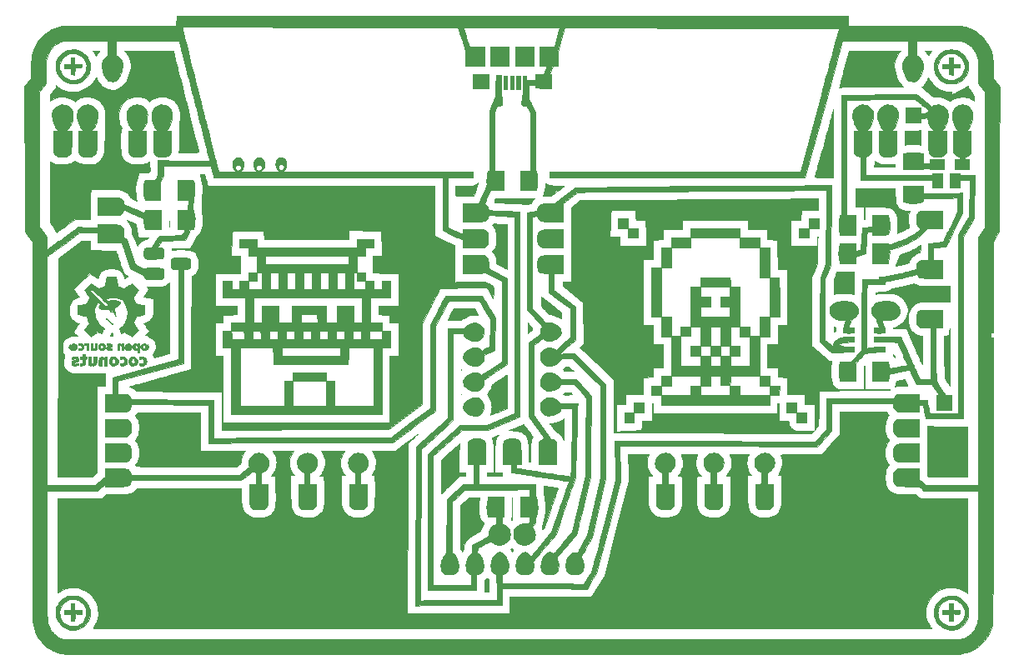
<source format=gbr>
G04 #@! TF.FileFunction,Copper,L2,Bot,Signal*
%FSLAX46Y46*%
G04 Gerber Fmt 4.6, Leading zero omitted, Abs format (unit mm)*
G04 Created by KiCad (PCBNEW 4.0.7-e0-6372~58~ubuntu16.04.1) date Mon Jul 31 15:37:26 2017*
%MOMM*%
%LPD*%
G01*
G04 APERTURE LIST*
%ADD10C,0.100000*%
%ADD11C,0.010000*%
%ADD12C,1.000000*%
%ADD13C,1.400000*%
%ADD14C,1.200000*%
%ADD15C,0.600000*%
%ADD16C,0.250000*%
G04 APERTURE END LIST*
D10*
D11*
G36*
X126209153Y-29958459D02*
X126214237Y-30046331D01*
X126218477Y-30162476D01*
X126221474Y-30292833D01*
X126222834Y-30423344D01*
X126222873Y-30444877D01*
X126223000Y-30756671D01*
X131911542Y-30763468D01*
X132497197Y-30764141D01*
X133042086Y-30764733D01*
X133547774Y-30765277D01*
X134015828Y-30765806D01*
X134447814Y-30766355D01*
X134845299Y-30766956D01*
X135209849Y-30767642D01*
X135543030Y-30768448D01*
X135846409Y-30769406D01*
X136121552Y-30770550D01*
X136370026Y-30771914D01*
X136593396Y-30773530D01*
X136793230Y-30775432D01*
X136971093Y-30777654D01*
X137128552Y-30780228D01*
X137267174Y-30783189D01*
X137388524Y-30786569D01*
X137494169Y-30790403D01*
X137585675Y-30794723D01*
X137664609Y-30799562D01*
X137732537Y-30804955D01*
X137791026Y-30810935D01*
X137841642Y-30817534D01*
X137885950Y-30824787D01*
X137925519Y-30832727D01*
X137961913Y-30841386D01*
X137996699Y-30850800D01*
X138031445Y-30861000D01*
X138067715Y-30872021D01*
X138107076Y-30883895D01*
X138150417Y-30896465D01*
X138521375Y-31022786D01*
X138874343Y-31186292D01*
X139207035Y-31384856D01*
X139517167Y-31616350D01*
X139802454Y-31878648D01*
X140060610Y-32169622D01*
X140289351Y-32487144D01*
X140486391Y-32829088D01*
X140649445Y-33193326D01*
X140666885Y-33239143D01*
X140720626Y-33389875D01*
X140766243Y-33534823D01*
X140804349Y-33679027D01*
X140835557Y-33827526D01*
X140860481Y-33985359D01*
X140879735Y-34157565D01*
X140893932Y-34349183D01*
X140903687Y-34565253D01*
X140909613Y-34810812D01*
X140912324Y-35090901D01*
X140912667Y-35257189D01*
X140912667Y-36105888D01*
X141241099Y-36543330D01*
X141569532Y-36980771D01*
X141555090Y-44315651D01*
X141540648Y-51650530D01*
X141216074Y-52157057D01*
X140891500Y-52663583D01*
X140891500Y-61914834D01*
X140658667Y-61914834D01*
X140658667Y-62461335D01*
X140769792Y-62431752D01*
X140832147Y-62415347D01*
X140874792Y-62404495D01*
X140886209Y-62401918D01*
X140886496Y-62422889D01*
X140886780Y-62485102D01*
X140887059Y-62587466D01*
X140887334Y-62728890D01*
X140887603Y-62908282D01*
X140887867Y-63124550D01*
X140888126Y-63376605D01*
X140888377Y-63663354D01*
X140888623Y-63983707D01*
X140888861Y-64336572D01*
X140889091Y-64720857D01*
X140889313Y-65135472D01*
X140889528Y-65579325D01*
X140889733Y-66051326D01*
X140889929Y-66550382D01*
X140890116Y-67075402D01*
X140890293Y-67625296D01*
X140890459Y-68198972D01*
X140890615Y-68795338D01*
X140890759Y-69413305D01*
X140890892Y-70051779D01*
X140891013Y-70709670D01*
X140891121Y-71385887D01*
X140891217Y-72079339D01*
X140891300Y-72788934D01*
X140891368Y-73513581D01*
X140891423Y-74252188D01*
X140891464Y-75003665D01*
X140891489Y-75766920D01*
X140891500Y-76540863D01*
X140891500Y-76674907D01*
X140891476Y-77703694D01*
X140891403Y-78690604D01*
X140891281Y-79636097D01*
X140891108Y-80540630D01*
X140890885Y-81404660D01*
X140890610Y-82228645D01*
X140890282Y-83013043D01*
X140889902Y-83758312D01*
X140889467Y-84464909D01*
X140888978Y-85133292D01*
X140888434Y-85763918D01*
X140887834Y-86357246D01*
X140887177Y-86913733D01*
X140886462Y-87433837D01*
X140885690Y-87918015D01*
X140884858Y-88366726D01*
X140883967Y-88780426D01*
X140883015Y-89159574D01*
X140882003Y-89504627D01*
X140880928Y-89816042D01*
X140879791Y-90094279D01*
X140878591Y-90339794D01*
X140877327Y-90553045D01*
X140875998Y-90734489D01*
X140874604Y-90884585D01*
X140873143Y-91003790D01*
X140871616Y-91092562D01*
X140870020Y-91151359D01*
X140868493Y-91179366D01*
X140812028Y-91566547D01*
X140720640Y-91934422D01*
X140592131Y-92290544D01*
X140465532Y-92563404D01*
X140266314Y-92909940D01*
X140036432Y-93228366D01*
X139777957Y-93517247D01*
X139492960Y-93775149D01*
X139183512Y-94000636D01*
X138851684Y-94192273D01*
X138499548Y-94348626D01*
X138129176Y-94468260D01*
X137742637Y-94549739D01*
X137563876Y-94573585D01*
X137540268Y-94574505D01*
X137486246Y-94575402D01*
X137401571Y-94576275D01*
X137286008Y-94577126D01*
X137139319Y-94577954D01*
X136961267Y-94578759D01*
X136751617Y-94579541D01*
X136510130Y-94580301D01*
X136236570Y-94581038D01*
X135930701Y-94581753D01*
X135592285Y-94582445D01*
X135221085Y-94583116D01*
X134816866Y-94583764D01*
X134379389Y-94584390D01*
X133908419Y-94584995D01*
X133403717Y-94585577D01*
X132865049Y-94586138D01*
X132292175Y-94586678D01*
X131684861Y-94587196D01*
X131042869Y-94587692D01*
X130365961Y-94588168D01*
X129653903Y-94588622D01*
X128906455Y-94589055D01*
X128123382Y-94589467D01*
X127304447Y-94589858D01*
X126449413Y-94590229D01*
X125558044Y-94590579D01*
X124630101Y-94590908D01*
X123665349Y-94591217D01*
X122663551Y-94591505D01*
X121624469Y-94591773D01*
X120547868Y-94592021D01*
X119433510Y-94592249D01*
X118281158Y-94592457D01*
X117090576Y-94592645D01*
X115861526Y-94592814D01*
X114593772Y-94592962D01*
X113287078Y-94593091D01*
X111941205Y-94593201D01*
X110555918Y-94593291D01*
X109130980Y-94593363D01*
X107666153Y-94593414D01*
X106161201Y-94593447D01*
X104615887Y-94593461D01*
X103029975Y-94593456D01*
X101403226Y-94593433D01*
X99735406Y-94593390D01*
X98026276Y-94593330D01*
X96275600Y-94593250D01*
X94483141Y-94593153D01*
X92648663Y-94593037D01*
X92044959Y-94592995D01*
X90658747Y-94592895D01*
X89282499Y-94592788D01*
X87916829Y-94592675D01*
X86562351Y-94592556D01*
X85219678Y-94592432D01*
X83889425Y-94592301D01*
X82572204Y-94592165D01*
X81268630Y-94592024D01*
X79979315Y-94591878D01*
X78704874Y-94591726D01*
X77445920Y-94591570D01*
X76203067Y-94591408D01*
X74976928Y-94591242D01*
X73768117Y-94591072D01*
X72577248Y-94590897D01*
X71404934Y-94590718D01*
X70251789Y-94590535D01*
X69118426Y-94590348D01*
X68005459Y-94590157D01*
X66913502Y-94589962D01*
X65843168Y-94589764D01*
X64795071Y-94589563D01*
X63769825Y-94589358D01*
X62768043Y-94589151D01*
X61790338Y-94588940D01*
X60837325Y-94588727D01*
X59909617Y-94588511D01*
X59007827Y-94588292D01*
X58132569Y-94588071D01*
X57284458Y-94587848D01*
X56464105Y-94587623D01*
X55672126Y-94587396D01*
X54909133Y-94587168D01*
X54175741Y-94586938D01*
X53472563Y-94586706D01*
X52800211Y-94586473D01*
X52159302Y-94586238D01*
X51550446Y-94586003D01*
X50974259Y-94585767D01*
X50431354Y-94585530D01*
X49922345Y-94585292D01*
X49447845Y-94585054D01*
X49008467Y-94584816D01*
X48604826Y-94584578D01*
X48237535Y-94584339D01*
X47907208Y-94584101D01*
X47614458Y-94583863D01*
X47359898Y-94583625D01*
X47144143Y-94583388D01*
X46967807Y-94583152D01*
X46831501Y-94582916D01*
X46735842Y-94582682D01*
X46681441Y-94582448D01*
X46668084Y-94582274D01*
X46397551Y-94545057D01*
X46158885Y-94500427D01*
X45941865Y-94445516D01*
X45736269Y-94377453D01*
X45531874Y-94293371D01*
X45376917Y-94219911D01*
X45047962Y-94033157D01*
X44743984Y-93813325D01*
X44466426Y-93562525D01*
X44216731Y-93282870D01*
X43996344Y-92976469D01*
X43806708Y-92645434D01*
X43649266Y-92291877D01*
X43525461Y-91917908D01*
X43436737Y-91525638D01*
X43408244Y-91340708D01*
X43406444Y-91323592D01*
X43404712Y-91299521D01*
X43403046Y-91267697D01*
X43401447Y-91227324D01*
X43399912Y-91177606D01*
X43398441Y-91117748D01*
X43397031Y-91046951D01*
X43395682Y-90964421D01*
X43394393Y-90869362D01*
X43393161Y-90760976D01*
X43391986Y-90638467D01*
X43390867Y-90501040D01*
X43389801Y-90347898D01*
X43388789Y-90178245D01*
X43387828Y-89991284D01*
X43386917Y-89786220D01*
X43386055Y-89562256D01*
X43385240Y-89318595D01*
X43384472Y-89054442D01*
X43383749Y-88769001D01*
X43383070Y-88461474D01*
X43382433Y-88131067D01*
X43381837Y-87776981D01*
X43381281Y-87398423D01*
X43380763Y-86994594D01*
X43380283Y-86564699D01*
X43379838Y-86107942D01*
X43379428Y-85623526D01*
X43379052Y-85110655D01*
X43378707Y-84568533D01*
X43378393Y-83996363D01*
X43378108Y-83393350D01*
X43377852Y-82758697D01*
X43377622Y-82091608D01*
X43377418Y-81391286D01*
X43377238Y-80656936D01*
X43377081Y-79887760D01*
X43376945Y-79082964D01*
X43376830Y-78241750D01*
X43376733Y-77363322D01*
X43376655Y-76446885D01*
X43376592Y-75491641D01*
X43376545Y-74496795D01*
X43376512Y-73461550D01*
X43376490Y-72385110D01*
X43376485Y-71909708D01*
X43376303Y-52717917D01*
X42984902Y-52201001D01*
X42593500Y-51684085D01*
X42593494Y-48211084D01*
X42593413Y-47784109D01*
X42593179Y-47320325D01*
X42592801Y-46825257D01*
X42592286Y-46304428D01*
X42591646Y-45763364D01*
X42590887Y-45207588D01*
X42590020Y-44642624D01*
X42589053Y-44073998D01*
X42587996Y-43507232D01*
X42586857Y-42947852D01*
X42585645Y-42401381D01*
X42584369Y-41873345D01*
X42583039Y-41369267D01*
X42581662Y-40894671D01*
X42581538Y-40854000D01*
X42571145Y-37475562D01*
X44068154Y-37475562D01*
X44096660Y-51192594D01*
X44477193Y-51694614D01*
X44857727Y-52196634D01*
X44868917Y-53511482D01*
X46033084Y-52652097D01*
X46242487Y-52497520D01*
X46452048Y-52342833D01*
X46657613Y-52191103D01*
X46855028Y-52045395D01*
X47040139Y-51908774D01*
X47208794Y-51784305D01*
X47356839Y-51675055D01*
X47480120Y-51584089D01*
X47574483Y-51514472D01*
X47592199Y-51501405D01*
X47987147Y-51210097D01*
X49005074Y-51220957D01*
X50023000Y-51231817D01*
X50023000Y-50948682D01*
X51097209Y-50954958D01*
X51340119Y-50956476D01*
X51544370Y-50958046D01*
X51713636Y-50959809D01*
X51851590Y-50961904D01*
X51961906Y-50964472D01*
X52048259Y-50967653D01*
X52114322Y-50971588D01*
X52163769Y-50976416D01*
X52200274Y-50982280D01*
X52227511Y-50989317D01*
X52249153Y-50997670D01*
X52252221Y-50999081D01*
X52355603Y-51063779D01*
X52455704Y-51154373D01*
X52537436Y-51256125D01*
X52566415Y-51306007D01*
X52582911Y-51341187D01*
X52595273Y-51375630D01*
X52604094Y-51415914D01*
X52609969Y-51468618D01*
X52613493Y-51540322D01*
X52615260Y-51637604D01*
X52615864Y-51767043D01*
X52615917Y-51853771D01*
X52615917Y-52301959D01*
X52765845Y-52390867D01*
X52915774Y-52479774D01*
X53348829Y-53731262D01*
X53781885Y-54982750D01*
X53950317Y-55073809D01*
X54029993Y-55116565D01*
X54135588Y-55172776D01*
X54255504Y-55236291D01*
X54378141Y-55300957D01*
X54427891Y-55327097D01*
X54542405Y-55386840D01*
X54625549Y-55428776D01*
X54683282Y-55455065D01*
X54721563Y-55467867D01*
X54746351Y-55469342D01*
X54763604Y-55461649D01*
X54773855Y-55452503D01*
X54800266Y-55427069D01*
X54826552Y-55406333D01*
X54857082Y-55389851D01*
X54896224Y-55377184D01*
X54948346Y-55367889D01*
X55017815Y-55361526D01*
X55108999Y-55357652D01*
X55226267Y-55355828D01*
X55373985Y-55355610D01*
X55556524Y-55356558D01*
X55711929Y-55357715D01*
X55923766Y-55359358D01*
X56097488Y-55361221D01*
X56237312Y-55364112D01*
X56347452Y-55368840D01*
X56432123Y-55376214D01*
X56495541Y-55387042D01*
X56541921Y-55402134D01*
X56575477Y-55422297D01*
X56600425Y-55448341D01*
X56620980Y-55481074D01*
X56641358Y-55521306D01*
X56649361Y-55537577D01*
X56666330Y-55575525D01*
X56678042Y-55614641D01*
X56685225Y-55663054D01*
X56688608Y-55728893D01*
X56688921Y-55820287D01*
X56686891Y-55945367D01*
X56686710Y-55954148D01*
X56682930Y-56091432D01*
X56676532Y-56193965D01*
X56665145Y-56269331D01*
X56646397Y-56325112D01*
X56617919Y-56368892D01*
X56577338Y-56408252D01*
X56534182Y-56441942D01*
X56517719Y-56453198D01*
X56498650Y-56462332D01*
X56472672Y-56469566D01*
X56435481Y-56475121D01*
X56382774Y-56479219D01*
X56310247Y-56482080D01*
X56213597Y-56483925D01*
X56088519Y-56484976D01*
X55930710Y-56485454D01*
X55735867Y-56485581D01*
X55685084Y-56485584D01*
X55481064Y-56485507D01*
X55315074Y-56485130D01*
X55182810Y-56484231D01*
X55079968Y-56482588D01*
X55002245Y-56479982D01*
X54945338Y-56476190D01*
X54904942Y-56470992D01*
X54876753Y-56464166D01*
X54856469Y-56455491D01*
X54839786Y-56444745D01*
X54835985Y-56441942D01*
X54749311Y-56358386D01*
X54699858Y-56261847D01*
X54685082Y-56185240D01*
X54675241Y-56082827D01*
X54003978Y-55728412D01*
X53332714Y-55373997D01*
X52998030Y-54405790D01*
X52898930Y-54118913D01*
X52812761Y-53869319D01*
X52738467Y-53654338D01*
X52674990Y-53471299D01*
X52621275Y-53317529D01*
X52576265Y-53190358D01*
X52538903Y-53087114D01*
X52508132Y-53005125D01*
X52482897Y-52941721D01*
X52462139Y-52894229D01*
X52444804Y-52859979D01*
X52429833Y-52836298D01*
X52416172Y-52820516D01*
X52402762Y-52809961D01*
X52388547Y-52801961D01*
X52372471Y-52793845D01*
X52357034Y-52785154D01*
X52296004Y-52750731D01*
X52251203Y-52736903D01*
X52204147Y-52740032D01*
X52168822Y-52748112D01*
X52122769Y-52754025D01*
X52035754Y-52759094D01*
X51909137Y-52763293D01*
X51744283Y-52766594D01*
X51542552Y-52768970D01*
X51305307Y-52770391D01*
X51050794Y-52770834D01*
X50023000Y-52770834D01*
X50023000Y-51776000D01*
X48149500Y-51776000D01*
X46583292Y-52930898D01*
X46353351Y-53100503D01*
X46131866Y-53263967D01*
X45921381Y-53419409D01*
X45724439Y-53564945D01*
X45543583Y-53698694D01*
X45381356Y-53818771D01*
X45240303Y-53923296D01*
X45122966Y-54010384D01*
X45031888Y-54078154D01*
X44969613Y-54124722D01*
X44938685Y-54148207D01*
X44937689Y-54148994D01*
X44858295Y-54212192D01*
X44868917Y-77440584D01*
X49766709Y-77451344D01*
X50644535Y-76659218D01*
X52074352Y-76659218D01*
X52091946Y-76771645D01*
X52142924Y-76875718D01*
X52226255Y-76964440D01*
X52333239Y-77027624D01*
X52404964Y-77042052D01*
X52496316Y-77039201D01*
X52589385Y-77021366D01*
X52666263Y-76990842D01*
X52678094Y-76983434D01*
X52769771Y-76897280D01*
X52829042Y-76791703D01*
X52854536Y-76675205D01*
X52844883Y-76556291D01*
X52798713Y-76443464D01*
X52771461Y-76404149D01*
X52687910Y-76329797D01*
X52583112Y-76283594D01*
X52468187Y-76266827D01*
X52354261Y-76280783D01*
X52252454Y-76326747D01*
X52232178Y-76341774D01*
X52143437Y-76437287D01*
X52091172Y-76545434D01*
X52074352Y-76659218D01*
X50644535Y-76659218D01*
X50763815Y-76551584D01*
X50763824Y-76154709D01*
X50763834Y-75757834D01*
X51838042Y-75759444D01*
X52108627Y-75760199D01*
X52338836Y-75761619D01*
X52530621Y-75763751D01*
X52685934Y-75766640D01*
X52806730Y-75770330D01*
X52894959Y-75774868D01*
X52952574Y-75780298D01*
X52979646Y-75785902D01*
X53037016Y-75813112D01*
X53106734Y-75854213D01*
X53140801Y-75877071D01*
X53215566Y-75947716D01*
X53282862Y-76042794D01*
X53334899Y-76148093D01*
X53363885Y-76249397D01*
X53367334Y-76290381D01*
X53367334Y-76371667D01*
X64397272Y-76371667D01*
X64905074Y-75976410D01*
X65059133Y-75855698D01*
X65181387Y-75758011D01*
X65274161Y-75681332D01*
X65339784Y-75623647D01*
X65380583Y-75582940D01*
X65398885Y-75557194D01*
X65399927Y-75547785D01*
X65344530Y-75349697D01*
X65332985Y-75199534D01*
X65949013Y-75199534D01*
X65972570Y-75305998D01*
X66025944Y-75403649D01*
X66109816Y-75485415D01*
X66182874Y-75527547D01*
X66269998Y-75558430D01*
X66351881Y-75564372D01*
X66448159Y-75546524D01*
X66458440Y-75543725D01*
X66550978Y-75499067D01*
X66635237Y-75424921D01*
X66698860Y-75333930D01*
X66722967Y-75272980D01*
X66735925Y-75151722D01*
X66712325Y-75037831D01*
X66657800Y-74937205D01*
X66577981Y-74855741D01*
X66478501Y-74799338D01*
X66364990Y-74773893D01*
X66254642Y-74782527D01*
X66139332Y-74826982D01*
X66050433Y-74897981D01*
X65988626Y-74988454D01*
X65954592Y-75091329D01*
X65949013Y-75199534D01*
X65332985Y-75199534D01*
X65329154Y-75149721D01*
X65352579Y-74953256D01*
X65413586Y-74765699D01*
X65510954Y-74592450D01*
X65643464Y-74438907D01*
X65652292Y-74430637D01*
X65816817Y-74305100D01*
X65995110Y-74217255D01*
X66182188Y-74167016D01*
X66373070Y-74154298D01*
X66562774Y-74179018D01*
X66746319Y-74241090D01*
X66918723Y-74340429D01*
X67053173Y-74454494D01*
X67185309Y-74614864D01*
X67279835Y-74791649D01*
X67335984Y-74980419D01*
X67352992Y-75176741D01*
X67330093Y-75376186D01*
X67266522Y-75574323D01*
X67252155Y-75606401D01*
X67171644Y-75740426D01*
X67061574Y-75869595D01*
X66933389Y-75982731D01*
X66798531Y-76068658D01*
X66760542Y-76086575D01*
X66617667Y-76148254D01*
X66617667Y-77303000D01*
X67254500Y-77303000D01*
X67248292Y-78366625D01*
X67246864Y-78606038D01*
X67245496Y-78806912D01*
X67244010Y-78973040D01*
X67242228Y-79108216D01*
X67239972Y-79216233D01*
X67237064Y-79300884D01*
X67233326Y-79365964D01*
X67228580Y-79415264D01*
X67222647Y-79452580D01*
X67215351Y-79481704D01*
X67206512Y-79506429D01*
X67195954Y-79530550D01*
X67193414Y-79536084D01*
X67108880Y-79672187D01*
X66995033Y-79781704D01*
X66884523Y-79846984D01*
X66845500Y-79863575D01*
X66807429Y-79875932D01*
X66763441Y-79884674D01*
X66706663Y-79890421D01*
X66630225Y-79893794D01*
X66527255Y-79895413D01*
X66390883Y-79895899D01*
X66342500Y-79895917D01*
X66195070Y-79895670D01*
X66083066Y-79894502D01*
X65999581Y-79891775D01*
X65937709Y-79886848D01*
X65890542Y-79879084D01*
X65851175Y-79867843D01*
X65812700Y-79852485D01*
X65796836Y-79845417D01*
X65684371Y-79776386D01*
X65583452Y-79680831D01*
X65504783Y-79570603D01*
X65464293Y-79477269D01*
X65456751Y-79445823D01*
X65450450Y-79404235D01*
X65445287Y-79348819D01*
X65441160Y-79275889D01*
X65437964Y-79181759D01*
X65435596Y-79062744D01*
X65433954Y-78915156D01*
X65432933Y-78735311D01*
X65432432Y-78519523D01*
X65432333Y-78336325D01*
X65432334Y-77303000D01*
X66067334Y-77303000D01*
X66067334Y-76148254D01*
X65924459Y-76085335D01*
X65851877Y-76054940D01*
X65793386Y-76033316D01*
X65760529Y-76024689D01*
X65758964Y-76024717D01*
X65737500Y-76037865D01*
X65686770Y-76074179D01*
X65610768Y-76130639D01*
X65513492Y-76204227D01*
X65398939Y-76291925D01*
X65271104Y-76390712D01*
X65163535Y-76474469D01*
X64590725Y-76921921D01*
X58984613Y-76927252D01*
X53378500Y-76932584D01*
X53362407Y-77044408D01*
X53325611Y-77187459D01*
X53256869Y-77308575D01*
X53165961Y-77404666D01*
X53128400Y-77437407D01*
X53093679Y-77465086D01*
X53058038Y-77488126D01*
X53017718Y-77506954D01*
X52968961Y-77521994D01*
X52908007Y-77533672D01*
X52831097Y-77542413D01*
X52734472Y-77548643D01*
X52614373Y-77552786D01*
X52467041Y-77555268D01*
X52288717Y-77556514D01*
X52075642Y-77556950D01*
X51824057Y-77557000D01*
X50765854Y-77557000D01*
X50759552Y-77430515D01*
X50753250Y-77304031D01*
X50366043Y-77652765D01*
X49978836Y-78001500D01*
X44858334Y-78001500D01*
X44858351Y-84409709D01*
X44858426Y-85101752D01*
X44858645Y-85757833D01*
X44859008Y-86377565D01*
X44859512Y-86960566D01*
X44860158Y-87506451D01*
X44860942Y-88014835D01*
X44861866Y-88485335D01*
X44862926Y-88917566D01*
X44864123Y-89311144D01*
X44865453Y-89665686D01*
X44866918Y-89980806D01*
X44868514Y-90256122D01*
X44870241Y-90491248D01*
X44872098Y-90685800D01*
X44874084Y-90839395D01*
X44876196Y-90951648D01*
X44878435Y-91022175D01*
X44879791Y-91043823D01*
X44928784Y-91370545D01*
X45011688Y-91672398D01*
X45128981Y-91950484D01*
X45281143Y-92205903D01*
X45468652Y-92439757D01*
X45502556Y-92475861D01*
X45720485Y-92673999D01*
X45958606Y-92835961D01*
X46214521Y-92960458D01*
X46485830Y-93046200D01*
X46611587Y-93071677D01*
X46635684Y-93072188D01*
X46701501Y-93072698D01*
X46808423Y-93073206D01*
X46955836Y-93073712D01*
X47143126Y-93074216D01*
X47369679Y-93074718D01*
X47634881Y-93075217D01*
X47938119Y-93075713D01*
X48278776Y-93076206D01*
X48656241Y-93076695D01*
X49069899Y-93077181D01*
X49519135Y-93077662D01*
X50003336Y-93078140D01*
X50521887Y-93078613D01*
X51074175Y-93079081D01*
X51659585Y-93079544D01*
X52277504Y-93080002D01*
X52927317Y-93080454D01*
X53608410Y-93080900D01*
X54320170Y-93081341D01*
X55061981Y-93081775D01*
X55833231Y-93082203D01*
X56633305Y-93082623D01*
X57461588Y-93083037D01*
X58317468Y-93083443D01*
X59200329Y-93083842D01*
X60109558Y-93084232D01*
X61044541Y-93084615D01*
X62004664Y-93084989D01*
X62989312Y-93085355D01*
X63997872Y-93085712D01*
X65029729Y-93086059D01*
X66084270Y-93086397D01*
X67160880Y-93086726D01*
X68258945Y-93087044D01*
X69377852Y-93087352D01*
X70516985Y-93087650D01*
X71675732Y-93087937D01*
X72853478Y-93088213D01*
X74049609Y-93088478D01*
X75263511Y-93088732D01*
X76494570Y-93088973D01*
X77742171Y-93089203D01*
X79005702Y-93089420D01*
X80284547Y-93089625D01*
X81578093Y-93089817D01*
X82885725Y-93089996D01*
X84206830Y-93090162D01*
X85540793Y-93090314D01*
X86887001Y-93090452D01*
X88244839Y-93090576D01*
X89613694Y-93090686D01*
X90992950Y-93090781D01*
X92051936Y-93090844D01*
X93740016Y-93090935D01*
X95386280Y-93091018D01*
X96991247Y-93091095D01*
X98555432Y-93091165D01*
X100079355Y-93091227D01*
X101563533Y-93091280D01*
X103008483Y-93091326D01*
X104414722Y-93091362D01*
X105782770Y-93091390D01*
X107113142Y-93091408D01*
X108406357Y-93091417D01*
X109662932Y-93091415D01*
X110883386Y-93091403D01*
X112068234Y-93091380D01*
X113217996Y-93091346D01*
X114333189Y-93091301D01*
X115414330Y-93091244D01*
X116461937Y-93091174D01*
X117476527Y-93091093D01*
X118458619Y-93090998D01*
X119408729Y-93090891D01*
X120327376Y-93090769D01*
X121215077Y-93090635D01*
X122072349Y-93090485D01*
X122899710Y-93090322D01*
X123697678Y-93090143D01*
X124466771Y-93089950D01*
X125207506Y-93089741D01*
X125920400Y-93089516D01*
X126605971Y-93089275D01*
X127264737Y-93089017D01*
X127897215Y-93088743D01*
X128503924Y-93088451D01*
X129085380Y-93088142D01*
X129642101Y-93087815D01*
X130174605Y-93087469D01*
X130683410Y-93087105D01*
X131169032Y-93086723D01*
X131631991Y-93086321D01*
X132072802Y-93085899D01*
X132491984Y-93085457D01*
X132890055Y-93084996D01*
X133267532Y-93084513D01*
X133624932Y-93084010D01*
X133962774Y-93083485D01*
X134281574Y-93082939D01*
X134581851Y-93082371D01*
X134864122Y-93081781D01*
X135128905Y-93081168D01*
X135376716Y-93080532D01*
X135608075Y-93079872D01*
X135823498Y-93079189D01*
X136023504Y-93078482D01*
X136208609Y-93077751D01*
X136379331Y-93076995D01*
X136536188Y-93076214D01*
X136679698Y-93075408D01*
X136810378Y-93074576D01*
X136928745Y-93073718D01*
X137035318Y-93072834D01*
X137130614Y-93071923D01*
X137215150Y-93070985D01*
X137289445Y-93070019D01*
X137354015Y-93069026D01*
X137409378Y-93068005D01*
X137456053Y-93066955D01*
X137494555Y-93065877D01*
X137525404Y-93064770D01*
X137549117Y-93063633D01*
X137566211Y-93062466D01*
X137577205Y-93061270D01*
X137578747Y-93061021D01*
X137860970Y-92991793D01*
X138125471Y-92885180D01*
X138374165Y-92740173D01*
X138608966Y-92555762D01*
X138701271Y-92468917D01*
X138887624Y-92267683D01*
X139037913Y-92065560D01*
X139157669Y-91853778D01*
X139252420Y-91623564D01*
X139272765Y-91562368D01*
X139283705Y-91528945D01*
X139293936Y-91498705D01*
X139303483Y-91470209D01*
X139312368Y-91442021D01*
X139320615Y-91412703D01*
X139328249Y-91380818D01*
X139335292Y-91344929D01*
X139341768Y-91303597D01*
X139347701Y-91255385D01*
X139353115Y-91198857D01*
X139358033Y-91132574D01*
X139362479Y-91055099D01*
X139366477Y-90964994D01*
X139370049Y-90860823D01*
X139373221Y-90741148D01*
X139376015Y-90604531D01*
X139378455Y-90449534D01*
X139380565Y-90274722D01*
X139382368Y-90078655D01*
X139383889Y-89859897D01*
X139385150Y-89617010D01*
X139386175Y-89348556D01*
X139386989Y-89053099D01*
X139387614Y-88729200D01*
X139388075Y-88375423D01*
X139388394Y-87990330D01*
X139388596Y-87572483D01*
X139388705Y-87120445D01*
X139388743Y-86632779D01*
X139388735Y-86108047D01*
X139388704Y-85544811D01*
X139388675Y-84941635D01*
X139388667Y-84518061D01*
X139388667Y-78001500D01*
X136621125Y-78001158D01*
X133853584Y-78000817D01*
X133607798Y-77779652D01*
X133362012Y-77558488D01*
X132284881Y-77552452D01*
X132043645Y-77551059D01*
X131841039Y-77549702D01*
X131673362Y-77548219D01*
X131536913Y-77546444D01*
X131427987Y-77544213D01*
X131342885Y-77541362D01*
X131277904Y-77537725D01*
X131229341Y-77533140D01*
X131193495Y-77527442D01*
X131166663Y-77520465D01*
X131145144Y-77512046D01*
X131125236Y-77502021D01*
X131123084Y-77500866D01*
X131029395Y-77437516D01*
X130940947Y-77355300D01*
X130871521Y-77267937D01*
X130848777Y-77227740D01*
X130817662Y-77145510D01*
X130795642Y-77046025D01*
X130782085Y-76923300D01*
X130776356Y-76771348D01*
X130777341Y-76645609D01*
X131303706Y-76645609D01*
X131318104Y-76758225D01*
X131364655Y-76863568D01*
X131442342Y-76954344D01*
X131550145Y-77023260D01*
X131560073Y-77027624D01*
X131631798Y-77042052D01*
X131723149Y-77039201D01*
X131816219Y-77021366D01*
X131893096Y-76990842D01*
X131904927Y-76983434D01*
X131996604Y-76897280D01*
X132055875Y-76791703D01*
X132081369Y-76675205D01*
X132071716Y-76556291D01*
X132025546Y-76443464D01*
X131998294Y-76404149D01*
X131914816Y-76330097D01*
X131809644Y-76283970D01*
X131694094Y-76267189D01*
X131579481Y-76281172D01*
X131477121Y-76327340D01*
X131463624Y-76337052D01*
X131375448Y-76427729D01*
X131322481Y-76533012D01*
X131303706Y-76645609D01*
X130777341Y-76645609D01*
X130777823Y-76584181D01*
X130778371Y-76562167D01*
X130782742Y-76424705D01*
X130788208Y-76321750D01*
X130795680Y-76245477D01*
X130806073Y-76188062D01*
X130820300Y-76141678D01*
X130830254Y-76117667D01*
X130912835Y-75978417D01*
X131023444Y-75869454D01*
X131088273Y-75826210D01*
X131186584Y-75768417D01*
X133377334Y-75756383D01*
X133377334Y-76828283D01*
X134065250Y-77449929D01*
X136726959Y-77450548D01*
X139388667Y-77451167D01*
X139388667Y-52236346D01*
X139713241Y-51731688D01*
X140037814Y-51227030D01*
X140051907Y-47666835D01*
X140053615Y-47211034D01*
X140055263Y-46723283D01*
X140056840Y-46209563D01*
X140058333Y-45675858D01*
X140059731Y-45128150D01*
X140061019Y-44572422D01*
X140062188Y-44014655D01*
X140063224Y-43460832D01*
X140064114Y-42916936D01*
X140064848Y-42388949D01*
X140065412Y-41882854D01*
X140065794Y-41404633D01*
X140065982Y-40960269D01*
X140066000Y-40786453D01*
X140066000Y-37466267D01*
X139743209Y-37038175D01*
X139420417Y-36610084D01*
X139408949Y-35403584D01*
X139397480Y-34197084D01*
X139341229Y-33990130D01*
X139237504Y-33686632D01*
X139097008Y-33404111D01*
X138919731Y-33142545D01*
X138705661Y-32901916D01*
X138683386Y-32880121D01*
X138450109Y-32680698D01*
X138202535Y-32520536D01*
X137937934Y-32398174D01*
X137653575Y-32312151D01*
X137600084Y-32300414D01*
X137567051Y-32293959D01*
X137532122Y-32288244D01*
X137492647Y-32283224D01*
X137445975Y-32278854D01*
X137389454Y-32275088D01*
X137320435Y-32271881D01*
X137236265Y-32269188D01*
X137134295Y-32266964D01*
X137011874Y-32265164D01*
X136866350Y-32263742D01*
X136695074Y-32262654D01*
X136495394Y-32261853D01*
X136264659Y-32261295D01*
X136000219Y-32260935D01*
X135699423Y-32260727D01*
X135359619Y-32260626D01*
X135266459Y-32260612D01*
X133123334Y-32260334D01*
X133123334Y-33760684D01*
X133250995Y-33828727D01*
X133369962Y-33908516D01*
X133488763Y-34016960D01*
X133595923Y-34141917D01*
X133679969Y-34271247D01*
X133692847Y-34296267D01*
X133758911Y-34477459D01*
X133791616Y-34681519D01*
X133790452Y-34904615D01*
X133783101Y-34977325D01*
X133722932Y-35308920D01*
X133626630Y-35620230D01*
X133537107Y-35826917D01*
X133431665Y-36018592D01*
X133322157Y-36170062D01*
X133206847Y-36283394D01*
X133091637Y-36356985D01*
X133040469Y-36380740D01*
X132995620Y-36396357D01*
X132946684Y-36405193D01*
X132883252Y-36408603D01*
X132794918Y-36407946D01*
X132716470Y-36405901D01*
X132604417Y-36401946D01*
X132524635Y-36396429D01*
X132467066Y-36387513D01*
X132421649Y-36373358D01*
X132378323Y-36352128D01*
X132357808Y-36340351D01*
X132235184Y-36246491D01*
X132119079Y-36115069D01*
X132011744Y-35950639D01*
X131915430Y-35757756D01*
X131832388Y-35540975D01*
X131764867Y-35304852D01*
X131715118Y-35053941D01*
X131711944Y-35033167D01*
X131696706Y-34861894D01*
X132153969Y-34861894D01*
X132170155Y-34960553D01*
X132170394Y-34961313D01*
X132235278Y-35102239D01*
X132329262Y-35217708D01*
X132446062Y-35305050D01*
X132579396Y-35361597D01*
X132722981Y-35384682D01*
X132870535Y-35371636D01*
X133015206Y-35320079D01*
X133141391Y-35234397D01*
X133236874Y-35124467D01*
X133300439Y-34996418D01*
X133330869Y-34856380D01*
X133326949Y-34710482D01*
X133287461Y-34564854D01*
X133211190Y-34425623D01*
X133196648Y-34405860D01*
X133150222Y-34360773D01*
X133080933Y-34311007D01*
X133014415Y-34272967D01*
X132865950Y-34220468D01*
X132715809Y-34207037D01*
X132570340Y-34230629D01*
X132435887Y-34289198D01*
X132318797Y-34380700D01*
X132225416Y-34503091D01*
X132209537Y-34532282D01*
X132175379Y-34628916D01*
X132156283Y-34745068D01*
X132153969Y-34861894D01*
X131696706Y-34861894D01*
X131691217Y-34800213D01*
X131703357Y-34591406D01*
X131749447Y-34402931D01*
X131830568Y-34230972D01*
X131947803Y-34071714D01*
X132000796Y-34014994D01*
X132074019Y-33946005D01*
X132148728Y-33883854D01*
X132212118Y-33838956D01*
X132229042Y-33829356D01*
X132319000Y-33783473D01*
X132319000Y-32260204D01*
X128948541Y-32265560D01*
X125578081Y-32270917D01*
X123702461Y-39224167D01*
X121826840Y-46177417D01*
X108869587Y-46182726D01*
X95912333Y-46188035D01*
X95912334Y-45881101D01*
X95912334Y-45574167D01*
X108638792Y-45573987D01*
X121365250Y-45573808D01*
X123301869Y-38393196D01*
X123447503Y-37853041D01*
X123590327Y-37322978D01*
X123729943Y-36804488D01*
X123865956Y-36299054D01*
X123997967Y-35808161D01*
X124125581Y-35333291D01*
X124248400Y-34875927D01*
X124366029Y-34437552D01*
X124478070Y-34019650D01*
X124584127Y-33623703D01*
X124683803Y-33251196D01*
X124776701Y-32903610D01*
X124862425Y-32582430D01*
X124940578Y-32289138D01*
X125010763Y-32025218D01*
X125072583Y-31792152D01*
X125125643Y-31591423D01*
X125169544Y-31424516D01*
X125203891Y-31292913D01*
X125228287Y-31198097D01*
X125242335Y-31141551D01*
X125245842Y-31125141D01*
X125253196Y-31037699D01*
X124420473Y-31025061D01*
X124335160Y-31024060D01*
X124209278Y-31023014D01*
X124044593Y-31021930D01*
X123842868Y-31020812D01*
X123605869Y-31019666D01*
X123335361Y-31018497D01*
X123033107Y-31017309D01*
X122700873Y-31016108D01*
X122340424Y-31014899D01*
X121953523Y-31013688D01*
X121541937Y-31012479D01*
X121107429Y-31011277D01*
X120651765Y-31010088D01*
X120176709Y-31008917D01*
X119684025Y-31007768D01*
X119175479Y-31006648D01*
X118652836Y-31005560D01*
X118117859Y-31004511D01*
X117572314Y-31003506D01*
X117017965Y-31002549D01*
X116456578Y-31001645D01*
X116274667Y-31001367D01*
X115645667Y-31000399D01*
X114991311Y-30999359D01*
X114315234Y-30998254D01*
X113621073Y-30997090D01*
X112912463Y-30995876D01*
X112193041Y-30994618D01*
X111466441Y-30993322D01*
X110736301Y-30991995D01*
X110006256Y-30990645D01*
X109279942Y-30989278D01*
X108560995Y-30987901D01*
X107853050Y-30986521D01*
X107159744Y-30985145D01*
X106484713Y-30983780D01*
X105831593Y-30982432D01*
X105204018Y-30981109D01*
X104605626Y-30979817D01*
X104040053Y-30978563D01*
X103510933Y-30977355D01*
X103204250Y-30976634D01*
X97446917Y-30962959D01*
X97108250Y-32167271D01*
X96769584Y-33371584D01*
X96757422Y-34820282D01*
X96480911Y-34826183D01*
X96204399Y-34832084D01*
X96029678Y-35244834D01*
X95854956Y-35657584D01*
X95957728Y-35663981D01*
X96060500Y-35670379D01*
X96060500Y-37086843D01*
X95261459Y-37081296D01*
X94462417Y-37075750D01*
X94456235Y-36911709D01*
X94450053Y-36747667D01*
X93753334Y-36747667D01*
X93753334Y-37433842D01*
X93753333Y-38120017D01*
X93845780Y-38365337D01*
X93905240Y-38506711D01*
X93987792Y-38677535D01*
X94091190Y-38873341D01*
X94187680Y-39045446D01*
X94437133Y-39480236D01*
X94425564Y-42473107D01*
X94413994Y-45465978D01*
X94458530Y-45472447D01*
X94480631Y-45480881D01*
X94500350Y-45502721D01*
X94519518Y-45543192D01*
X94539965Y-45607519D01*
X94563525Y-45700929D01*
X94592028Y-45828646D01*
X94605468Y-45891667D01*
X94623299Y-45983365D01*
X94636134Y-46070456D01*
X94644728Y-46162945D01*
X94649840Y-46270835D01*
X94652224Y-46404130D01*
X94652674Y-46516084D01*
X94652157Y-46668278D01*
X94649535Y-46789036D01*
X94643471Y-46889246D01*
X94632631Y-46979799D01*
X94615680Y-47071583D01*
X94591283Y-47175489D01*
X94558103Y-47302405D01*
X94554695Y-47315125D01*
X94510696Y-47479167D01*
X92927834Y-47479167D01*
X92927834Y-45468334D01*
X93894636Y-45468334D01*
X93908652Y-44702872D01*
X93910663Y-44570568D01*
X93912588Y-44400211D01*
X93914407Y-44196081D01*
X93916098Y-43962460D01*
X93917641Y-43703627D01*
X93919016Y-43423863D01*
X93920203Y-43127448D01*
X93921180Y-42818663D01*
X93921928Y-42501788D01*
X93922427Y-42181104D01*
X93922654Y-41860891D01*
X93922667Y-41768124D01*
X93922667Y-39598837D01*
X93730673Y-39265039D01*
X93538679Y-38931242D01*
X93415313Y-38930652D01*
X93266765Y-38909288D01*
X93124619Y-38848595D01*
X93055707Y-38802260D01*
X93003663Y-38762236D01*
X93183453Y-37499084D01*
X93182643Y-36657709D01*
X93181834Y-35816334D01*
X93541667Y-35816334D01*
X93541667Y-36239667D01*
X94450605Y-36239667D01*
X94456511Y-35959209D01*
X94462417Y-35678750D01*
X95305651Y-35657584D01*
X95654531Y-34832084D01*
X95248974Y-34821500D01*
X94843417Y-34810917D01*
X94837907Y-33863709D01*
X94832398Y-32916500D01*
X96376368Y-32916500D01*
X96397828Y-32837125D01*
X96407996Y-32800301D01*
X96428325Y-32727354D01*
X96457518Y-32622914D01*
X96494278Y-32491613D01*
X96537308Y-32338079D01*
X96585312Y-32166944D01*
X96636992Y-31982838D01*
X96669551Y-31866916D01*
X96919814Y-30976082D01*
X95015572Y-30962041D01*
X94698137Y-30959866D01*
X94363534Y-30957883D01*
X94014058Y-30956090D01*
X93652001Y-30954488D01*
X93279659Y-30953073D01*
X92899323Y-30951845D01*
X92513289Y-30950802D01*
X92123850Y-30949943D01*
X91733300Y-30949267D01*
X91343932Y-30948773D01*
X90958041Y-30948458D01*
X90577919Y-30948322D01*
X90205862Y-30948364D01*
X89844161Y-30948581D01*
X89495112Y-30948973D01*
X89161008Y-30949538D01*
X88844143Y-30950276D01*
X88546810Y-30951183D01*
X88271303Y-30952260D01*
X88019916Y-30953505D01*
X87794943Y-30954917D01*
X87598678Y-30956494D01*
X87433413Y-30958234D01*
X87301444Y-30960138D01*
X87205063Y-30962202D01*
X87146564Y-30964426D01*
X87128167Y-30966663D01*
X87134583Y-30989941D01*
X87152973Y-31049426D01*
X87182049Y-31141125D01*
X87220526Y-31261040D01*
X87267115Y-31405177D01*
X87320529Y-31569542D01*
X87379482Y-31750138D01*
X87442686Y-31942971D01*
X87443556Y-31945621D01*
X87758945Y-32905917D01*
X88523056Y-32911473D01*
X89287167Y-32917028D01*
X89287167Y-34821500D01*
X87361000Y-34821500D01*
X87361000Y-33314807D01*
X86977601Y-32147279D01*
X86907379Y-31934000D01*
X86840733Y-31732671D01*
X86778883Y-31546903D01*
X86723048Y-31380308D01*
X86674448Y-31236498D01*
X86634303Y-31119083D01*
X86603832Y-31031675D01*
X86584255Y-30977887D01*
X86577137Y-30961344D01*
X86555437Y-30960487D01*
X86492728Y-30959543D01*
X86390335Y-30958517D01*
X86249581Y-30957412D01*
X86071792Y-30956232D01*
X85858291Y-30954982D01*
X85610403Y-30953664D01*
X85329452Y-30952282D01*
X85016763Y-30950841D01*
X84673660Y-30949344D01*
X84301467Y-30947794D01*
X83901509Y-30946197D01*
X83475110Y-30944554D01*
X83023594Y-30942871D01*
X82548287Y-30941150D01*
X82050511Y-30939396D01*
X81531591Y-30937612D01*
X80992853Y-30935803D01*
X80435619Y-30933972D01*
X79861216Y-30932122D01*
X79270966Y-30930257D01*
X78666194Y-30928382D01*
X78048225Y-30926500D01*
X77418383Y-30924615D01*
X76777992Y-30922730D01*
X76128377Y-30920849D01*
X75470862Y-30918977D01*
X74806771Y-30917116D01*
X74137429Y-30915271D01*
X73464160Y-30913445D01*
X72788289Y-30911643D01*
X72111139Y-30909867D01*
X71434036Y-30908122D01*
X70758303Y-30906411D01*
X70085265Y-30904739D01*
X69416246Y-30903109D01*
X68752571Y-30901524D01*
X68095564Y-30899989D01*
X67446549Y-30898507D01*
X66806851Y-30897082D01*
X66177793Y-30895718D01*
X65560702Y-30894418D01*
X64956899Y-30893187D01*
X64367711Y-30892028D01*
X63794462Y-30890945D01*
X63238475Y-30889942D01*
X62701075Y-30889021D01*
X62183587Y-30888188D01*
X61687335Y-30887447D01*
X61213643Y-30886799D01*
X60763836Y-30886250D01*
X60339237Y-30885804D01*
X59941172Y-30885463D01*
X59890504Y-30885426D01*
X58592591Y-30884500D01*
X58606561Y-31059125D01*
X58610913Y-31088209D01*
X58621240Y-31140119D01*
X58637766Y-31215743D01*
X58660710Y-31315967D01*
X58690294Y-31441678D01*
X58726739Y-31593763D01*
X58770266Y-31773109D01*
X58821096Y-31980602D01*
X58879452Y-32217130D01*
X58945552Y-32483580D01*
X59019620Y-32780837D01*
X59101876Y-33109789D01*
X59192541Y-33471323D01*
X59291837Y-33866326D01*
X59399985Y-34295685D01*
X59517205Y-34760285D01*
X59643719Y-35261015D01*
X59779749Y-35798761D01*
X59925515Y-36374410D01*
X60081239Y-36988848D01*
X60247141Y-37642963D01*
X60334167Y-37985917D01*
X60468331Y-38514538D01*
X60600395Y-39034847D01*
X60729943Y-39545204D01*
X60856558Y-40043966D01*
X60979822Y-40529492D01*
X61099318Y-41000140D01*
X61214630Y-41454269D01*
X61325340Y-41890236D01*
X61431032Y-42306402D01*
X61531289Y-42701123D01*
X61625693Y-43072758D01*
X61713827Y-43419666D01*
X61795275Y-43740205D01*
X61869619Y-44032734D01*
X61936443Y-44295610D01*
X61995329Y-44527193D01*
X62045861Y-44725841D01*
X62087621Y-44889911D01*
X62120193Y-45017763D01*
X62143159Y-45107755D01*
X62155556Y-45156125D01*
X62263310Y-45574167D01*
X63218113Y-45573238D01*
X63445724Y-45572866D01*
X63634042Y-45572168D01*
X63786109Y-45571047D01*
X63904964Y-45569405D01*
X63993649Y-45567143D01*
X64055204Y-45564163D01*
X64092669Y-45560369D01*
X64109085Y-45555662D01*
X64107493Y-45549943D01*
X64096401Y-45544965D01*
X63966842Y-45477175D01*
X63858305Y-45377265D01*
X63773054Y-45251064D01*
X63724377Y-45131482D01*
X63936600Y-45131482D01*
X63947442Y-45225339D01*
X63974800Y-45292095D01*
X64036654Y-45382060D01*
X64098503Y-45429843D01*
X64176342Y-45460886D01*
X64249462Y-45464481D01*
X64335268Y-45440968D01*
X64351147Y-45434789D01*
X64440091Y-45379121D01*
X64499618Y-45300574D01*
X64528397Y-45207943D01*
X64525094Y-45110024D01*
X64488380Y-45015613D01*
X64425885Y-44941100D01*
X64374419Y-44901624D01*
X64324761Y-44882064D01*
X64257679Y-44875887D01*
X64233190Y-44875667D01*
X64161291Y-44878430D01*
X64112694Y-44891829D01*
X64068473Y-44923529D01*
X64034599Y-44956088D01*
X63965269Y-45043882D01*
X63936600Y-45131482D01*
X63724377Y-45131482D01*
X63713354Y-45104404D01*
X63681470Y-44943114D01*
X63679666Y-44773025D01*
X63710208Y-44599967D01*
X63718409Y-44571871D01*
X63780793Y-44423980D01*
X63865706Y-44302494D01*
X63968276Y-44209946D01*
X64083627Y-44148869D01*
X64206889Y-44121797D01*
X64333189Y-44131264D01*
X64457652Y-44179801D01*
X64464727Y-44183878D01*
X64581933Y-44274916D01*
X64672903Y-44390801D01*
X64738022Y-44525437D01*
X64777672Y-44672724D01*
X64792236Y-44826565D01*
X64782096Y-44980862D01*
X64747636Y-45129516D01*
X64689239Y-45266431D01*
X64607287Y-45385507D01*
X64502164Y-45480647D01*
X64379335Y-45543967D01*
X64365465Y-45550555D01*
X64366027Y-45556050D01*
X64384049Y-45560543D01*
X64422564Y-45564122D01*
X64484601Y-45566878D01*
X64573192Y-45568902D01*
X64691366Y-45570282D01*
X64842154Y-45571108D01*
X65028588Y-45571470D01*
X65253697Y-45571459D01*
X65305334Y-45571418D01*
X65525018Y-45570859D01*
X65721033Y-45569627D01*
X65890608Y-45567778D01*
X66030970Y-45565367D01*
X66139350Y-45562452D01*
X66212974Y-45559087D01*
X66249072Y-45555329D01*
X66250079Y-45552353D01*
X66126942Y-45494427D01*
X66021942Y-45403632D01*
X65936992Y-45286201D01*
X65874004Y-45148366D01*
X65872756Y-45143515D01*
X66073826Y-45143515D01*
X66082504Y-45250404D01*
X66123322Y-45339650D01*
X66188816Y-45407724D01*
X66271521Y-45451094D01*
X66363970Y-45466229D01*
X66458699Y-45449600D01*
X66548242Y-45397676D01*
X66569689Y-45378022D01*
X66631900Y-45288464D01*
X66657933Y-45186191D01*
X66646251Y-45081449D01*
X66622626Y-45025469D01*
X66557623Y-44944914D01*
X66475280Y-44896419D01*
X66383735Y-44878234D01*
X66291123Y-44888609D01*
X66205579Y-44925794D01*
X66135241Y-44988039D01*
X66088243Y-45073594D01*
X66073826Y-45143515D01*
X65872756Y-45143515D01*
X65834890Y-44996359D01*
X65821565Y-44836412D01*
X65835940Y-44674759D01*
X65879928Y-44517630D01*
X65911056Y-44447749D01*
X65998746Y-44311125D01*
X66104477Y-44211199D01*
X66226533Y-44149162D01*
X66363198Y-44126207D01*
X66374250Y-44126094D01*
X66514862Y-44145251D01*
X66638956Y-44202808D01*
X66747033Y-44299136D01*
X66839592Y-44434607D01*
X66869527Y-44493701D01*
X66894548Y-44551708D01*
X66910669Y-44605400D01*
X66919783Y-44666829D01*
X66923785Y-44748050D01*
X66924584Y-44843917D01*
X66923482Y-44952082D01*
X66918912Y-45029996D01*
X66908981Y-45089712D01*
X66891793Y-45143283D01*
X66869527Y-45194133D01*
X66782027Y-45343693D01*
X66676783Y-45455724D01*
X66552043Y-45531892D01*
X66490804Y-45554390D01*
X66500750Y-45557532D01*
X66549286Y-45560472D01*
X66632667Y-45563151D01*
X66747149Y-45565507D01*
X66888989Y-45567480D01*
X67054442Y-45569011D01*
X67239764Y-45570040D01*
X67441211Y-45570507D01*
X67496084Y-45570528D01*
X67701130Y-45570219D01*
X67891031Y-45569331D01*
X68062041Y-45567926D01*
X68210417Y-45566062D01*
X68332414Y-45563800D01*
X68424290Y-45561200D01*
X68482299Y-45558323D01*
X68502698Y-45555228D01*
X68501363Y-45554390D01*
X68367530Y-45493409D01*
X68253960Y-45397295D01*
X68158903Y-45264382D01*
X68122640Y-45194133D01*
X68105832Y-45155165D01*
X68332455Y-45155165D01*
X68352940Y-45253006D01*
X68407387Y-45342471D01*
X68433559Y-45369064D01*
X68519347Y-45419947D01*
X68619226Y-45436650D01*
X68722247Y-45419123D01*
X68813025Y-45370745D01*
X68877734Y-45296951D01*
X68913316Y-45203217D01*
X68918402Y-45101567D01*
X68891622Y-45004025D01*
X68860550Y-44953561D01*
X68788054Y-44892163D01*
X68693871Y-44854273D01*
X68594579Y-44845299D01*
X68550910Y-44852595D01*
X68455157Y-44897662D01*
X68385524Y-44968865D01*
X68343970Y-45057575D01*
X68332455Y-45155165D01*
X68105832Y-45155165D01*
X68097619Y-45136126D01*
X68081498Y-45082434D01*
X68072384Y-45021004D01*
X68068382Y-44939784D01*
X68067584Y-44843917D01*
X68068685Y-44735752D01*
X68073255Y-44657838D01*
X68083186Y-44598122D01*
X68100374Y-44544551D01*
X68122640Y-44493701D01*
X68209677Y-44343892D01*
X68312048Y-44233361D01*
X68430254Y-44161735D01*
X68564796Y-44128645D01*
X68617917Y-44126094D01*
X68731268Y-44136223D01*
X68826175Y-44170848D01*
X68916759Y-44236122D01*
X68956250Y-44273494D01*
X69057377Y-44403380D01*
X69127024Y-44554706D01*
X69164883Y-44720272D01*
X69170648Y-44892876D01*
X69144012Y-45065318D01*
X69084666Y-45230396D01*
X69002903Y-45366896D01*
X68938697Y-45433896D01*
X68853892Y-45497197D01*
X68767488Y-45543289D01*
X68742088Y-45552353D01*
X68758897Y-45553589D01*
X68816804Y-45554809D01*
X68914571Y-45556009D01*
X69050962Y-45557188D01*
X69224742Y-45558343D01*
X69434673Y-45559471D01*
X69679521Y-45560569D01*
X69958047Y-45561636D01*
X70269017Y-45562668D01*
X70611194Y-45563663D01*
X70983341Y-45564618D01*
X71384222Y-45565531D01*
X71812601Y-45566400D01*
X72267242Y-45567221D01*
X72746909Y-45567992D01*
X73250364Y-45568710D01*
X73776372Y-45569374D01*
X74323697Y-45569980D01*
X74891102Y-45570526D01*
X75477352Y-45571009D01*
X76081208Y-45571426D01*
X76701437Y-45571776D01*
X77336800Y-45572056D01*
X77986063Y-45572262D01*
X78370459Y-45572348D01*
X88059500Y-45574167D01*
X88059500Y-46188000D01*
X85540495Y-46188000D01*
X85545873Y-48717572D01*
X85551250Y-51247144D01*
X86307959Y-51605047D01*
X87064667Y-51962950D01*
X87064667Y-51456350D01*
X88138875Y-51462717D01*
X89213084Y-51469084D01*
X89315918Y-51519706D01*
X89452907Y-51609805D01*
X89564157Y-51729958D01*
X89609815Y-51803021D01*
X89625308Y-51833996D01*
X89637035Y-51865358D01*
X89645520Y-51903294D01*
X89651283Y-51953989D01*
X89654849Y-52023630D01*
X89656738Y-52118402D01*
X89657474Y-52244492D01*
X89657584Y-52368667D01*
X89657371Y-52523698D01*
X89656392Y-52642562D01*
X89654137Y-52731425D01*
X89650096Y-52796451D01*
X89643758Y-52843806D01*
X89634615Y-52879655D01*
X89622154Y-52910165D01*
X89610970Y-52932049D01*
X89537501Y-53048148D01*
X89452864Y-53135442D01*
X89347126Y-53205725D01*
X89234250Y-53268250D01*
X88149939Y-53274272D01*
X87065627Y-53280294D01*
X87059855Y-52895916D01*
X87054084Y-52511537D01*
X86630750Y-52312073D01*
X86494948Y-52248048D01*
X86331217Y-52170793D01*
X86149892Y-52085189D01*
X85961309Y-51996117D01*
X85775802Y-51908456D01*
X85620042Y-51834812D01*
X85032667Y-51557015D01*
X85032667Y-46188000D01*
X61792473Y-46188000D01*
X61777732Y-46129792D01*
X61768638Y-46093654D01*
X61750851Y-46022769D01*
X61725953Y-45923455D01*
X61695530Y-45802032D01*
X61661164Y-45664818D01*
X61633167Y-45553000D01*
X61503344Y-45034417D01*
X60901381Y-45021449D01*
X60785356Y-45019394D01*
X60631545Y-45017367D01*
X60444498Y-45015400D01*
X60228761Y-45013522D01*
X59988884Y-45011761D01*
X59729413Y-45010149D01*
X59454898Y-45008715D01*
X59169886Y-45007488D01*
X58878925Y-45006498D01*
X58586563Y-45005776D01*
X58473792Y-45005574D01*
X56648167Y-45002667D01*
X56648167Y-45992170D01*
X56515875Y-46285877D01*
X56383584Y-46579584D01*
X56377658Y-47516209D01*
X56371733Y-48452834D01*
X54810360Y-48452834D01*
X54756915Y-48225292D01*
X54688338Y-47870271D01*
X54654663Y-47534513D01*
X54655918Y-47213282D01*
X54692128Y-46901843D01*
X54763323Y-46595461D01*
X54766310Y-46585243D01*
X54808240Y-46442736D01*
X55328709Y-46437077D01*
X55849177Y-46431417D01*
X55975581Y-46145667D01*
X56101984Y-45859917D01*
X56087738Y-44444359D01*
X58394661Y-44448694D01*
X58711122Y-44449406D01*
X59020744Y-44450329D01*
X59320281Y-44451443D01*
X59606489Y-44452725D01*
X59876124Y-44454153D01*
X60125941Y-44455706D01*
X60352695Y-44457362D01*
X60553144Y-44459099D01*
X60724041Y-44460895D01*
X60862143Y-44462729D01*
X60964205Y-44464580D01*
X61024375Y-44466314D01*
X61155512Y-44470840D01*
X61248884Y-44471839D01*
X61308927Y-44469148D01*
X61340074Y-44462605D01*
X61347167Y-44454472D01*
X61342040Y-44432947D01*
X61326990Y-44372344D01*
X61302512Y-44274614D01*
X61269101Y-44141710D01*
X61227251Y-43975585D01*
X61177457Y-43778192D01*
X61120216Y-43551482D01*
X61056021Y-43297409D01*
X60985368Y-43017924D01*
X60908751Y-42714981D01*
X60826665Y-42390532D01*
X60739607Y-42046529D01*
X60648069Y-41684926D01*
X60552549Y-41307673D01*
X60453539Y-40916725D01*
X60351537Y-40514033D01*
X60247035Y-40101551D01*
X60140530Y-39681230D01*
X60032517Y-39255023D01*
X59923489Y-38824883D01*
X59813944Y-38392761D01*
X59704374Y-37960612D01*
X59595276Y-37530387D01*
X59487144Y-37104039D01*
X59380473Y-36683519D01*
X59275759Y-36270782D01*
X59173496Y-35867779D01*
X59074179Y-35476463D01*
X58978303Y-35098786D01*
X58886364Y-34736701D01*
X58798856Y-34392161D01*
X58716273Y-34067117D01*
X58639112Y-33763523D01*
X58567868Y-33483331D01*
X58503034Y-33228494D01*
X58445106Y-33000963D01*
X58394579Y-32802693D01*
X58351948Y-32635634D01*
X58317709Y-32501740D01*
X58292355Y-32402963D01*
X58276382Y-32341256D01*
X58275978Y-32339709D01*
X58255202Y-32260334D01*
X51843334Y-32260334D01*
X51843334Y-33009227D01*
X51843333Y-33758120D01*
X51963328Y-33818831D01*
X52101551Y-33909199D01*
X52231020Y-34031913D01*
X52344154Y-34177004D01*
X52433373Y-34334501D01*
X52491094Y-34494435D01*
X52497180Y-34520917D01*
X52517256Y-34690283D01*
X52514258Y-34885309D01*
X52489861Y-35097312D01*
X52445741Y-35317606D01*
X52383574Y-35537507D01*
X52305035Y-35748331D01*
X52229457Y-35908597D01*
X52149786Y-36038500D01*
X52054514Y-36159306D01*
X51951889Y-36262264D01*
X51850164Y-36338625D01*
X51798405Y-36365765D01*
X51745321Y-36386352D01*
X51693938Y-36399354D01*
X51633169Y-36406011D01*
X51551927Y-36407561D01*
X51443844Y-36405379D01*
X51308930Y-36398688D01*
X51205601Y-36384810D01*
X51123232Y-36359791D01*
X51051198Y-36319679D01*
X50978873Y-36260520D01*
X50931349Y-36214666D01*
X50811144Y-36069878D01*
X50701795Y-35888558D01*
X50605553Y-35675624D01*
X50524668Y-35435994D01*
X50466085Y-35197809D01*
X50443845Y-35075211D01*
X50431416Y-34963387D01*
X50427366Y-34843791D01*
X50427891Y-34812716D01*
X50874928Y-34812716D01*
X50896390Y-34950941D01*
X50950290Y-35080804D01*
X51034955Y-35196176D01*
X51148711Y-35290929D01*
X51280376Y-35355616D01*
X51404784Y-35381831D01*
X51541898Y-35381082D01*
X51672309Y-35353990D01*
X51704343Y-35342036D01*
X51798266Y-35286277D01*
X51891002Y-35203216D01*
X51969450Y-35106173D01*
X52012623Y-35028577D01*
X52049677Y-34905328D01*
X52058927Y-34783785D01*
X52039568Y-34634031D01*
X51987044Y-34503341D01*
X51906940Y-34393733D01*
X51804839Y-34307224D01*
X51686328Y-34245832D01*
X51556989Y-34211574D01*
X51422409Y-34206468D01*
X51288170Y-34232531D01*
X51159859Y-34291781D01*
X51043058Y-34386235D01*
X51021908Y-34409145D01*
X50936014Y-34535690D01*
X50887579Y-34672257D01*
X50874928Y-34812716D01*
X50427891Y-34812716D01*
X50429402Y-34723369D01*
X50433537Y-34612790D01*
X50439377Y-34532745D01*
X50449368Y-34471444D01*
X50465953Y-34417093D01*
X50491577Y-34357901D01*
X50515284Y-34309128D01*
X50617318Y-34136020D01*
X50739340Y-33994043D01*
X50889700Y-33873625D01*
X50902971Y-33864789D01*
X51039000Y-33775355D01*
X51039000Y-32260334D01*
X48889691Y-32260334D01*
X48530967Y-32260347D01*
X48211893Y-32260455D01*
X47929785Y-32260761D01*
X47681958Y-32261368D01*
X47465730Y-32262379D01*
X47278416Y-32263898D01*
X47117332Y-32266026D01*
X46979795Y-32268868D01*
X46863121Y-32272526D01*
X46764627Y-32277103D01*
X46681627Y-32282702D01*
X46611440Y-32289427D01*
X46551380Y-32297379D01*
X46498763Y-32306663D01*
X46450908Y-32317382D01*
X46405128Y-32329638D01*
X46358741Y-32343534D01*
X46309063Y-32359174D01*
X46308250Y-32359431D01*
X46198249Y-32400898D01*
X46068541Y-32460040D01*
X45933613Y-32529574D01*
X45807952Y-32602217D01*
X45746698Y-32641765D01*
X45520879Y-32819993D01*
X45317494Y-33030674D01*
X45139654Y-33268596D01*
X44990474Y-33528543D01*
X44873066Y-33805303D01*
X44790545Y-34093660D01*
X44754798Y-34302917D01*
X44749329Y-34370210D01*
X44744425Y-34476191D01*
X44740154Y-34617216D01*
X44736589Y-34789643D01*
X44733798Y-34989828D01*
X44731853Y-35214128D01*
X44730824Y-35458900D01*
X44730691Y-35551750D01*
X44729929Y-36610084D01*
X44399041Y-37042823D01*
X44068154Y-37475562D01*
X42571145Y-37475562D01*
X42569589Y-36969917D01*
X42908172Y-36529374D01*
X43246756Y-36088831D01*
X43254697Y-35079457D01*
X43256634Y-34844520D01*
X43258561Y-34647532D01*
X43260676Y-34484107D01*
X43263179Y-34349862D01*
X43266269Y-34240411D01*
X43270146Y-34151371D01*
X43275008Y-34078357D01*
X43281055Y-34016985D01*
X43288486Y-33962870D01*
X43297500Y-33911627D01*
X43308297Y-33858872D01*
X43310671Y-33847834D01*
X43416613Y-33449781D01*
X43556972Y-33072154D01*
X43729881Y-32716688D01*
X43933472Y-32385117D01*
X44165876Y-32079176D01*
X44425226Y-31800600D01*
X44709653Y-31551125D01*
X45017289Y-31332484D01*
X45346266Y-31146413D01*
X45694715Y-30994646D01*
X46060770Y-30878919D01*
X46442561Y-30800966D01*
X46615167Y-30779069D01*
X46658596Y-30776803D01*
X46743543Y-30774651D01*
X46869194Y-30772613D01*
X47034735Y-30770694D01*
X47239349Y-30768897D01*
X47482224Y-30767224D01*
X47762543Y-30765679D01*
X48079493Y-30764264D01*
X48432258Y-30762982D01*
X48820025Y-30761837D01*
X49241977Y-30760831D01*
X49697301Y-30759968D01*
X50185182Y-30759250D01*
X50704805Y-30758680D01*
X51255356Y-30758262D01*
X51836019Y-30757998D01*
X52404250Y-30757893D01*
X57992250Y-30757552D01*
X57985086Y-30524693D01*
X57983655Y-30421088D01*
X57986227Y-30344324D01*
X57992470Y-30300225D01*
X57998241Y-30291834D01*
X58007263Y-30272047D01*
X58016917Y-30218134D01*
X58026061Y-30138264D01*
X58033554Y-30040608D01*
X58033721Y-30037834D01*
X58048881Y-29783834D01*
X126195559Y-29783834D01*
X126209153Y-29958459D01*
X126209153Y-29958459D01*
G37*
X126209153Y-29958459D02*
X126214237Y-30046331D01*
X126218477Y-30162476D01*
X126221474Y-30292833D01*
X126222834Y-30423344D01*
X126222873Y-30444877D01*
X126223000Y-30756671D01*
X131911542Y-30763468D01*
X132497197Y-30764141D01*
X133042086Y-30764733D01*
X133547774Y-30765277D01*
X134015828Y-30765806D01*
X134447814Y-30766355D01*
X134845299Y-30766956D01*
X135209849Y-30767642D01*
X135543030Y-30768448D01*
X135846409Y-30769406D01*
X136121552Y-30770550D01*
X136370026Y-30771914D01*
X136593396Y-30773530D01*
X136793230Y-30775432D01*
X136971093Y-30777654D01*
X137128552Y-30780228D01*
X137267174Y-30783189D01*
X137388524Y-30786569D01*
X137494169Y-30790403D01*
X137585675Y-30794723D01*
X137664609Y-30799562D01*
X137732537Y-30804955D01*
X137791026Y-30810935D01*
X137841642Y-30817534D01*
X137885950Y-30824787D01*
X137925519Y-30832727D01*
X137961913Y-30841386D01*
X137996699Y-30850800D01*
X138031445Y-30861000D01*
X138067715Y-30872021D01*
X138107076Y-30883895D01*
X138150417Y-30896465D01*
X138521375Y-31022786D01*
X138874343Y-31186292D01*
X139207035Y-31384856D01*
X139517167Y-31616350D01*
X139802454Y-31878648D01*
X140060610Y-32169622D01*
X140289351Y-32487144D01*
X140486391Y-32829088D01*
X140649445Y-33193326D01*
X140666885Y-33239143D01*
X140720626Y-33389875D01*
X140766243Y-33534823D01*
X140804349Y-33679027D01*
X140835557Y-33827526D01*
X140860481Y-33985359D01*
X140879735Y-34157565D01*
X140893932Y-34349183D01*
X140903687Y-34565253D01*
X140909613Y-34810812D01*
X140912324Y-35090901D01*
X140912667Y-35257189D01*
X140912667Y-36105888D01*
X141241099Y-36543330D01*
X141569532Y-36980771D01*
X141555090Y-44315651D01*
X141540648Y-51650530D01*
X141216074Y-52157057D01*
X140891500Y-52663583D01*
X140891500Y-61914834D01*
X140658667Y-61914834D01*
X140658667Y-62461335D01*
X140769792Y-62431752D01*
X140832147Y-62415347D01*
X140874792Y-62404495D01*
X140886209Y-62401918D01*
X140886496Y-62422889D01*
X140886780Y-62485102D01*
X140887059Y-62587466D01*
X140887334Y-62728890D01*
X140887603Y-62908282D01*
X140887867Y-63124550D01*
X140888126Y-63376605D01*
X140888377Y-63663354D01*
X140888623Y-63983707D01*
X140888861Y-64336572D01*
X140889091Y-64720857D01*
X140889313Y-65135472D01*
X140889528Y-65579325D01*
X140889733Y-66051326D01*
X140889929Y-66550382D01*
X140890116Y-67075402D01*
X140890293Y-67625296D01*
X140890459Y-68198972D01*
X140890615Y-68795338D01*
X140890759Y-69413305D01*
X140890892Y-70051779D01*
X140891013Y-70709670D01*
X140891121Y-71385887D01*
X140891217Y-72079339D01*
X140891300Y-72788934D01*
X140891368Y-73513581D01*
X140891423Y-74252188D01*
X140891464Y-75003665D01*
X140891489Y-75766920D01*
X140891500Y-76540863D01*
X140891500Y-76674907D01*
X140891476Y-77703694D01*
X140891403Y-78690604D01*
X140891281Y-79636097D01*
X140891108Y-80540630D01*
X140890885Y-81404660D01*
X140890610Y-82228645D01*
X140890282Y-83013043D01*
X140889902Y-83758312D01*
X140889467Y-84464909D01*
X140888978Y-85133292D01*
X140888434Y-85763918D01*
X140887834Y-86357246D01*
X140887177Y-86913733D01*
X140886462Y-87433837D01*
X140885690Y-87918015D01*
X140884858Y-88366726D01*
X140883967Y-88780426D01*
X140883015Y-89159574D01*
X140882003Y-89504627D01*
X140880928Y-89816042D01*
X140879791Y-90094279D01*
X140878591Y-90339794D01*
X140877327Y-90553045D01*
X140875998Y-90734489D01*
X140874604Y-90884585D01*
X140873143Y-91003790D01*
X140871616Y-91092562D01*
X140870020Y-91151359D01*
X140868493Y-91179366D01*
X140812028Y-91566547D01*
X140720640Y-91934422D01*
X140592131Y-92290544D01*
X140465532Y-92563404D01*
X140266314Y-92909940D01*
X140036432Y-93228366D01*
X139777957Y-93517247D01*
X139492960Y-93775149D01*
X139183512Y-94000636D01*
X138851684Y-94192273D01*
X138499548Y-94348626D01*
X138129176Y-94468260D01*
X137742637Y-94549739D01*
X137563876Y-94573585D01*
X137540268Y-94574505D01*
X137486246Y-94575402D01*
X137401571Y-94576275D01*
X137286008Y-94577126D01*
X137139319Y-94577954D01*
X136961267Y-94578759D01*
X136751617Y-94579541D01*
X136510130Y-94580301D01*
X136236570Y-94581038D01*
X135930701Y-94581753D01*
X135592285Y-94582445D01*
X135221085Y-94583116D01*
X134816866Y-94583764D01*
X134379389Y-94584390D01*
X133908419Y-94584995D01*
X133403717Y-94585577D01*
X132865049Y-94586138D01*
X132292175Y-94586678D01*
X131684861Y-94587196D01*
X131042869Y-94587692D01*
X130365961Y-94588168D01*
X129653903Y-94588622D01*
X128906455Y-94589055D01*
X128123382Y-94589467D01*
X127304447Y-94589858D01*
X126449413Y-94590229D01*
X125558044Y-94590579D01*
X124630101Y-94590908D01*
X123665349Y-94591217D01*
X122663551Y-94591505D01*
X121624469Y-94591773D01*
X120547868Y-94592021D01*
X119433510Y-94592249D01*
X118281158Y-94592457D01*
X117090576Y-94592645D01*
X115861526Y-94592814D01*
X114593772Y-94592962D01*
X113287078Y-94593091D01*
X111941205Y-94593201D01*
X110555918Y-94593291D01*
X109130980Y-94593363D01*
X107666153Y-94593414D01*
X106161201Y-94593447D01*
X104615887Y-94593461D01*
X103029975Y-94593456D01*
X101403226Y-94593433D01*
X99735406Y-94593390D01*
X98026276Y-94593330D01*
X96275600Y-94593250D01*
X94483141Y-94593153D01*
X92648663Y-94593037D01*
X92044959Y-94592995D01*
X90658747Y-94592895D01*
X89282499Y-94592788D01*
X87916829Y-94592675D01*
X86562351Y-94592556D01*
X85219678Y-94592432D01*
X83889425Y-94592301D01*
X82572204Y-94592165D01*
X81268630Y-94592024D01*
X79979315Y-94591878D01*
X78704874Y-94591726D01*
X77445920Y-94591570D01*
X76203067Y-94591408D01*
X74976928Y-94591242D01*
X73768117Y-94591072D01*
X72577248Y-94590897D01*
X71404934Y-94590718D01*
X70251789Y-94590535D01*
X69118426Y-94590348D01*
X68005459Y-94590157D01*
X66913502Y-94589962D01*
X65843168Y-94589764D01*
X64795071Y-94589563D01*
X63769825Y-94589358D01*
X62768043Y-94589151D01*
X61790338Y-94588940D01*
X60837325Y-94588727D01*
X59909617Y-94588511D01*
X59007827Y-94588292D01*
X58132569Y-94588071D01*
X57284458Y-94587848D01*
X56464105Y-94587623D01*
X55672126Y-94587396D01*
X54909133Y-94587168D01*
X54175741Y-94586938D01*
X53472563Y-94586706D01*
X52800211Y-94586473D01*
X52159302Y-94586238D01*
X51550446Y-94586003D01*
X50974259Y-94585767D01*
X50431354Y-94585530D01*
X49922345Y-94585292D01*
X49447845Y-94585054D01*
X49008467Y-94584816D01*
X48604826Y-94584578D01*
X48237535Y-94584339D01*
X47907208Y-94584101D01*
X47614458Y-94583863D01*
X47359898Y-94583625D01*
X47144143Y-94583388D01*
X46967807Y-94583152D01*
X46831501Y-94582916D01*
X46735842Y-94582682D01*
X46681441Y-94582448D01*
X46668084Y-94582274D01*
X46397551Y-94545057D01*
X46158885Y-94500427D01*
X45941865Y-94445516D01*
X45736269Y-94377453D01*
X45531874Y-94293371D01*
X45376917Y-94219911D01*
X45047962Y-94033157D01*
X44743984Y-93813325D01*
X44466426Y-93562525D01*
X44216731Y-93282870D01*
X43996344Y-92976469D01*
X43806708Y-92645434D01*
X43649266Y-92291877D01*
X43525461Y-91917908D01*
X43436737Y-91525638D01*
X43408244Y-91340708D01*
X43406444Y-91323592D01*
X43404712Y-91299521D01*
X43403046Y-91267697D01*
X43401447Y-91227324D01*
X43399912Y-91177606D01*
X43398441Y-91117748D01*
X43397031Y-91046951D01*
X43395682Y-90964421D01*
X43394393Y-90869362D01*
X43393161Y-90760976D01*
X43391986Y-90638467D01*
X43390867Y-90501040D01*
X43389801Y-90347898D01*
X43388789Y-90178245D01*
X43387828Y-89991284D01*
X43386917Y-89786220D01*
X43386055Y-89562256D01*
X43385240Y-89318595D01*
X43384472Y-89054442D01*
X43383749Y-88769001D01*
X43383070Y-88461474D01*
X43382433Y-88131067D01*
X43381837Y-87776981D01*
X43381281Y-87398423D01*
X43380763Y-86994594D01*
X43380283Y-86564699D01*
X43379838Y-86107942D01*
X43379428Y-85623526D01*
X43379052Y-85110655D01*
X43378707Y-84568533D01*
X43378393Y-83996363D01*
X43378108Y-83393350D01*
X43377852Y-82758697D01*
X43377622Y-82091608D01*
X43377418Y-81391286D01*
X43377238Y-80656936D01*
X43377081Y-79887760D01*
X43376945Y-79082964D01*
X43376830Y-78241750D01*
X43376733Y-77363322D01*
X43376655Y-76446885D01*
X43376592Y-75491641D01*
X43376545Y-74496795D01*
X43376512Y-73461550D01*
X43376490Y-72385110D01*
X43376485Y-71909708D01*
X43376303Y-52717917D01*
X42984902Y-52201001D01*
X42593500Y-51684085D01*
X42593494Y-48211084D01*
X42593413Y-47784109D01*
X42593179Y-47320325D01*
X42592801Y-46825257D01*
X42592286Y-46304428D01*
X42591646Y-45763364D01*
X42590887Y-45207588D01*
X42590020Y-44642624D01*
X42589053Y-44073998D01*
X42587996Y-43507232D01*
X42586857Y-42947852D01*
X42585645Y-42401381D01*
X42584369Y-41873345D01*
X42583039Y-41369267D01*
X42581662Y-40894671D01*
X42581538Y-40854000D01*
X42571145Y-37475562D01*
X44068154Y-37475562D01*
X44096660Y-51192594D01*
X44477193Y-51694614D01*
X44857727Y-52196634D01*
X44868917Y-53511482D01*
X46033084Y-52652097D01*
X46242487Y-52497520D01*
X46452048Y-52342833D01*
X46657613Y-52191103D01*
X46855028Y-52045395D01*
X47040139Y-51908774D01*
X47208794Y-51784305D01*
X47356839Y-51675055D01*
X47480120Y-51584089D01*
X47574483Y-51514472D01*
X47592199Y-51501405D01*
X47987147Y-51210097D01*
X49005074Y-51220957D01*
X50023000Y-51231817D01*
X50023000Y-50948682D01*
X51097209Y-50954958D01*
X51340119Y-50956476D01*
X51544370Y-50958046D01*
X51713636Y-50959809D01*
X51851590Y-50961904D01*
X51961906Y-50964472D01*
X52048259Y-50967653D01*
X52114322Y-50971588D01*
X52163769Y-50976416D01*
X52200274Y-50982280D01*
X52227511Y-50989317D01*
X52249153Y-50997670D01*
X52252221Y-50999081D01*
X52355603Y-51063779D01*
X52455704Y-51154373D01*
X52537436Y-51256125D01*
X52566415Y-51306007D01*
X52582911Y-51341187D01*
X52595273Y-51375630D01*
X52604094Y-51415914D01*
X52609969Y-51468618D01*
X52613493Y-51540322D01*
X52615260Y-51637604D01*
X52615864Y-51767043D01*
X52615917Y-51853771D01*
X52615917Y-52301959D01*
X52765845Y-52390867D01*
X52915774Y-52479774D01*
X53348829Y-53731262D01*
X53781885Y-54982750D01*
X53950317Y-55073809D01*
X54029993Y-55116565D01*
X54135588Y-55172776D01*
X54255504Y-55236291D01*
X54378141Y-55300957D01*
X54427891Y-55327097D01*
X54542405Y-55386840D01*
X54625549Y-55428776D01*
X54683282Y-55455065D01*
X54721563Y-55467867D01*
X54746351Y-55469342D01*
X54763604Y-55461649D01*
X54773855Y-55452503D01*
X54800266Y-55427069D01*
X54826552Y-55406333D01*
X54857082Y-55389851D01*
X54896224Y-55377184D01*
X54948346Y-55367889D01*
X55017815Y-55361526D01*
X55108999Y-55357652D01*
X55226267Y-55355828D01*
X55373985Y-55355610D01*
X55556524Y-55356558D01*
X55711929Y-55357715D01*
X55923766Y-55359358D01*
X56097488Y-55361221D01*
X56237312Y-55364112D01*
X56347452Y-55368840D01*
X56432123Y-55376214D01*
X56495541Y-55387042D01*
X56541921Y-55402134D01*
X56575477Y-55422297D01*
X56600425Y-55448341D01*
X56620980Y-55481074D01*
X56641358Y-55521306D01*
X56649361Y-55537577D01*
X56666330Y-55575525D01*
X56678042Y-55614641D01*
X56685225Y-55663054D01*
X56688608Y-55728893D01*
X56688921Y-55820287D01*
X56686891Y-55945367D01*
X56686710Y-55954148D01*
X56682930Y-56091432D01*
X56676532Y-56193965D01*
X56665145Y-56269331D01*
X56646397Y-56325112D01*
X56617919Y-56368892D01*
X56577338Y-56408252D01*
X56534182Y-56441942D01*
X56517719Y-56453198D01*
X56498650Y-56462332D01*
X56472672Y-56469566D01*
X56435481Y-56475121D01*
X56382774Y-56479219D01*
X56310247Y-56482080D01*
X56213597Y-56483925D01*
X56088519Y-56484976D01*
X55930710Y-56485454D01*
X55735867Y-56485581D01*
X55685084Y-56485584D01*
X55481064Y-56485507D01*
X55315074Y-56485130D01*
X55182810Y-56484231D01*
X55079968Y-56482588D01*
X55002245Y-56479982D01*
X54945338Y-56476190D01*
X54904942Y-56470992D01*
X54876753Y-56464166D01*
X54856469Y-56455491D01*
X54839786Y-56444745D01*
X54835985Y-56441942D01*
X54749311Y-56358386D01*
X54699858Y-56261847D01*
X54685082Y-56185240D01*
X54675241Y-56082827D01*
X54003978Y-55728412D01*
X53332714Y-55373997D01*
X52998030Y-54405790D01*
X52898930Y-54118913D01*
X52812761Y-53869319D01*
X52738467Y-53654338D01*
X52674990Y-53471299D01*
X52621275Y-53317529D01*
X52576265Y-53190358D01*
X52538903Y-53087114D01*
X52508132Y-53005125D01*
X52482897Y-52941721D01*
X52462139Y-52894229D01*
X52444804Y-52859979D01*
X52429833Y-52836298D01*
X52416172Y-52820516D01*
X52402762Y-52809961D01*
X52388547Y-52801961D01*
X52372471Y-52793845D01*
X52357034Y-52785154D01*
X52296004Y-52750731D01*
X52251203Y-52736903D01*
X52204147Y-52740032D01*
X52168822Y-52748112D01*
X52122769Y-52754025D01*
X52035754Y-52759094D01*
X51909137Y-52763293D01*
X51744283Y-52766594D01*
X51542552Y-52768970D01*
X51305307Y-52770391D01*
X51050794Y-52770834D01*
X50023000Y-52770834D01*
X50023000Y-51776000D01*
X48149500Y-51776000D01*
X46583292Y-52930898D01*
X46353351Y-53100503D01*
X46131866Y-53263967D01*
X45921381Y-53419409D01*
X45724439Y-53564945D01*
X45543583Y-53698694D01*
X45381356Y-53818771D01*
X45240303Y-53923296D01*
X45122966Y-54010384D01*
X45031888Y-54078154D01*
X44969613Y-54124722D01*
X44938685Y-54148207D01*
X44937689Y-54148994D01*
X44858295Y-54212192D01*
X44868917Y-77440584D01*
X49766709Y-77451344D01*
X50644535Y-76659218D01*
X52074352Y-76659218D01*
X52091946Y-76771645D01*
X52142924Y-76875718D01*
X52226255Y-76964440D01*
X52333239Y-77027624D01*
X52404964Y-77042052D01*
X52496316Y-77039201D01*
X52589385Y-77021366D01*
X52666263Y-76990842D01*
X52678094Y-76983434D01*
X52769771Y-76897280D01*
X52829042Y-76791703D01*
X52854536Y-76675205D01*
X52844883Y-76556291D01*
X52798713Y-76443464D01*
X52771461Y-76404149D01*
X52687910Y-76329797D01*
X52583112Y-76283594D01*
X52468187Y-76266827D01*
X52354261Y-76280783D01*
X52252454Y-76326747D01*
X52232178Y-76341774D01*
X52143437Y-76437287D01*
X52091172Y-76545434D01*
X52074352Y-76659218D01*
X50644535Y-76659218D01*
X50763815Y-76551584D01*
X50763824Y-76154709D01*
X50763834Y-75757834D01*
X51838042Y-75759444D01*
X52108627Y-75760199D01*
X52338836Y-75761619D01*
X52530621Y-75763751D01*
X52685934Y-75766640D01*
X52806730Y-75770330D01*
X52894959Y-75774868D01*
X52952574Y-75780298D01*
X52979646Y-75785902D01*
X53037016Y-75813112D01*
X53106734Y-75854213D01*
X53140801Y-75877071D01*
X53215566Y-75947716D01*
X53282862Y-76042794D01*
X53334899Y-76148093D01*
X53363885Y-76249397D01*
X53367334Y-76290381D01*
X53367334Y-76371667D01*
X64397272Y-76371667D01*
X64905074Y-75976410D01*
X65059133Y-75855698D01*
X65181387Y-75758011D01*
X65274161Y-75681332D01*
X65339784Y-75623647D01*
X65380583Y-75582940D01*
X65398885Y-75557194D01*
X65399927Y-75547785D01*
X65344530Y-75349697D01*
X65332985Y-75199534D01*
X65949013Y-75199534D01*
X65972570Y-75305998D01*
X66025944Y-75403649D01*
X66109816Y-75485415D01*
X66182874Y-75527547D01*
X66269998Y-75558430D01*
X66351881Y-75564372D01*
X66448159Y-75546524D01*
X66458440Y-75543725D01*
X66550978Y-75499067D01*
X66635237Y-75424921D01*
X66698860Y-75333930D01*
X66722967Y-75272980D01*
X66735925Y-75151722D01*
X66712325Y-75037831D01*
X66657800Y-74937205D01*
X66577981Y-74855741D01*
X66478501Y-74799338D01*
X66364990Y-74773893D01*
X66254642Y-74782527D01*
X66139332Y-74826982D01*
X66050433Y-74897981D01*
X65988626Y-74988454D01*
X65954592Y-75091329D01*
X65949013Y-75199534D01*
X65332985Y-75199534D01*
X65329154Y-75149721D01*
X65352579Y-74953256D01*
X65413586Y-74765699D01*
X65510954Y-74592450D01*
X65643464Y-74438907D01*
X65652292Y-74430637D01*
X65816817Y-74305100D01*
X65995110Y-74217255D01*
X66182188Y-74167016D01*
X66373070Y-74154298D01*
X66562774Y-74179018D01*
X66746319Y-74241090D01*
X66918723Y-74340429D01*
X67053173Y-74454494D01*
X67185309Y-74614864D01*
X67279835Y-74791649D01*
X67335984Y-74980419D01*
X67352992Y-75176741D01*
X67330093Y-75376186D01*
X67266522Y-75574323D01*
X67252155Y-75606401D01*
X67171644Y-75740426D01*
X67061574Y-75869595D01*
X66933389Y-75982731D01*
X66798531Y-76068658D01*
X66760542Y-76086575D01*
X66617667Y-76148254D01*
X66617667Y-77303000D01*
X67254500Y-77303000D01*
X67248292Y-78366625D01*
X67246864Y-78606038D01*
X67245496Y-78806912D01*
X67244010Y-78973040D01*
X67242228Y-79108216D01*
X67239972Y-79216233D01*
X67237064Y-79300884D01*
X67233326Y-79365964D01*
X67228580Y-79415264D01*
X67222647Y-79452580D01*
X67215351Y-79481704D01*
X67206512Y-79506429D01*
X67195954Y-79530550D01*
X67193414Y-79536084D01*
X67108880Y-79672187D01*
X66995033Y-79781704D01*
X66884523Y-79846984D01*
X66845500Y-79863575D01*
X66807429Y-79875932D01*
X66763441Y-79884674D01*
X66706663Y-79890421D01*
X66630225Y-79893794D01*
X66527255Y-79895413D01*
X66390883Y-79895899D01*
X66342500Y-79895917D01*
X66195070Y-79895670D01*
X66083066Y-79894502D01*
X65999581Y-79891775D01*
X65937709Y-79886848D01*
X65890542Y-79879084D01*
X65851175Y-79867843D01*
X65812700Y-79852485D01*
X65796836Y-79845417D01*
X65684371Y-79776386D01*
X65583452Y-79680831D01*
X65504783Y-79570603D01*
X65464293Y-79477269D01*
X65456751Y-79445823D01*
X65450450Y-79404235D01*
X65445287Y-79348819D01*
X65441160Y-79275889D01*
X65437964Y-79181759D01*
X65435596Y-79062744D01*
X65433954Y-78915156D01*
X65432933Y-78735311D01*
X65432432Y-78519523D01*
X65432333Y-78336325D01*
X65432334Y-77303000D01*
X66067334Y-77303000D01*
X66067334Y-76148254D01*
X65924459Y-76085335D01*
X65851877Y-76054940D01*
X65793386Y-76033316D01*
X65760529Y-76024689D01*
X65758964Y-76024717D01*
X65737500Y-76037865D01*
X65686770Y-76074179D01*
X65610768Y-76130639D01*
X65513492Y-76204227D01*
X65398939Y-76291925D01*
X65271104Y-76390712D01*
X65163535Y-76474469D01*
X64590725Y-76921921D01*
X58984613Y-76927252D01*
X53378500Y-76932584D01*
X53362407Y-77044408D01*
X53325611Y-77187459D01*
X53256869Y-77308575D01*
X53165961Y-77404666D01*
X53128400Y-77437407D01*
X53093679Y-77465086D01*
X53058038Y-77488126D01*
X53017718Y-77506954D01*
X52968961Y-77521994D01*
X52908007Y-77533672D01*
X52831097Y-77542413D01*
X52734472Y-77548643D01*
X52614373Y-77552786D01*
X52467041Y-77555268D01*
X52288717Y-77556514D01*
X52075642Y-77556950D01*
X51824057Y-77557000D01*
X50765854Y-77557000D01*
X50759552Y-77430515D01*
X50753250Y-77304031D01*
X50366043Y-77652765D01*
X49978836Y-78001500D01*
X44858334Y-78001500D01*
X44858351Y-84409709D01*
X44858426Y-85101752D01*
X44858645Y-85757833D01*
X44859008Y-86377565D01*
X44859512Y-86960566D01*
X44860158Y-87506451D01*
X44860942Y-88014835D01*
X44861866Y-88485335D01*
X44862926Y-88917566D01*
X44864123Y-89311144D01*
X44865453Y-89665686D01*
X44866918Y-89980806D01*
X44868514Y-90256122D01*
X44870241Y-90491248D01*
X44872098Y-90685800D01*
X44874084Y-90839395D01*
X44876196Y-90951648D01*
X44878435Y-91022175D01*
X44879791Y-91043823D01*
X44928784Y-91370545D01*
X45011688Y-91672398D01*
X45128981Y-91950484D01*
X45281143Y-92205903D01*
X45468652Y-92439757D01*
X45502556Y-92475861D01*
X45720485Y-92673999D01*
X45958606Y-92835961D01*
X46214521Y-92960458D01*
X46485830Y-93046200D01*
X46611587Y-93071677D01*
X46635684Y-93072188D01*
X46701501Y-93072698D01*
X46808423Y-93073206D01*
X46955836Y-93073712D01*
X47143126Y-93074216D01*
X47369679Y-93074718D01*
X47634881Y-93075217D01*
X47938119Y-93075713D01*
X48278776Y-93076206D01*
X48656241Y-93076695D01*
X49069899Y-93077181D01*
X49519135Y-93077662D01*
X50003336Y-93078140D01*
X50521887Y-93078613D01*
X51074175Y-93079081D01*
X51659585Y-93079544D01*
X52277504Y-93080002D01*
X52927317Y-93080454D01*
X53608410Y-93080900D01*
X54320170Y-93081341D01*
X55061981Y-93081775D01*
X55833231Y-93082203D01*
X56633305Y-93082623D01*
X57461588Y-93083037D01*
X58317468Y-93083443D01*
X59200329Y-93083842D01*
X60109558Y-93084232D01*
X61044541Y-93084615D01*
X62004664Y-93084989D01*
X62989312Y-93085355D01*
X63997872Y-93085712D01*
X65029729Y-93086059D01*
X66084270Y-93086397D01*
X67160880Y-93086726D01*
X68258945Y-93087044D01*
X69377852Y-93087352D01*
X70516985Y-93087650D01*
X71675732Y-93087937D01*
X72853478Y-93088213D01*
X74049609Y-93088478D01*
X75263511Y-93088732D01*
X76494570Y-93088973D01*
X77742171Y-93089203D01*
X79005702Y-93089420D01*
X80284547Y-93089625D01*
X81578093Y-93089817D01*
X82885725Y-93089996D01*
X84206830Y-93090162D01*
X85540793Y-93090314D01*
X86887001Y-93090452D01*
X88244839Y-93090576D01*
X89613694Y-93090686D01*
X90992950Y-93090781D01*
X92051936Y-93090844D01*
X93740016Y-93090935D01*
X95386280Y-93091018D01*
X96991247Y-93091095D01*
X98555432Y-93091165D01*
X100079355Y-93091227D01*
X101563533Y-93091280D01*
X103008483Y-93091326D01*
X104414722Y-93091362D01*
X105782770Y-93091390D01*
X107113142Y-93091408D01*
X108406357Y-93091417D01*
X109662932Y-93091415D01*
X110883386Y-93091403D01*
X112068234Y-93091380D01*
X113217996Y-93091346D01*
X114333189Y-93091301D01*
X115414330Y-93091244D01*
X116461937Y-93091174D01*
X117476527Y-93091093D01*
X118458619Y-93090998D01*
X119408729Y-93090891D01*
X120327376Y-93090769D01*
X121215077Y-93090635D01*
X122072349Y-93090485D01*
X122899710Y-93090322D01*
X123697678Y-93090143D01*
X124466771Y-93089950D01*
X125207506Y-93089741D01*
X125920400Y-93089516D01*
X126605971Y-93089275D01*
X127264737Y-93089017D01*
X127897215Y-93088743D01*
X128503924Y-93088451D01*
X129085380Y-93088142D01*
X129642101Y-93087815D01*
X130174605Y-93087469D01*
X130683410Y-93087105D01*
X131169032Y-93086723D01*
X131631991Y-93086321D01*
X132072802Y-93085899D01*
X132491984Y-93085457D01*
X132890055Y-93084996D01*
X133267532Y-93084513D01*
X133624932Y-93084010D01*
X133962774Y-93083485D01*
X134281574Y-93082939D01*
X134581851Y-93082371D01*
X134864122Y-93081781D01*
X135128905Y-93081168D01*
X135376716Y-93080532D01*
X135608075Y-93079872D01*
X135823498Y-93079189D01*
X136023504Y-93078482D01*
X136208609Y-93077751D01*
X136379331Y-93076995D01*
X136536188Y-93076214D01*
X136679698Y-93075408D01*
X136810378Y-93074576D01*
X136928745Y-93073718D01*
X137035318Y-93072834D01*
X137130614Y-93071923D01*
X137215150Y-93070985D01*
X137289445Y-93070019D01*
X137354015Y-93069026D01*
X137409378Y-93068005D01*
X137456053Y-93066955D01*
X137494555Y-93065877D01*
X137525404Y-93064770D01*
X137549117Y-93063633D01*
X137566211Y-93062466D01*
X137577205Y-93061270D01*
X137578747Y-93061021D01*
X137860970Y-92991793D01*
X138125471Y-92885180D01*
X138374165Y-92740173D01*
X138608966Y-92555762D01*
X138701271Y-92468917D01*
X138887624Y-92267683D01*
X139037913Y-92065560D01*
X139157669Y-91853778D01*
X139252420Y-91623564D01*
X139272765Y-91562368D01*
X139283705Y-91528945D01*
X139293936Y-91498705D01*
X139303483Y-91470209D01*
X139312368Y-91442021D01*
X139320615Y-91412703D01*
X139328249Y-91380818D01*
X139335292Y-91344929D01*
X139341768Y-91303597D01*
X139347701Y-91255385D01*
X139353115Y-91198857D01*
X139358033Y-91132574D01*
X139362479Y-91055099D01*
X139366477Y-90964994D01*
X139370049Y-90860823D01*
X139373221Y-90741148D01*
X139376015Y-90604531D01*
X139378455Y-90449534D01*
X139380565Y-90274722D01*
X139382368Y-90078655D01*
X139383889Y-89859897D01*
X139385150Y-89617010D01*
X139386175Y-89348556D01*
X139386989Y-89053099D01*
X139387614Y-88729200D01*
X139388075Y-88375423D01*
X139388394Y-87990330D01*
X139388596Y-87572483D01*
X139388705Y-87120445D01*
X139388743Y-86632779D01*
X139388735Y-86108047D01*
X139388704Y-85544811D01*
X139388675Y-84941635D01*
X139388667Y-84518061D01*
X139388667Y-78001500D01*
X136621125Y-78001158D01*
X133853584Y-78000817D01*
X133607798Y-77779652D01*
X133362012Y-77558488D01*
X132284881Y-77552452D01*
X132043645Y-77551059D01*
X131841039Y-77549702D01*
X131673362Y-77548219D01*
X131536913Y-77546444D01*
X131427987Y-77544213D01*
X131342885Y-77541362D01*
X131277904Y-77537725D01*
X131229341Y-77533140D01*
X131193495Y-77527442D01*
X131166663Y-77520465D01*
X131145144Y-77512046D01*
X131125236Y-77502021D01*
X131123084Y-77500866D01*
X131029395Y-77437516D01*
X130940947Y-77355300D01*
X130871521Y-77267937D01*
X130848777Y-77227740D01*
X130817662Y-77145510D01*
X130795642Y-77046025D01*
X130782085Y-76923300D01*
X130776356Y-76771348D01*
X130777341Y-76645609D01*
X131303706Y-76645609D01*
X131318104Y-76758225D01*
X131364655Y-76863568D01*
X131442342Y-76954344D01*
X131550145Y-77023260D01*
X131560073Y-77027624D01*
X131631798Y-77042052D01*
X131723149Y-77039201D01*
X131816219Y-77021366D01*
X131893096Y-76990842D01*
X131904927Y-76983434D01*
X131996604Y-76897280D01*
X132055875Y-76791703D01*
X132081369Y-76675205D01*
X132071716Y-76556291D01*
X132025546Y-76443464D01*
X131998294Y-76404149D01*
X131914816Y-76330097D01*
X131809644Y-76283970D01*
X131694094Y-76267189D01*
X131579481Y-76281172D01*
X131477121Y-76327340D01*
X131463624Y-76337052D01*
X131375448Y-76427729D01*
X131322481Y-76533012D01*
X131303706Y-76645609D01*
X130777341Y-76645609D01*
X130777823Y-76584181D01*
X130778371Y-76562167D01*
X130782742Y-76424705D01*
X130788208Y-76321750D01*
X130795680Y-76245477D01*
X130806073Y-76188062D01*
X130820300Y-76141678D01*
X130830254Y-76117667D01*
X130912835Y-75978417D01*
X131023444Y-75869454D01*
X131088273Y-75826210D01*
X131186584Y-75768417D01*
X133377334Y-75756383D01*
X133377334Y-76828283D01*
X134065250Y-77449929D01*
X136726959Y-77450548D01*
X139388667Y-77451167D01*
X139388667Y-52236346D01*
X139713241Y-51731688D01*
X140037814Y-51227030D01*
X140051907Y-47666835D01*
X140053615Y-47211034D01*
X140055263Y-46723283D01*
X140056840Y-46209563D01*
X140058333Y-45675858D01*
X140059731Y-45128150D01*
X140061019Y-44572422D01*
X140062188Y-44014655D01*
X140063224Y-43460832D01*
X140064114Y-42916936D01*
X140064848Y-42388949D01*
X140065412Y-41882854D01*
X140065794Y-41404633D01*
X140065982Y-40960269D01*
X140066000Y-40786453D01*
X140066000Y-37466267D01*
X139743209Y-37038175D01*
X139420417Y-36610084D01*
X139408949Y-35403584D01*
X139397480Y-34197084D01*
X139341229Y-33990130D01*
X139237504Y-33686632D01*
X139097008Y-33404111D01*
X138919731Y-33142545D01*
X138705661Y-32901916D01*
X138683386Y-32880121D01*
X138450109Y-32680698D01*
X138202535Y-32520536D01*
X137937934Y-32398174D01*
X137653575Y-32312151D01*
X137600084Y-32300414D01*
X137567051Y-32293959D01*
X137532122Y-32288244D01*
X137492647Y-32283224D01*
X137445975Y-32278854D01*
X137389454Y-32275088D01*
X137320435Y-32271881D01*
X137236265Y-32269188D01*
X137134295Y-32266964D01*
X137011874Y-32265164D01*
X136866350Y-32263742D01*
X136695074Y-32262654D01*
X136495394Y-32261853D01*
X136264659Y-32261295D01*
X136000219Y-32260935D01*
X135699423Y-32260727D01*
X135359619Y-32260626D01*
X135266459Y-32260612D01*
X133123334Y-32260334D01*
X133123334Y-33760684D01*
X133250995Y-33828727D01*
X133369962Y-33908516D01*
X133488763Y-34016960D01*
X133595923Y-34141917D01*
X133679969Y-34271247D01*
X133692847Y-34296267D01*
X133758911Y-34477459D01*
X133791616Y-34681519D01*
X133790452Y-34904615D01*
X133783101Y-34977325D01*
X133722932Y-35308920D01*
X133626630Y-35620230D01*
X133537107Y-35826917D01*
X133431665Y-36018592D01*
X133322157Y-36170062D01*
X133206847Y-36283394D01*
X133091637Y-36356985D01*
X133040469Y-36380740D01*
X132995620Y-36396357D01*
X132946684Y-36405193D01*
X132883252Y-36408603D01*
X132794918Y-36407946D01*
X132716470Y-36405901D01*
X132604417Y-36401946D01*
X132524635Y-36396429D01*
X132467066Y-36387513D01*
X132421649Y-36373358D01*
X132378323Y-36352128D01*
X132357808Y-36340351D01*
X132235184Y-36246491D01*
X132119079Y-36115069D01*
X132011744Y-35950639D01*
X131915430Y-35757756D01*
X131832388Y-35540975D01*
X131764867Y-35304852D01*
X131715118Y-35053941D01*
X131711944Y-35033167D01*
X131696706Y-34861894D01*
X132153969Y-34861894D01*
X132170155Y-34960553D01*
X132170394Y-34961313D01*
X132235278Y-35102239D01*
X132329262Y-35217708D01*
X132446062Y-35305050D01*
X132579396Y-35361597D01*
X132722981Y-35384682D01*
X132870535Y-35371636D01*
X133015206Y-35320079D01*
X133141391Y-35234397D01*
X133236874Y-35124467D01*
X133300439Y-34996418D01*
X133330869Y-34856380D01*
X133326949Y-34710482D01*
X133287461Y-34564854D01*
X133211190Y-34425623D01*
X133196648Y-34405860D01*
X133150222Y-34360773D01*
X133080933Y-34311007D01*
X133014415Y-34272967D01*
X132865950Y-34220468D01*
X132715809Y-34207037D01*
X132570340Y-34230629D01*
X132435887Y-34289198D01*
X132318797Y-34380700D01*
X132225416Y-34503091D01*
X132209537Y-34532282D01*
X132175379Y-34628916D01*
X132156283Y-34745068D01*
X132153969Y-34861894D01*
X131696706Y-34861894D01*
X131691217Y-34800213D01*
X131703357Y-34591406D01*
X131749447Y-34402931D01*
X131830568Y-34230972D01*
X131947803Y-34071714D01*
X132000796Y-34014994D01*
X132074019Y-33946005D01*
X132148728Y-33883854D01*
X132212118Y-33838956D01*
X132229042Y-33829356D01*
X132319000Y-33783473D01*
X132319000Y-32260204D01*
X128948541Y-32265560D01*
X125578081Y-32270917D01*
X123702461Y-39224167D01*
X121826840Y-46177417D01*
X108869587Y-46182726D01*
X95912333Y-46188035D01*
X95912334Y-45881101D01*
X95912334Y-45574167D01*
X108638792Y-45573987D01*
X121365250Y-45573808D01*
X123301869Y-38393196D01*
X123447503Y-37853041D01*
X123590327Y-37322978D01*
X123729943Y-36804488D01*
X123865956Y-36299054D01*
X123997967Y-35808161D01*
X124125581Y-35333291D01*
X124248400Y-34875927D01*
X124366029Y-34437552D01*
X124478070Y-34019650D01*
X124584127Y-33623703D01*
X124683803Y-33251196D01*
X124776701Y-32903610D01*
X124862425Y-32582430D01*
X124940578Y-32289138D01*
X125010763Y-32025218D01*
X125072583Y-31792152D01*
X125125643Y-31591423D01*
X125169544Y-31424516D01*
X125203891Y-31292913D01*
X125228287Y-31198097D01*
X125242335Y-31141551D01*
X125245842Y-31125141D01*
X125253196Y-31037699D01*
X124420473Y-31025061D01*
X124335160Y-31024060D01*
X124209278Y-31023014D01*
X124044593Y-31021930D01*
X123842868Y-31020812D01*
X123605869Y-31019666D01*
X123335361Y-31018497D01*
X123033107Y-31017309D01*
X122700873Y-31016108D01*
X122340424Y-31014899D01*
X121953523Y-31013688D01*
X121541937Y-31012479D01*
X121107429Y-31011277D01*
X120651765Y-31010088D01*
X120176709Y-31008917D01*
X119684025Y-31007768D01*
X119175479Y-31006648D01*
X118652836Y-31005560D01*
X118117859Y-31004511D01*
X117572314Y-31003506D01*
X117017965Y-31002549D01*
X116456578Y-31001645D01*
X116274667Y-31001367D01*
X115645667Y-31000399D01*
X114991311Y-30999359D01*
X114315234Y-30998254D01*
X113621073Y-30997090D01*
X112912463Y-30995876D01*
X112193041Y-30994618D01*
X111466441Y-30993322D01*
X110736301Y-30991995D01*
X110006256Y-30990645D01*
X109279942Y-30989278D01*
X108560995Y-30987901D01*
X107853050Y-30986521D01*
X107159744Y-30985145D01*
X106484713Y-30983780D01*
X105831593Y-30982432D01*
X105204018Y-30981109D01*
X104605626Y-30979817D01*
X104040053Y-30978563D01*
X103510933Y-30977355D01*
X103204250Y-30976634D01*
X97446917Y-30962959D01*
X97108250Y-32167271D01*
X96769584Y-33371584D01*
X96757422Y-34820282D01*
X96480911Y-34826183D01*
X96204399Y-34832084D01*
X96029678Y-35244834D01*
X95854956Y-35657584D01*
X95957728Y-35663981D01*
X96060500Y-35670379D01*
X96060500Y-37086843D01*
X95261459Y-37081296D01*
X94462417Y-37075750D01*
X94456235Y-36911709D01*
X94450053Y-36747667D01*
X93753334Y-36747667D01*
X93753334Y-37433842D01*
X93753333Y-38120017D01*
X93845780Y-38365337D01*
X93905240Y-38506711D01*
X93987792Y-38677535D01*
X94091190Y-38873341D01*
X94187680Y-39045446D01*
X94437133Y-39480236D01*
X94425564Y-42473107D01*
X94413994Y-45465978D01*
X94458530Y-45472447D01*
X94480631Y-45480881D01*
X94500350Y-45502721D01*
X94519518Y-45543192D01*
X94539965Y-45607519D01*
X94563525Y-45700929D01*
X94592028Y-45828646D01*
X94605468Y-45891667D01*
X94623299Y-45983365D01*
X94636134Y-46070456D01*
X94644728Y-46162945D01*
X94649840Y-46270835D01*
X94652224Y-46404130D01*
X94652674Y-46516084D01*
X94652157Y-46668278D01*
X94649535Y-46789036D01*
X94643471Y-46889246D01*
X94632631Y-46979799D01*
X94615680Y-47071583D01*
X94591283Y-47175489D01*
X94558103Y-47302405D01*
X94554695Y-47315125D01*
X94510696Y-47479167D01*
X92927834Y-47479167D01*
X92927834Y-45468334D01*
X93894636Y-45468334D01*
X93908652Y-44702872D01*
X93910663Y-44570568D01*
X93912588Y-44400211D01*
X93914407Y-44196081D01*
X93916098Y-43962460D01*
X93917641Y-43703627D01*
X93919016Y-43423863D01*
X93920203Y-43127448D01*
X93921180Y-42818663D01*
X93921928Y-42501788D01*
X93922427Y-42181104D01*
X93922654Y-41860891D01*
X93922667Y-41768124D01*
X93922667Y-39598837D01*
X93730673Y-39265039D01*
X93538679Y-38931242D01*
X93415313Y-38930652D01*
X93266765Y-38909288D01*
X93124619Y-38848595D01*
X93055707Y-38802260D01*
X93003663Y-38762236D01*
X93183453Y-37499084D01*
X93182643Y-36657709D01*
X93181834Y-35816334D01*
X93541667Y-35816334D01*
X93541667Y-36239667D01*
X94450605Y-36239667D01*
X94456511Y-35959209D01*
X94462417Y-35678750D01*
X95305651Y-35657584D01*
X95654531Y-34832084D01*
X95248974Y-34821500D01*
X94843417Y-34810917D01*
X94837907Y-33863709D01*
X94832398Y-32916500D01*
X96376368Y-32916500D01*
X96397828Y-32837125D01*
X96407996Y-32800301D01*
X96428325Y-32727354D01*
X96457518Y-32622914D01*
X96494278Y-32491613D01*
X96537308Y-32338079D01*
X96585312Y-32166944D01*
X96636992Y-31982838D01*
X96669551Y-31866916D01*
X96919814Y-30976082D01*
X95015572Y-30962041D01*
X94698137Y-30959866D01*
X94363534Y-30957883D01*
X94014058Y-30956090D01*
X93652001Y-30954488D01*
X93279659Y-30953073D01*
X92899323Y-30951845D01*
X92513289Y-30950802D01*
X92123850Y-30949943D01*
X91733300Y-30949267D01*
X91343932Y-30948773D01*
X90958041Y-30948458D01*
X90577919Y-30948322D01*
X90205862Y-30948364D01*
X89844161Y-30948581D01*
X89495112Y-30948973D01*
X89161008Y-30949538D01*
X88844143Y-30950276D01*
X88546810Y-30951183D01*
X88271303Y-30952260D01*
X88019916Y-30953505D01*
X87794943Y-30954917D01*
X87598678Y-30956494D01*
X87433413Y-30958234D01*
X87301444Y-30960138D01*
X87205063Y-30962202D01*
X87146564Y-30964426D01*
X87128167Y-30966663D01*
X87134583Y-30989941D01*
X87152973Y-31049426D01*
X87182049Y-31141125D01*
X87220526Y-31261040D01*
X87267115Y-31405177D01*
X87320529Y-31569542D01*
X87379482Y-31750138D01*
X87442686Y-31942971D01*
X87443556Y-31945621D01*
X87758945Y-32905917D01*
X88523056Y-32911473D01*
X89287167Y-32917028D01*
X89287167Y-34821500D01*
X87361000Y-34821500D01*
X87361000Y-33314807D01*
X86977601Y-32147279D01*
X86907379Y-31934000D01*
X86840733Y-31732671D01*
X86778883Y-31546903D01*
X86723048Y-31380308D01*
X86674448Y-31236498D01*
X86634303Y-31119083D01*
X86603832Y-31031675D01*
X86584255Y-30977887D01*
X86577137Y-30961344D01*
X86555437Y-30960487D01*
X86492728Y-30959543D01*
X86390335Y-30958517D01*
X86249581Y-30957412D01*
X86071792Y-30956232D01*
X85858291Y-30954982D01*
X85610403Y-30953664D01*
X85329452Y-30952282D01*
X85016763Y-30950841D01*
X84673660Y-30949344D01*
X84301467Y-30947794D01*
X83901509Y-30946197D01*
X83475110Y-30944554D01*
X83023594Y-30942871D01*
X82548287Y-30941150D01*
X82050511Y-30939396D01*
X81531591Y-30937612D01*
X80992853Y-30935803D01*
X80435619Y-30933972D01*
X79861216Y-30932122D01*
X79270966Y-30930257D01*
X78666194Y-30928382D01*
X78048225Y-30926500D01*
X77418383Y-30924615D01*
X76777992Y-30922730D01*
X76128377Y-30920849D01*
X75470862Y-30918977D01*
X74806771Y-30917116D01*
X74137429Y-30915271D01*
X73464160Y-30913445D01*
X72788289Y-30911643D01*
X72111139Y-30909867D01*
X71434036Y-30908122D01*
X70758303Y-30906411D01*
X70085265Y-30904739D01*
X69416246Y-30903109D01*
X68752571Y-30901524D01*
X68095564Y-30899989D01*
X67446549Y-30898507D01*
X66806851Y-30897082D01*
X66177793Y-30895718D01*
X65560702Y-30894418D01*
X64956899Y-30893187D01*
X64367711Y-30892028D01*
X63794462Y-30890945D01*
X63238475Y-30889942D01*
X62701075Y-30889021D01*
X62183587Y-30888188D01*
X61687335Y-30887447D01*
X61213643Y-30886799D01*
X60763836Y-30886250D01*
X60339237Y-30885804D01*
X59941172Y-30885463D01*
X59890504Y-30885426D01*
X58592591Y-30884500D01*
X58606561Y-31059125D01*
X58610913Y-31088209D01*
X58621240Y-31140119D01*
X58637766Y-31215743D01*
X58660710Y-31315967D01*
X58690294Y-31441678D01*
X58726739Y-31593763D01*
X58770266Y-31773109D01*
X58821096Y-31980602D01*
X58879452Y-32217130D01*
X58945552Y-32483580D01*
X59019620Y-32780837D01*
X59101876Y-33109789D01*
X59192541Y-33471323D01*
X59291837Y-33866326D01*
X59399985Y-34295685D01*
X59517205Y-34760285D01*
X59643719Y-35261015D01*
X59779749Y-35798761D01*
X59925515Y-36374410D01*
X60081239Y-36988848D01*
X60247141Y-37642963D01*
X60334167Y-37985917D01*
X60468331Y-38514538D01*
X60600395Y-39034847D01*
X60729943Y-39545204D01*
X60856558Y-40043966D01*
X60979822Y-40529492D01*
X61099318Y-41000140D01*
X61214630Y-41454269D01*
X61325340Y-41890236D01*
X61431032Y-42306402D01*
X61531289Y-42701123D01*
X61625693Y-43072758D01*
X61713827Y-43419666D01*
X61795275Y-43740205D01*
X61869619Y-44032734D01*
X61936443Y-44295610D01*
X61995329Y-44527193D01*
X62045861Y-44725841D01*
X62087621Y-44889911D01*
X62120193Y-45017763D01*
X62143159Y-45107755D01*
X62155556Y-45156125D01*
X62263310Y-45574167D01*
X63218113Y-45573238D01*
X63445724Y-45572866D01*
X63634042Y-45572168D01*
X63786109Y-45571047D01*
X63904964Y-45569405D01*
X63993649Y-45567143D01*
X64055204Y-45564163D01*
X64092669Y-45560369D01*
X64109085Y-45555662D01*
X64107493Y-45549943D01*
X64096401Y-45544965D01*
X63966842Y-45477175D01*
X63858305Y-45377265D01*
X63773054Y-45251064D01*
X63724377Y-45131482D01*
X63936600Y-45131482D01*
X63947442Y-45225339D01*
X63974800Y-45292095D01*
X64036654Y-45382060D01*
X64098503Y-45429843D01*
X64176342Y-45460886D01*
X64249462Y-45464481D01*
X64335268Y-45440968D01*
X64351147Y-45434789D01*
X64440091Y-45379121D01*
X64499618Y-45300574D01*
X64528397Y-45207943D01*
X64525094Y-45110024D01*
X64488380Y-45015613D01*
X64425885Y-44941100D01*
X64374419Y-44901624D01*
X64324761Y-44882064D01*
X64257679Y-44875887D01*
X64233190Y-44875667D01*
X64161291Y-44878430D01*
X64112694Y-44891829D01*
X64068473Y-44923529D01*
X64034599Y-44956088D01*
X63965269Y-45043882D01*
X63936600Y-45131482D01*
X63724377Y-45131482D01*
X63713354Y-45104404D01*
X63681470Y-44943114D01*
X63679666Y-44773025D01*
X63710208Y-44599967D01*
X63718409Y-44571871D01*
X63780793Y-44423980D01*
X63865706Y-44302494D01*
X63968276Y-44209946D01*
X64083627Y-44148869D01*
X64206889Y-44121797D01*
X64333189Y-44131264D01*
X64457652Y-44179801D01*
X64464727Y-44183878D01*
X64581933Y-44274916D01*
X64672903Y-44390801D01*
X64738022Y-44525437D01*
X64777672Y-44672724D01*
X64792236Y-44826565D01*
X64782096Y-44980862D01*
X64747636Y-45129516D01*
X64689239Y-45266431D01*
X64607287Y-45385507D01*
X64502164Y-45480647D01*
X64379335Y-45543967D01*
X64365465Y-45550555D01*
X64366027Y-45556050D01*
X64384049Y-45560543D01*
X64422564Y-45564122D01*
X64484601Y-45566878D01*
X64573192Y-45568902D01*
X64691366Y-45570282D01*
X64842154Y-45571108D01*
X65028588Y-45571470D01*
X65253697Y-45571459D01*
X65305334Y-45571418D01*
X65525018Y-45570859D01*
X65721033Y-45569627D01*
X65890608Y-45567778D01*
X66030970Y-45565367D01*
X66139350Y-45562452D01*
X66212974Y-45559087D01*
X66249072Y-45555329D01*
X66250079Y-45552353D01*
X66126942Y-45494427D01*
X66021942Y-45403632D01*
X65936992Y-45286201D01*
X65874004Y-45148366D01*
X65872756Y-45143515D01*
X66073826Y-45143515D01*
X66082504Y-45250404D01*
X66123322Y-45339650D01*
X66188816Y-45407724D01*
X66271521Y-45451094D01*
X66363970Y-45466229D01*
X66458699Y-45449600D01*
X66548242Y-45397676D01*
X66569689Y-45378022D01*
X66631900Y-45288464D01*
X66657933Y-45186191D01*
X66646251Y-45081449D01*
X66622626Y-45025469D01*
X66557623Y-44944914D01*
X66475280Y-44896419D01*
X66383735Y-44878234D01*
X66291123Y-44888609D01*
X66205579Y-44925794D01*
X66135241Y-44988039D01*
X66088243Y-45073594D01*
X66073826Y-45143515D01*
X65872756Y-45143515D01*
X65834890Y-44996359D01*
X65821565Y-44836412D01*
X65835940Y-44674759D01*
X65879928Y-44517630D01*
X65911056Y-44447749D01*
X65998746Y-44311125D01*
X66104477Y-44211199D01*
X66226533Y-44149162D01*
X66363198Y-44126207D01*
X66374250Y-44126094D01*
X66514862Y-44145251D01*
X66638956Y-44202808D01*
X66747033Y-44299136D01*
X66839592Y-44434607D01*
X66869527Y-44493701D01*
X66894548Y-44551708D01*
X66910669Y-44605400D01*
X66919783Y-44666829D01*
X66923785Y-44748050D01*
X66924584Y-44843917D01*
X66923482Y-44952082D01*
X66918912Y-45029996D01*
X66908981Y-45089712D01*
X66891793Y-45143283D01*
X66869527Y-45194133D01*
X66782027Y-45343693D01*
X66676783Y-45455724D01*
X66552043Y-45531892D01*
X66490804Y-45554390D01*
X66500750Y-45557532D01*
X66549286Y-45560472D01*
X66632667Y-45563151D01*
X66747149Y-45565507D01*
X66888989Y-45567480D01*
X67054442Y-45569011D01*
X67239764Y-45570040D01*
X67441211Y-45570507D01*
X67496084Y-45570528D01*
X67701130Y-45570219D01*
X67891031Y-45569331D01*
X68062041Y-45567926D01*
X68210417Y-45566062D01*
X68332414Y-45563800D01*
X68424290Y-45561200D01*
X68482299Y-45558323D01*
X68502698Y-45555228D01*
X68501363Y-45554390D01*
X68367530Y-45493409D01*
X68253960Y-45397295D01*
X68158903Y-45264382D01*
X68122640Y-45194133D01*
X68105832Y-45155165D01*
X68332455Y-45155165D01*
X68352940Y-45253006D01*
X68407387Y-45342471D01*
X68433559Y-45369064D01*
X68519347Y-45419947D01*
X68619226Y-45436650D01*
X68722247Y-45419123D01*
X68813025Y-45370745D01*
X68877734Y-45296951D01*
X68913316Y-45203217D01*
X68918402Y-45101567D01*
X68891622Y-45004025D01*
X68860550Y-44953561D01*
X68788054Y-44892163D01*
X68693871Y-44854273D01*
X68594579Y-44845299D01*
X68550910Y-44852595D01*
X68455157Y-44897662D01*
X68385524Y-44968865D01*
X68343970Y-45057575D01*
X68332455Y-45155165D01*
X68105832Y-45155165D01*
X68097619Y-45136126D01*
X68081498Y-45082434D01*
X68072384Y-45021004D01*
X68068382Y-44939784D01*
X68067584Y-44843917D01*
X68068685Y-44735752D01*
X68073255Y-44657838D01*
X68083186Y-44598122D01*
X68100374Y-44544551D01*
X68122640Y-44493701D01*
X68209677Y-44343892D01*
X68312048Y-44233361D01*
X68430254Y-44161735D01*
X68564796Y-44128645D01*
X68617917Y-44126094D01*
X68731268Y-44136223D01*
X68826175Y-44170848D01*
X68916759Y-44236122D01*
X68956250Y-44273494D01*
X69057377Y-44403380D01*
X69127024Y-44554706D01*
X69164883Y-44720272D01*
X69170648Y-44892876D01*
X69144012Y-45065318D01*
X69084666Y-45230396D01*
X69002903Y-45366896D01*
X68938697Y-45433896D01*
X68853892Y-45497197D01*
X68767488Y-45543289D01*
X68742088Y-45552353D01*
X68758897Y-45553589D01*
X68816804Y-45554809D01*
X68914571Y-45556009D01*
X69050962Y-45557188D01*
X69224742Y-45558343D01*
X69434673Y-45559471D01*
X69679521Y-45560569D01*
X69958047Y-45561636D01*
X70269017Y-45562668D01*
X70611194Y-45563663D01*
X70983341Y-45564618D01*
X71384222Y-45565531D01*
X71812601Y-45566400D01*
X72267242Y-45567221D01*
X72746909Y-45567992D01*
X73250364Y-45568710D01*
X73776372Y-45569374D01*
X74323697Y-45569980D01*
X74891102Y-45570526D01*
X75477352Y-45571009D01*
X76081208Y-45571426D01*
X76701437Y-45571776D01*
X77336800Y-45572056D01*
X77986063Y-45572262D01*
X78370459Y-45572348D01*
X88059500Y-45574167D01*
X88059500Y-46188000D01*
X85540495Y-46188000D01*
X85545873Y-48717572D01*
X85551250Y-51247144D01*
X86307959Y-51605047D01*
X87064667Y-51962950D01*
X87064667Y-51456350D01*
X88138875Y-51462717D01*
X89213084Y-51469084D01*
X89315918Y-51519706D01*
X89452907Y-51609805D01*
X89564157Y-51729958D01*
X89609815Y-51803021D01*
X89625308Y-51833996D01*
X89637035Y-51865358D01*
X89645520Y-51903294D01*
X89651283Y-51953989D01*
X89654849Y-52023630D01*
X89656738Y-52118402D01*
X89657474Y-52244492D01*
X89657584Y-52368667D01*
X89657371Y-52523698D01*
X89656392Y-52642562D01*
X89654137Y-52731425D01*
X89650096Y-52796451D01*
X89643758Y-52843806D01*
X89634615Y-52879655D01*
X89622154Y-52910165D01*
X89610970Y-52932049D01*
X89537501Y-53048148D01*
X89452864Y-53135442D01*
X89347126Y-53205725D01*
X89234250Y-53268250D01*
X88149939Y-53274272D01*
X87065627Y-53280294D01*
X87059855Y-52895916D01*
X87054084Y-52511537D01*
X86630750Y-52312073D01*
X86494948Y-52248048D01*
X86331217Y-52170793D01*
X86149892Y-52085189D01*
X85961309Y-51996117D01*
X85775802Y-51908456D01*
X85620042Y-51834812D01*
X85032667Y-51557015D01*
X85032667Y-46188000D01*
X61792473Y-46188000D01*
X61777732Y-46129792D01*
X61768638Y-46093654D01*
X61750851Y-46022769D01*
X61725953Y-45923455D01*
X61695530Y-45802032D01*
X61661164Y-45664818D01*
X61633167Y-45553000D01*
X61503344Y-45034417D01*
X60901381Y-45021449D01*
X60785356Y-45019394D01*
X60631545Y-45017367D01*
X60444498Y-45015400D01*
X60228761Y-45013522D01*
X59988884Y-45011761D01*
X59729413Y-45010149D01*
X59454898Y-45008715D01*
X59169886Y-45007488D01*
X58878925Y-45006498D01*
X58586563Y-45005776D01*
X58473792Y-45005574D01*
X56648167Y-45002667D01*
X56648167Y-45992170D01*
X56515875Y-46285877D01*
X56383584Y-46579584D01*
X56377658Y-47516209D01*
X56371733Y-48452834D01*
X54810360Y-48452834D01*
X54756915Y-48225292D01*
X54688338Y-47870271D01*
X54654663Y-47534513D01*
X54655918Y-47213282D01*
X54692128Y-46901843D01*
X54763323Y-46595461D01*
X54766310Y-46585243D01*
X54808240Y-46442736D01*
X55328709Y-46437077D01*
X55849177Y-46431417D01*
X55975581Y-46145667D01*
X56101984Y-45859917D01*
X56087738Y-44444359D01*
X58394661Y-44448694D01*
X58711122Y-44449406D01*
X59020744Y-44450329D01*
X59320281Y-44451443D01*
X59606489Y-44452725D01*
X59876124Y-44454153D01*
X60125941Y-44455706D01*
X60352695Y-44457362D01*
X60553144Y-44459099D01*
X60724041Y-44460895D01*
X60862143Y-44462729D01*
X60964205Y-44464580D01*
X61024375Y-44466314D01*
X61155512Y-44470840D01*
X61248884Y-44471839D01*
X61308927Y-44469148D01*
X61340074Y-44462605D01*
X61347167Y-44454472D01*
X61342040Y-44432947D01*
X61326990Y-44372344D01*
X61302512Y-44274614D01*
X61269101Y-44141710D01*
X61227251Y-43975585D01*
X61177457Y-43778192D01*
X61120216Y-43551482D01*
X61056021Y-43297409D01*
X60985368Y-43017924D01*
X60908751Y-42714981D01*
X60826665Y-42390532D01*
X60739607Y-42046529D01*
X60648069Y-41684926D01*
X60552549Y-41307673D01*
X60453539Y-40916725D01*
X60351537Y-40514033D01*
X60247035Y-40101551D01*
X60140530Y-39681230D01*
X60032517Y-39255023D01*
X59923489Y-38824883D01*
X59813944Y-38392761D01*
X59704374Y-37960612D01*
X59595276Y-37530387D01*
X59487144Y-37104039D01*
X59380473Y-36683519D01*
X59275759Y-36270782D01*
X59173496Y-35867779D01*
X59074179Y-35476463D01*
X58978303Y-35098786D01*
X58886364Y-34736701D01*
X58798856Y-34392161D01*
X58716273Y-34067117D01*
X58639112Y-33763523D01*
X58567868Y-33483331D01*
X58503034Y-33228494D01*
X58445106Y-33000963D01*
X58394579Y-32802693D01*
X58351948Y-32635634D01*
X58317709Y-32501740D01*
X58292355Y-32402963D01*
X58276382Y-32341256D01*
X58275978Y-32339709D01*
X58255202Y-32260334D01*
X51843334Y-32260334D01*
X51843334Y-33009227D01*
X51843333Y-33758120D01*
X51963328Y-33818831D01*
X52101551Y-33909199D01*
X52231020Y-34031913D01*
X52344154Y-34177004D01*
X52433373Y-34334501D01*
X52491094Y-34494435D01*
X52497180Y-34520917D01*
X52517256Y-34690283D01*
X52514258Y-34885309D01*
X52489861Y-35097312D01*
X52445741Y-35317606D01*
X52383574Y-35537507D01*
X52305035Y-35748331D01*
X52229457Y-35908597D01*
X52149786Y-36038500D01*
X52054514Y-36159306D01*
X51951889Y-36262264D01*
X51850164Y-36338625D01*
X51798405Y-36365765D01*
X51745321Y-36386352D01*
X51693938Y-36399354D01*
X51633169Y-36406011D01*
X51551927Y-36407561D01*
X51443844Y-36405379D01*
X51308930Y-36398688D01*
X51205601Y-36384810D01*
X51123232Y-36359791D01*
X51051198Y-36319679D01*
X50978873Y-36260520D01*
X50931349Y-36214666D01*
X50811144Y-36069878D01*
X50701795Y-35888558D01*
X50605553Y-35675624D01*
X50524668Y-35435994D01*
X50466085Y-35197809D01*
X50443845Y-35075211D01*
X50431416Y-34963387D01*
X50427366Y-34843791D01*
X50427891Y-34812716D01*
X50874928Y-34812716D01*
X50896390Y-34950941D01*
X50950290Y-35080804D01*
X51034955Y-35196176D01*
X51148711Y-35290929D01*
X51280376Y-35355616D01*
X51404784Y-35381831D01*
X51541898Y-35381082D01*
X51672309Y-35353990D01*
X51704343Y-35342036D01*
X51798266Y-35286277D01*
X51891002Y-35203216D01*
X51969450Y-35106173D01*
X52012623Y-35028577D01*
X52049677Y-34905328D01*
X52058927Y-34783785D01*
X52039568Y-34634031D01*
X51987044Y-34503341D01*
X51906940Y-34393733D01*
X51804839Y-34307224D01*
X51686328Y-34245832D01*
X51556989Y-34211574D01*
X51422409Y-34206468D01*
X51288170Y-34232531D01*
X51159859Y-34291781D01*
X51043058Y-34386235D01*
X51021908Y-34409145D01*
X50936014Y-34535690D01*
X50887579Y-34672257D01*
X50874928Y-34812716D01*
X50427891Y-34812716D01*
X50429402Y-34723369D01*
X50433537Y-34612790D01*
X50439377Y-34532745D01*
X50449368Y-34471444D01*
X50465953Y-34417093D01*
X50491577Y-34357901D01*
X50515284Y-34309128D01*
X50617318Y-34136020D01*
X50739340Y-33994043D01*
X50889700Y-33873625D01*
X50902971Y-33864789D01*
X51039000Y-33775355D01*
X51039000Y-32260334D01*
X48889691Y-32260334D01*
X48530967Y-32260347D01*
X48211893Y-32260455D01*
X47929785Y-32260761D01*
X47681958Y-32261368D01*
X47465730Y-32262379D01*
X47278416Y-32263898D01*
X47117332Y-32266026D01*
X46979795Y-32268868D01*
X46863121Y-32272526D01*
X46764627Y-32277103D01*
X46681627Y-32282702D01*
X46611440Y-32289427D01*
X46551380Y-32297379D01*
X46498763Y-32306663D01*
X46450908Y-32317382D01*
X46405128Y-32329638D01*
X46358741Y-32343534D01*
X46309063Y-32359174D01*
X46308250Y-32359431D01*
X46198249Y-32400898D01*
X46068541Y-32460040D01*
X45933613Y-32529574D01*
X45807952Y-32602217D01*
X45746698Y-32641765D01*
X45520879Y-32819993D01*
X45317494Y-33030674D01*
X45139654Y-33268596D01*
X44990474Y-33528543D01*
X44873066Y-33805303D01*
X44790545Y-34093660D01*
X44754798Y-34302917D01*
X44749329Y-34370210D01*
X44744425Y-34476191D01*
X44740154Y-34617216D01*
X44736589Y-34789643D01*
X44733798Y-34989828D01*
X44731853Y-35214128D01*
X44730824Y-35458900D01*
X44730691Y-35551750D01*
X44729929Y-36610084D01*
X44399041Y-37042823D01*
X44068154Y-37475562D01*
X42571145Y-37475562D01*
X42569589Y-36969917D01*
X42908172Y-36529374D01*
X43246756Y-36088831D01*
X43254697Y-35079457D01*
X43256634Y-34844520D01*
X43258561Y-34647532D01*
X43260676Y-34484107D01*
X43263179Y-34349862D01*
X43266269Y-34240411D01*
X43270146Y-34151371D01*
X43275008Y-34078357D01*
X43281055Y-34016985D01*
X43288486Y-33962870D01*
X43297500Y-33911627D01*
X43308297Y-33858872D01*
X43310671Y-33847834D01*
X43416613Y-33449781D01*
X43556972Y-33072154D01*
X43729881Y-32716688D01*
X43933472Y-32385117D01*
X44165876Y-32079176D01*
X44425226Y-31800600D01*
X44709653Y-31551125D01*
X45017289Y-31332484D01*
X45346266Y-31146413D01*
X45694715Y-30994646D01*
X46060770Y-30878919D01*
X46442561Y-30800966D01*
X46615167Y-30779069D01*
X46658596Y-30776803D01*
X46743543Y-30774651D01*
X46869194Y-30772613D01*
X47034735Y-30770694D01*
X47239349Y-30768897D01*
X47482224Y-30767224D01*
X47762543Y-30765679D01*
X48079493Y-30764264D01*
X48432258Y-30762982D01*
X48820025Y-30761837D01*
X49241977Y-30760831D01*
X49697301Y-30759968D01*
X50185182Y-30759250D01*
X50704805Y-30758680D01*
X51255356Y-30758262D01*
X51836019Y-30757998D01*
X52404250Y-30757893D01*
X57992250Y-30757552D01*
X57985086Y-30524693D01*
X57983655Y-30421088D01*
X57986227Y-30344324D01*
X57992470Y-30300225D01*
X57998241Y-30291834D01*
X58007263Y-30272047D01*
X58016917Y-30218134D01*
X58026061Y-30138264D01*
X58033554Y-30040608D01*
X58033721Y-30037834D01*
X58048881Y-29783834D01*
X126195559Y-29783834D01*
X126209153Y-29958459D01*
G36*
X47639112Y-88661618D02*
X47794344Y-88675857D01*
X47925489Y-88699124D01*
X47955000Y-88706914D01*
X48210361Y-88801862D01*
X48443757Y-88931295D01*
X48652431Y-89092146D01*
X48833625Y-89281352D01*
X48984581Y-89495845D01*
X49102541Y-89732562D01*
X49184748Y-89988437D01*
X49207668Y-90099263D01*
X49230287Y-90255316D01*
X49238022Y-90391723D01*
X49230864Y-90527922D01*
X49208801Y-90683354D01*
X49207346Y-90691751D01*
X49141560Y-90949914D01*
X49038886Y-91191655D01*
X48902577Y-91413608D01*
X48735891Y-91612407D01*
X48542081Y-91784688D01*
X48324405Y-91927084D01*
X48086116Y-92036230D01*
X47838285Y-92107165D01*
X47721028Y-92124554D01*
X47581481Y-92134837D01*
X47434974Y-92137768D01*
X47296838Y-92133107D01*
X47182404Y-92120611D01*
X47166954Y-92117796D01*
X46907503Y-92045954D01*
X46665194Y-91937236D01*
X46443361Y-91794785D01*
X46245342Y-91621744D01*
X46074473Y-91421256D01*
X45934089Y-91196466D01*
X45827528Y-90950515D01*
X45787272Y-90817917D01*
X45756067Y-90649435D01*
X45741943Y-90458864D01*
X45743094Y-90382565D01*
X46121366Y-90382565D01*
X46121502Y-90415750D01*
X46142990Y-90653544D01*
X46202979Y-90874346D01*
X46301964Y-91079265D01*
X46440437Y-91269406D01*
X46554668Y-91388253D01*
X46738000Y-91535199D01*
X46938445Y-91648906D01*
X47148128Y-91724951D01*
X47159649Y-91727922D01*
X47290239Y-91749130D01*
X47445051Y-91756022D01*
X47608742Y-91749343D01*
X47765973Y-91729841D01*
X47901399Y-91698262D01*
X47923999Y-91690746D01*
X48146087Y-91590501D01*
X48343712Y-91456740D01*
X48514309Y-91292178D01*
X48655316Y-91099527D01*
X48764169Y-90881500D01*
X48808604Y-90754417D01*
X48829418Y-90664809D01*
X48841482Y-90558209D01*
X48845910Y-90423568D01*
X48845954Y-90384000D01*
X48844019Y-90267037D01*
X48837879Y-90177922D01*
X48825466Y-90102227D01*
X48804715Y-90025520D01*
X48786868Y-89971453D01*
X48689295Y-89748615D01*
X48559415Y-89549483D01*
X48400549Y-89377384D01*
X48216021Y-89235645D01*
X48009152Y-89127592D01*
X47906334Y-89089770D01*
X47766755Y-89056982D01*
X47603806Y-89037788D01*
X47434286Y-89032877D01*
X47274998Y-89042937D01*
X47176084Y-89059835D01*
X46951589Y-89133652D01*
X46745159Y-89244073D01*
X46561010Y-89387697D01*
X46403358Y-89561122D01*
X46276421Y-89760949D01*
X46255981Y-89801917D01*
X46191715Y-89950362D01*
X46150354Y-90085219D01*
X46128153Y-90223587D01*
X46121366Y-90382565D01*
X45743094Y-90382565D01*
X45744901Y-90262853D01*
X45764939Y-90078047D01*
X45787272Y-89971250D01*
X45868477Y-89734223D01*
X45983441Y-89506486D01*
X46126637Y-89296700D01*
X46292539Y-89113528D01*
X46387710Y-89030258D01*
X46507571Y-88945833D01*
X46652563Y-88861346D01*
X46807157Y-88784734D01*
X46955822Y-88723937D01*
X47038500Y-88697587D01*
X47159487Y-88674390D01*
X47308624Y-88660751D01*
X47472852Y-88656538D01*
X47639112Y-88661618D01*
X47639112Y-88661618D01*
G37*
X47639112Y-88661618D02*
X47794344Y-88675857D01*
X47925489Y-88699124D01*
X47955000Y-88706914D01*
X48210361Y-88801862D01*
X48443757Y-88931295D01*
X48652431Y-89092146D01*
X48833625Y-89281352D01*
X48984581Y-89495845D01*
X49102541Y-89732562D01*
X49184748Y-89988437D01*
X49207668Y-90099263D01*
X49230287Y-90255316D01*
X49238022Y-90391723D01*
X49230864Y-90527922D01*
X49208801Y-90683354D01*
X49207346Y-90691751D01*
X49141560Y-90949914D01*
X49038886Y-91191655D01*
X48902577Y-91413608D01*
X48735891Y-91612407D01*
X48542081Y-91784688D01*
X48324405Y-91927084D01*
X48086116Y-92036230D01*
X47838285Y-92107165D01*
X47721028Y-92124554D01*
X47581481Y-92134837D01*
X47434974Y-92137768D01*
X47296838Y-92133107D01*
X47182404Y-92120611D01*
X47166954Y-92117796D01*
X46907503Y-92045954D01*
X46665194Y-91937236D01*
X46443361Y-91794785D01*
X46245342Y-91621744D01*
X46074473Y-91421256D01*
X45934089Y-91196466D01*
X45827528Y-90950515D01*
X45787272Y-90817917D01*
X45756067Y-90649435D01*
X45741943Y-90458864D01*
X45743094Y-90382565D01*
X46121366Y-90382565D01*
X46121502Y-90415750D01*
X46142990Y-90653544D01*
X46202979Y-90874346D01*
X46301964Y-91079265D01*
X46440437Y-91269406D01*
X46554668Y-91388253D01*
X46738000Y-91535199D01*
X46938445Y-91648906D01*
X47148128Y-91724951D01*
X47159649Y-91727922D01*
X47290239Y-91749130D01*
X47445051Y-91756022D01*
X47608742Y-91749343D01*
X47765973Y-91729841D01*
X47901399Y-91698262D01*
X47923999Y-91690746D01*
X48146087Y-91590501D01*
X48343712Y-91456740D01*
X48514309Y-91292178D01*
X48655316Y-91099527D01*
X48764169Y-90881500D01*
X48808604Y-90754417D01*
X48829418Y-90664809D01*
X48841482Y-90558209D01*
X48845910Y-90423568D01*
X48845954Y-90384000D01*
X48844019Y-90267037D01*
X48837879Y-90177922D01*
X48825466Y-90102227D01*
X48804715Y-90025520D01*
X48786868Y-89971453D01*
X48689295Y-89748615D01*
X48559415Y-89549483D01*
X48400549Y-89377384D01*
X48216021Y-89235645D01*
X48009152Y-89127592D01*
X47906334Y-89089770D01*
X47766755Y-89056982D01*
X47603806Y-89037788D01*
X47434286Y-89032877D01*
X47274998Y-89042937D01*
X47176084Y-89059835D01*
X46951589Y-89133652D01*
X46745159Y-89244073D01*
X46561010Y-89387697D01*
X46403358Y-89561122D01*
X46276421Y-89760949D01*
X46255981Y-89801917D01*
X46191715Y-89950362D01*
X46150354Y-90085219D01*
X46128153Y-90223587D01*
X46121366Y-90382565D01*
X45743094Y-90382565D01*
X45744901Y-90262853D01*
X45764939Y-90078047D01*
X45787272Y-89971250D01*
X45868477Y-89734223D01*
X45983441Y-89506486D01*
X46126637Y-89296700D01*
X46292539Y-89113528D01*
X46387710Y-89030258D01*
X46507571Y-88945833D01*
X46652563Y-88861346D01*
X46807157Y-88784734D01*
X46955822Y-88723937D01*
X47038500Y-88697587D01*
X47159487Y-88674390D01*
X47308624Y-88660751D01*
X47472852Y-88656538D01*
X47639112Y-88661618D01*
G36*
X136795581Y-88656674D02*
X136959000Y-88671813D01*
X137098705Y-88697516D01*
X137113250Y-88701321D01*
X137326973Y-88778050D01*
X137539664Y-88888897D01*
X137740453Y-89026803D01*
X137918471Y-89184710D01*
X138005141Y-89280424D01*
X138107621Y-89423156D01*
X138204144Y-89592500D01*
X138286795Y-89772782D01*
X138347663Y-89948326D01*
X138353895Y-89971250D01*
X138385186Y-90140071D01*
X138399299Y-90330675D01*
X138396244Y-90526516D01*
X138376028Y-90711046D01*
X138353471Y-90817917D01*
X138263444Y-91078833D01*
X138138175Y-91318045D01*
X137980209Y-91532878D01*
X137792089Y-91720654D01*
X137576358Y-91878696D01*
X137335561Y-92004326D01*
X137166167Y-92067541D01*
X137016275Y-92103557D01*
X136841149Y-92126811D01*
X136656110Y-92136612D01*
X136476480Y-92132274D01*
X136317580Y-92113106D01*
X136287750Y-92107015D01*
X136029528Y-92028215D01*
X135788199Y-91911739D01*
X135567477Y-91760142D01*
X135371077Y-91575978D01*
X135202714Y-91361803D01*
X135201558Y-91360076D01*
X135076936Y-91144078D01*
X134988247Y-90919080D01*
X134932889Y-90686409D01*
X134910417Y-90530074D01*
X134903213Y-90394584D01*
X135295749Y-90394584D01*
X135297032Y-90512598D01*
X135302069Y-90601595D01*
X135312639Y-90674844D01*
X135330523Y-90745615D01*
X135351468Y-90809873D01*
X135448051Y-91036168D01*
X135571293Y-91230988D01*
X135723309Y-91397352D01*
X135819603Y-91477553D01*
X135990610Y-91588214D01*
X136177171Y-91676147D01*
X136336612Y-91727092D01*
X136459541Y-91747111D01*
X136606010Y-91756060D01*
X136758702Y-91753945D01*
X136900298Y-91740771D01*
X136975667Y-91726878D01*
X137189698Y-91655009D01*
X137392516Y-91543254D01*
X137581180Y-91393241D01*
X137586156Y-91388576D01*
X137737350Y-91226026D01*
X137853538Y-91052993D01*
X137942035Y-90857995D01*
X137963222Y-90796750D01*
X138007788Y-90601344D01*
X138022317Y-90391071D01*
X138006809Y-90180896D01*
X137963290Y-89991971D01*
X137868610Y-89766522D01*
X137739673Y-89564263D01*
X137579456Y-89388238D01*
X137390936Y-89241493D01*
X137177089Y-89127075D01*
X137081500Y-89089764D01*
X136960430Y-89059751D01*
X136812367Y-89042054D01*
X136650834Y-89036720D01*
X136489354Y-89043797D01*
X136341451Y-89063331D01*
X136245417Y-89086863D01*
X136026610Y-89177824D01*
X135829227Y-89303845D01*
X135656418Y-89461798D01*
X135511334Y-89648557D01*
X135397126Y-89860995D01*
X135354100Y-89971453D01*
X135328004Y-90052409D01*
X135310980Y-90123095D01*
X135301170Y-90196987D01*
X135296715Y-90287559D01*
X135295749Y-90394584D01*
X134903213Y-90394584D01*
X134903108Y-90392623D01*
X134910983Y-90254472D01*
X134933499Y-90099263D01*
X134999945Y-89836780D01*
X135102967Y-89592576D01*
X135239676Y-89369617D01*
X135407184Y-89170863D01*
X135602601Y-88999280D01*
X135823038Y-88857828D01*
X136065608Y-88749472D01*
X136318263Y-88679002D01*
X136459688Y-88659832D01*
X136623969Y-88652535D01*
X136795581Y-88656674D01*
X136795581Y-88656674D01*
G37*
X136795581Y-88656674D02*
X136959000Y-88671813D01*
X137098705Y-88697516D01*
X137113250Y-88701321D01*
X137326973Y-88778050D01*
X137539664Y-88888897D01*
X137740453Y-89026803D01*
X137918471Y-89184710D01*
X138005141Y-89280424D01*
X138107621Y-89423156D01*
X138204144Y-89592500D01*
X138286795Y-89772782D01*
X138347663Y-89948326D01*
X138353895Y-89971250D01*
X138385186Y-90140071D01*
X138399299Y-90330675D01*
X138396244Y-90526516D01*
X138376028Y-90711046D01*
X138353471Y-90817917D01*
X138263444Y-91078833D01*
X138138175Y-91318045D01*
X137980209Y-91532878D01*
X137792089Y-91720654D01*
X137576358Y-91878696D01*
X137335561Y-92004326D01*
X137166167Y-92067541D01*
X137016275Y-92103557D01*
X136841149Y-92126811D01*
X136656110Y-92136612D01*
X136476480Y-92132274D01*
X136317580Y-92113106D01*
X136287750Y-92107015D01*
X136029528Y-92028215D01*
X135788199Y-91911739D01*
X135567477Y-91760142D01*
X135371077Y-91575978D01*
X135202714Y-91361803D01*
X135201558Y-91360076D01*
X135076936Y-91144078D01*
X134988247Y-90919080D01*
X134932889Y-90686409D01*
X134910417Y-90530074D01*
X134903213Y-90394584D01*
X135295749Y-90394584D01*
X135297032Y-90512598D01*
X135302069Y-90601595D01*
X135312639Y-90674844D01*
X135330523Y-90745615D01*
X135351468Y-90809873D01*
X135448051Y-91036168D01*
X135571293Y-91230988D01*
X135723309Y-91397352D01*
X135819603Y-91477553D01*
X135990610Y-91588214D01*
X136177171Y-91676147D01*
X136336612Y-91727092D01*
X136459541Y-91747111D01*
X136606010Y-91756060D01*
X136758702Y-91753945D01*
X136900298Y-91740771D01*
X136975667Y-91726878D01*
X137189698Y-91655009D01*
X137392516Y-91543254D01*
X137581180Y-91393241D01*
X137586156Y-91388576D01*
X137737350Y-91226026D01*
X137853538Y-91052993D01*
X137942035Y-90857995D01*
X137963222Y-90796750D01*
X138007788Y-90601344D01*
X138022317Y-90391071D01*
X138006809Y-90180896D01*
X137963290Y-89991971D01*
X137868610Y-89766522D01*
X137739673Y-89564263D01*
X137579456Y-89388238D01*
X137390936Y-89241493D01*
X137177089Y-89127075D01*
X137081500Y-89089764D01*
X136960430Y-89059751D01*
X136812367Y-89042054D01*
X136650834Y-89036720D01*
X136489354Y-89043797D01*
X136341451Y-89063331D01*
X136245417Y-89086863D01*
X136026610Y-89177824D01*
X135829227Y-89303845D01*
X135656418Y-89461798D01*
X135511334Y-89648557D01*
X135397126Y-89860995D01*
X135354100Y-89971453D01*
X135328004Y-90052409D01*
X135310980Y-90123095D01*
X135301170Y-90196987D01*
X135296715Y-90287559D01*
X135295749Y-90394584D01*
X134903213Y-90394584D01*
X134903108Y-90392623D01*
X134910983Y-90254472D01*
X134933499Y-90099263D01*
X134999945Y-89836780D01*
X135102967Y-89592576D01*
X135239676Y-89369617D01*
X135407184Y-89170863D01*
X135602601Y-88999280D01*
X135823038Y-88857828D01*
X136065608Y-88749472D01*
X136318263Y-88679002D01*
X136459688Y-88659832D01*
X136623969Y-88652535D01*
X136795581Y-88656674D01*
G36*
X130122779Y-70046259D02*
X130147526Y-70086544D01*
X130187234Y-70148907D01*
X130233487Y-70220136D01*
X130235332Y-70222949D01*
X130321246Y-70353879D01*
X130265551Y-70420593D01*
X130207089Y-70505006D01*
X130144755Y-70619568D01*
X130083808Y-70753092D01*
X130029507Y-70894389D01*
X130000369Y-70984750D01*
X129968035Y-71126959D01*
X129944584Y-71297032D01*
X129930772Y-71481291D01*
X129927353Y-71666053D01*
X129935083Y-71837639D01*
X129947513Y-71942468D01*
X130009091Y-72211193D01*
X130105143Y-72473014D01*
X130231086Y-72716639D01*
X130311057Y-72838257D01*
X130319570Y-72864593D01*
X130307947Y-72901269D01*
X130272657Y-72957676D01*
X130258788Y-72977263D01*
X130161113Y-73136209D01*
X130072814Y-73324953D01*
X129999399Y-73531136D01*
X129977049Y-73609597D01*
X129953916Y-73702514D01*
X129937981Y-73784570D01*
X129927921Y-73868002D01*
X129922414Y-73965045D01*
X129920135Y-74087936D01*
X129919858Y-74138584D01*
X129920577Y-74277218D01*
X129924516Y-74385046D01*
X129932730Y-74473536D01*
X129946272Y-74554160D01*
X129965575Y-74636000D01*
X130015489Y-74794527D01*
X130081779Y-74956729D01*
X130157828Y-75108320D01*
X130237022Y-75235013D01*
X130252751Y-75256230D01*
X130330741Y-75357877D01*
X130254404Y-75446730D01*
X130177762Y-75554837D01*
X130105623Y-75691215D01*
X130044506Y-75841848D01*
X130001390Y-75990667D01*
X129982553Y-76102439D01*
X129967859Y-76245917D01*
X129957633Y-76410647D01*
X129952201Y-76586176D01*
X129951889Y-76762047D01*
X129957022Y-76927808D01*
X129967722Y-77071053D01*
X130010832Y-77331905D01*
X130082631Y-77561762D01*
X130183702Y-77761285D01*
X130314627Y-77931135D01*
X130475987Y-78071973D01*
X130668366Y-78184459D01*
X130892343Y-78269254D01*
X131059584Y-78310743D01*
X131129573Y-78320974D01*
X131236063Y-78331204D01*
X131373219Y-78341172D01*
X131535210Y-78350615D01*
X131716201Y-78359272D01*
X131910360Y-78366882D01*
X132111855Y-78373183D01*
X132314851Y-78377914D01*
X132513517Y-78380813D01*
X132640036Y-78381598D01*
X133013989Y-78382500D01*
X133285620Y-78588875D01*
X133557250Y-78795250D01*
X135917334Y-78805834D01*
X138277417Y-78816417D01*
X138282754Y-83618506D01*
X138288092Y-88420595D01*
X138214805Y-88364696D01*
X137949054Y-88185247D01*
X137665899Y-88037416D01*
X137371783Y-87923712D01*
X137073148Y-87846640D01*
X136787977Y-87809430D01*
X136496232Y-87811167D01*
X136203976Y-87852619D01*
X135915115Y-87931396D01*
X135633554Y-88045111D01*
X135363198Y-88191375D01*
X135107952Y-88367800D01*
X134871722Y-88571997D01*
X134658412Y-88801579D01*
X134471928Y-89054157D01*
X134320606Y-89318384D01*
X134192774Y-89619210D01*
X134107134Y-89921593D01*
X134063615Y-90224689D01*
X134062144Y-90527653D01*
X134102649Y-90829643D01*
X134185057Y-91129815D01*
X134309296Y-91427323D01*
X134475293Y-91721324D01*
X134534269Y-91810236D01*
X134582717Y-91882462D01*
X134619470Y-91940497D01*
X134639644Y-91976445D01*
X134641795Y-91984094D01*
X134620348Y-91984504D01*
X134557355Y-91984911D01*
X134453601Y-91985315D01*
X134309874Y-91985716D01*
X134126961Y-91986113D01*
X133905647Y-91986507D01*
X133646720Y-91986898D01*
X133350967Y-91987285D01*
X133019173Y-91987669D01*
X132652127Y-91988049D01*
X132250613Y-91988425D01*
X131815420Y-91988797D01*
X131347333Y-91989165D01*
X130847140Y-91989530D01*
X130315626Y-91989890D01*
X129753579Y-91990246D01*
X129161786Y-91990597D01*
X128541033Y-91990944D01*
X127892106Y-91991287D01*
X127215793Y-91991625D01*
X126512879Y-91991958D01*
X125784153Y-91992286D01*
X125030399Y-91992610D01*
X124252406Y-91992929D01*
X123450960Y-91993242D01*
X122626847Y-91993551D01*
X121780853Y-91993854D01*
X120913767Y-91994152D01*
X120026374Y-91994444D01*
X119119461Y-91994731D01*
X118193814Y-91995012D01*
X117250221Y-91995287D01*
X116289468Y-91995557D01*
X115312342Y-91995821D01*
X114319629Y-91996079D01*
X113312116Y-91996330D01*
X112290590Y-91996576D01*
X111255837Y-91996815D01*
X110208644Y-91997048D01*
X109149798Y-91997275D01*
X108080086Y-91997495D01*
X107000293Y-91997708D01*
X105911207Y-91997915D01*
X104813614Y-91998114D01*
X103708302Y-91998307D01*
X102596056Y-91998493D01*
X101477664Y-91998672D01*
X100353911Y-91998844D01*
X99225585Y-91999008D01*
X98093473Y-91999165D01*
X96958361Y-91999315D01*
X95821035Y-91999457D01*
X94682283Y-91999591D01*
X93542891Y-91999718D01*
X92403646Y-91999836D01*
X91265334Y-91999947D01*
X90128742Y-92000050D01*
X88994657Y-92000145D01*
X87863865Y-92000232D01*
X86737153Y-92000310D01*
X85615308Y-92000380D01*
X84499116Y-92000441D01*
X83389365Y-92000494D01*
X82286840Y-92000539D01*
X81192328Y-92000574D01*
X80106617Y-92000601D01*
X79030492Y-92000619D01*
X77964741Y-92000627D01*
X76910150Y-92000627D01*
X75867505Y-92000617D01*
X74837594Y-92000599D01*
X73821203Y-92000570D01*
X72819119Y-92000533D01*
X71832128Y-92000485D01*
X70861017Y-92000429D01*
X69906573Y-92000362D01*
X68969583Y-92000285D01*
X68050832Y-92000199D01*
X67151108Y-92000102D01*
X66271198Y-91999996D01*
X65411887Y-91999879D01*
X64573964Y-91999752D01*
X63758214Y-91999615D01*
X62965424Y-91999467D01*
X62196380Y-91999308D01*
X61451870Y-91999139D01*
X60732680Y-91998959D01*
X60039597Y-91998768D01*
X59373408Y-91998566D01*
X58734898Y-91998353D01*
X58124855Y-91998129D01*
X57544066Y-91997894D01*
X56993317Y-91997648D01*
X56473394Y-91997390D01*
X55985085Y-91997121D01*
X55529176Y-91996840D01*
X55106454Y-91996547D01*
X54717705Y-91996243D01*
X54363716Y-91995926D01*
X54045274Y-91995598D01*
X53763165Y-91995258D01*
X53518177Y-91994905D01*
X53311095Y-91994541D01*
X53142707Y-91994164D01*
X53013799Y-91993774D01*
X52975750Y-91993625D01*
X52598128Y-91991990D01*
X52232071Y-91990360D01*
X51879811Y-91988749D01*
X51543580Y-91987167D01*
X51225609Y-91985628D01*
X50928132Y-91984141D01*
X50653379Y-91982721D01*
X50403582Y-91981378D01*
X50180974Y-91980125D01*
X49987786Y-91978973D01*
X49826251Y-91977935D01*
X49698599Y-91977022D01*
X49607064Y-91976246D01*
X49553876Y-91975620D01*
X49540442Y-91975240D01*
X49547711Y-91957427D01*
X49573163Y-91915750D01*
X49596397Y-91881003D01*
X49768745Y-91594618D01*
X49900935Y-91295878D01*
X49992587Y-90986908D01*
X50043319Y-90669835D01*
X50052752Y-90346784D01*
X50020505Y-90019880D01*
X49971632Y-89784762D01*
X49873749Y-89482734D01*
X49738886Y-89195964D01*
X49570348Y-88927529D01*
X49371441Y-88680507D01*
X49145471Y-88457973D01*
X48895743Y-88263006D01*
X48625563Y-88098682D01*
X48338236Y-87968077D01*
X48037069Y-87874270D01*
X47885167Y-87842621D01*
X47751533Y-87826271D01*
X47591990Y-87817538D01*
X47422274Y-87816424D01*
X47258117Y-87822933D01*
X47115256Y-87837067D01*
X47080834Y-87842458D01*
X46793922Y-87911040D01*
X46508496Y-88014916D01*
X46237946Y-88148754D01*
X46101875Y-88232186D01*
X45959000Y-88326711D01*
X45959000Y-78805834D01*
X50383098Y-78805834D01*
X50621091Y-78576164D01*
X50859084Y-78346495D01*
X51367084Y-78362153D01*
X51544316Y-78366041D01*
X51748779Y-78367944D01*
X51965415Y-78367884D01*
X52179171Y-78365884D01*
X52374989Y-78361970D01*
X52425417Y-78360507D01*
X52600005Y-78354641D01*
X52739244Y-78348850D01*
X52850110Y-78342481D01*
X52939581Y-78334886D01*
X53014634Y-78325413D01*
X53082246Y-78313413D01*
X53149396Y-78298234D01*
X53182204Y-78289966D01*
X53365708Y-78233655D01*
X53520075Y-78164319D01*
X53658084Y-78074844D01*
X53792518Y-77958112D01*
X53811249Y-77939718D01*
X53969415Y-77782467D01*
X55261166Y-77766426D01*
X55420101Y-77764723D01*
X55618328Y-77763054D01*
X55852805Y-77761428D01*
X56120492Y-77759858D01*
X56418346Y-77758351D01*
X56743327Y-77756918D01*
X57092392Y-77755570D01*
X57462502Y-77754316D01*
X57850613Y-77753167D01*
X58253686Y-77752132D01*
X58668677Y-77751221D01*
X59092547Y-77750444D01*
X59522254Y-77749812D01*
X59954756Y-77749335D01*
X60387011Y-77749022D01*
X60565226Y-77748943D01*
X64577535Y-77747500D01*
X64576827Y-78408959D01*
X64577702Y-78652222D01*
X64580850Y-78859842D01*
X64586220Y-79030147D01*
X64593757Y-79161468D01*
X64603138Y-79250334D01*
X64659673Y-79539631D01*
X64737751Y-79793776D01*
X64838638Y-80014780D01*
X64963600Y-80204650D01*
X65113902Y-80365397D01*
X65290812Y-80499031D01*
X65442917Y-80583251D01*
X65594139Y-80648058D01*
X65744519Y-80693974D01*
X65905167Y-80723170D01*
X66087189Y-80737820D01*
X66247250Y-80740560D01*
X66568315Y-80728289D01*
X66854538Y-80692948D01*
X67107196Y-80633548D01*
X67327563Y-80549102D01*
X67516916Y-80438622D01*
X67676531Y-80301120D01*
X67807682Y-80135608D01*
X67911646Y-79941100D01*
X67989699Y-79716607D01*
X68043116Y-79461141D01*
X68059260Y-79337602D01*
X68064882Y-79259222D01*
X68069069Y-79142822D01*
X68071853Y-78992692D01*
X68073262Y-78813118D01*
X68073326Y-78608390D01*
X68072075Y-78382796D01*
X68069537Y-78140624D01*
X68065741Y-77886163D01*
X68060719Y-77623701D01*
X68054498Y-77357527D01*
X68047108Y-77091929D01*
X68042973Y-76960354D01*
X68029345Y-76543625D01*
X67953214Y-76532385D01*
X67891117Y-76524343D01*
X67807058Y-76514856D01*
X67735052Y-76507531D01*
X67593020Y-76493916D01*
X67703302Y-76368937D01*
X67870585Y-76149150D01*
X68001589Y-75912381D01*
X68095703Y-75662811D01*
X68152314Y-75404623D01*
X68170811Y-75142000D01*
X68150583Y-74879122D01*
X68091019Y-74620172D01*
X67994672Y-74375853D01*
X67944727Y-74280279D01*
X67887997Y-74183661D01*
X67835153Y-74103962D01*
X67825144Y-74090529D01*
X67781698Y-74032525D01*
X67750877Y-73988681D01*
X67739500Y-73968821D01*
X67760003Y-73966845D01*
X67818856Y-73964996D01*
X67912077Y-73963312D01*
X68035682Y-73961830D01*
X68185688Y-73960588D01*
X68358114Y-73959624D01*
X68548975Y-73958976D01*
X68754289Y-73958681D01*
X68810999Y-73958667D01*
X69882497Y-73958667D01*
X69848382Y-74006292D01*
X69685714Y-74264329D01*
X69564910Y-74525591D01*
X69486054Y-74789604D01*
X69449231Y-75055893D01*
X69454525Y-75323983D01*
X69502022Y-75593401D01*
X69541296Y-75727475D01*
X69589721Y-75852069D01*
X69654010Y-75987095D01*
X69727496Y-76120657D01*
X69803512Y-76240859D01*
X69875389Y-76335803D01*
X69893438Y-76355792D01*
X69948754Y-76414000D01*
X69581000Y-76414000D01*
X69581288Y-77583459D01*
X69582349Y-77993608D01*
X69585323Y-78361709D01*
X69590219Y-78687999D01*
X69597043Y-78972722D01*
X69605803Y-79216116D01*
X69616505Y-79418422D01*
X69629157Y-79579882D01*
X69643766Y-79700735D01*
X69644669Y-79706477D01*
X69697252Y-79903493D01*
X69789586Y-80086436D01*
X69921211Y-80254459D01*
X69971143Y-80304547D01*
X70158295Y-80453155D01*
X70375417Y-80571943D01*
X70622394Y-80660874D01*
X70899112Y-80719912D01*
X71205456Y-80749020D01*
X71369584Y-80752340D01*
X71629864Y-80740399D01*
X71860091Y-80704507D01*
X72066530Y-80642464D01*
X72255445Y-80552068D01*
X72433102Y-80431119D01*
X72538107Y-80341865D01*
X72695093Y-80180243D01*
X72816981Y-80011412D01*
X72907029Y-79828417D01*
X72968499Y-79624306D01*
X73004651Y-79392124D01*
X73009555Y-79336272D01*
X73012658Y-79268459D01*
X73014683Y-79163428D01*
X73015699Y-79026278D01*
X73015771Y-78862109D01*
X73014966Y-78676020D01*
X73013353Y-78473110D01*
X73010996Y-78258480D01*
X73007964Y-78037228D01*
X73004324Y-77814454D01*
X73000142Y-77595258D01*
X72995485Y-77384739D01*
X72990420Y-77187997D01*
X72985014Y-77010130D01*
X72979334Y-76856240D01*
X72976024Y-76781711D01*
X72963702Y-76525006D01*
X72754018Y-76510140D01*
X72665685Y-76502854D01*
X72595724Y-76495136D01*
X72553112Y-76488090D01*
X72544334Y-76484343D01*
X72557222Y-76463912D01*
X72590695Y-76421922D01*
X72628674Y-76377597D01*
X72764782Y-76201772D01*
X72888383Y-75996254D01*
X72946854Y-75880390D01*
X73043944Y-75636873D01*
X73099968Y-75396021D01*
X73115201Y-75153642D01*
X73089921Y-74905549D01*
X73027492Y-74657167D01*
X72977807Y-74522486D01*
X72913196Y-74377915D01*
X72840896Y-74237957D01*
X72768144Y-74117112D01*
X72733175Y-74067481D01*
X72650817Y-73958667D01*
X75068330Y-73958667D01*
X75034626Y-74006292D01*
X74888981Y-74229361D01*
X74777855Y-74441160D01*
X74698357Y-74650233D01*
X74647598Y-74865126D01*
X74622687Y-75094383D01*
X74618945Y-75235072D01*
X74634827Y-75489410D01*
X74684535Y-75721079D01*
X74770185Y-75935362D01*
X74893891Y-76137540D01*
X75057770Y-76332892D01*
X75059423Y-76334625D01*
X75135258Y-76414000D01*
X74703334Y-76414000D01*
X74703334Y-77816847D01*
X74703671Y-78090471D01*
X74704654Y-78347506D01*
X74706237Y-78584653D01*
X74708375Y-78798614D01*
X74711023Y-78986092D01*
X74714136Y-79143790D01*
X74717668Y-79268408D01*
X74721575Y-79356651D01*
X74724967Y-79399055D01*
X74771838Y-79651429D01*
X74849182Y-79875831D01*
X74958862Y-80075492D01*
X75102743Y-80253644D01*
X75282688Y-80413520D01*
X75330487Y-80448843D01*
X75538377Y-80572436D01*
X75769790Y-80665694D01*
X76018584Y-80728482D01*
X76278616Y-80760664D01*
X76543742Y-80762105D01*
X76807820Y-80732668D01*
X77064707Y-80672218D01*
X77308259Y-80580619D01*
X77470584Y-80496089D01*
X77571813Y-80425852D01*
X77680882Y-80332925D01*
X77787858Y-80227400D01*
X77882809Y-80119368D01*
X77955802Y-80018920D01*
X77977960Y-79980584D01*
X78009416Y-79915774D01*
X78037025Y-79848009D01*
X78061008Y-79774284D01*
X78081588Y-79691595D01*
X78098989Y-79596938D01*
X78113434Y-79487307D01*
X78125144Y-79359699D01*
X78134343Y-79211110D01*
X78141254Y-79038534D01*
X78146100Y-78838969D01*
X78149104Y-78609408D01*
X78150488Y-78346848D01*
X78150475Y-78048285D01*
X78149288Y-77710715D01*
X78149107Y-77673417D01*
X78142917Y-76424584D01*
X77978875Y-76418401D01*
X77901606Y-76414343D01*
X77843916Y-76409128D01*
X77815981Y-76403740D01*
X77814834Y-76402555D01*
X77826779Y-76382277D01*
X77858272Y-76337803D01*
X77902797Y-76278298D01*
X77908267Y-76271154D01*
X78047189Y-76057083D01*
X78153981Y-75822183D01*
X78227471Y-75573129D01*
X78266489Y-75316599D01*
X78269865Y-75059270D01*
X78236427Y-74807820D01*
X78193051Y-74646584D01*
X78137509Y-74502797D01*
X78064061Y-74347887D01*
X77981747Y-74199488D01*
X77901481Y-74077765D01*
X77813498Y-73958667D01*
X80213687Y-73958667D01*
X81337302Y-73116228D01*
X81575040Y-72938039D01*
X81780793Y-72783968D01*
X81956398Y-72652676D01*
X82103690Y-72542822D01*
X82224508Y-72453064D01*
X82320686Y-72382064D01*
X82394063Y-72328480D01*
X82446474Y-72290971D01*
X82479757Y-72268198D01*
X82495748Y-72258818D01*
X82496283Y-72261493D01*
X82483200Y-72274881D01*
X82458335Y-72297642D01*
X82456164Y-72299585D01*
X82422686Y-72329683D01*
X82362646Y-72383845D01*
X82280862Y-72457716D01*
X82182151Y-72546944D01*
X82071330Y-72647175D01*
X81953218Y-72754057D01*
X81946327Y-72760294D01*
X81504743Y-73160005D01*
X81490342Y-77332294D01*
X81487534Y-78104975D01*
X81484565Y-78839127D01*
X81481401Y-79538556D01*
X81478010Y-80207067D01*
X81474359Y-80848464D01*
X81470416Y-81466552D01*
X81466147Y-82065137D01*
X81461520Y-82648024D01*
X81456502Y-83219016D01*
X81451061Y-83781920D01*
X81445163Y-84340540D01*
X81438776Y-84898681D01*
X81431866Y-85460148D01*
X81424403Y-86028746D01*
X81416351Y-86608280D01*
X81407680Y-87202554D01*
X81402311Y-87558250D01*
X81397768Y-87860177D01*
X81393422Y-88157566D01*
X81389319Y-88446708D01*
X81385506Y-88723890D01*
X81382031Y-88985400D01*
X81378940Y-89227528D01*
X81376282Y-89446561D01*
X81374103Y-89638789D01*
X81372451Y-89800500D01*
X81371371Y-89927981D01*
X81370913Y-90017523D01*
X81370900Y-90029459D01*
X81370834Y-90447500D01*
X91827167Y-90447500D01*
X91827167Y-88775334D01*
X100157714Y-88775334D01*
X101440616Y-86669250D01*
X102677978Y-81853834D01*
X103915340Y-77038417D01*
X103893073Y-75779000D01*
X103889035Y-75548820D01*
X103885236Y-75328850D01*
X103881742Y-75123164D01*
X103878619Y-74935836D01*
X103875935Y-74770939D01*
X103873756Y-74632548D01*
X103872148Y-74524738D01*
X103871177Y-74451581D01*
X103870904Y-74419042D01*
X103871000Y-74318500D01*
X105967068Y-74318500D01*
X105931512Y-74397875D01*
X105831138Y-74664868D01*
X105770360Y-74928074D01*
X105749382Y-75185215D01*
X105768404Y-75434015D01*
X105820887Y-75652000D01*
X105884808Y-75815106D01*
X105972267Y-75990799D01*
X106074907Y-76163830D01*
X106184372Y-76318948D01*
X106190868Y-76327218D01*
X106323016Y-76494338D01*
X105906378Y-76524158D01*
X105894858Y-76622538D01*
X105892041Y-76663106D01*
X105888416Y-76741422D01*
X105884130Y-76852912D01*
X105879334Y-76993001D01*
X105874176Y-77157114D01*
X105868807Y-77340678D01*
X105863375Y-77539117D01*
X105858030Y-77747858D01*
X105857778Y-77758084D01*
X105851073Y-78053358D01*
X105846638Y-78310513D01*
X105844653Y-78533712D01*
X105845296Y-78727117D01*
X105848747Y-78894891D01*
X105855185Y-79041197D01*
X105864788Y-79170197D01*
X105877736Y-79286053D01*
X105894208Y-79392929D01*
X105914383Y-79494988D01*
X105936533Y-79588857D01*
X106018447Y-79840062D01*
X106129771Y-80061222D01*
X106270018Y-80251831D01*
X106438704Y-80411386D01*
X106635344Y-80539381D01*
X106859452Y-80635312D01*
X106975257Y-80669468D01*
X107134700Y-80699854D01*
X107323852Y-80718817D01*
X107531692Y-80726476D01*
X107747200Y-80722949D01*
X107959354Y-80708356D01*
X108157133Y-80682816D01*
X108294834Y-80655250D01*
X108513066Y-80581499D01*
X108714828Y-80471451D01*
X108895425Y-80329407D01*
X109050161Y-80159664D01*
X109174340Y-79966520D01*
X109256575Y-79774810D01*
X109277423Y-79708597D01*
X109295477Y-79640722D01*
X109310837Y-79568086D01*
X109323606Y-79487595D01*
X109333883Y-79396151D01*
X109341769Y-79290656D01*
X109347366Y-79168016D01*
X109350774Y-79025132D01*
X109352094Y-78858908D01*
X109351428Y-78666246D01*
X109348874Y-78444052D01*
X109344536Y-78189227D01*
X109338513Y-77898674D01*
X109330907Y-77569298D01*
X109329850Y-77525250D01*
X109324951Y-77326547D01*
X109320160Y-77141210D01*
X109315601Y-76973450D01*
X109311400Y-76827478D01*
X109307681Y-76707506D01*
X109304569Y-76617745D01*
X109302190Y-76562406D01*
X109300805Y-76545531D01*
X109278743Y-76540722D01*
X109224107Y-76532786D01*
X109146419Y-76523041D01*
X109096644Y-76517311D01*
X109010037Y-76507024D01*
X108940976Y-76497657D01*
X108899075Y-76490573D01*
X108891076Y-76488131D01*
X108899971Y-76469666D01*
X108929917Y-76427358D01*
X108974765Y-76369809D01*
X108982163Y-76360681D01*
X109134581Y-76148978D01*
X109264307Y-75919029D01*
X109364383Y-75683938D01*
X109399372Y-75574784D01*
X109439330Y-75365282D01*
X109447360Y-75138653D01*
X109424395Y-74904463D01*
X109371364Y-74672278D01*
X109290374Y-74454250D01*
X109228822Y-74318500D01*
X110055259Y-74318500D01*
X110264105Y-74318591D01*
X110434428Y-74318980D01*
X110570039Y-74319840D01*
X110674746Y-74321346D01*
X110752361Y-74323671D01*
X110806693Y-74326990D01*
X110841552Y-74331476D01*
X110860749Y-74337304D01*
X110868094Y-74344647D01*
X110867397Y-74353679D01*
X110866693Y-74355542D01*
X110795502Y-74541918D01*
X110744350Y-74703177D01*
X110710792Y-74850069D01*
X110692381Y-74993345D01*
X110686668Y-75143754D01*
X110686667Y-75146497D01*
X110706395Y-75387923D01*
X110763829Y-75635353D01*
X110856340Y-75881928D01*
X110981303Y-76120790D01*
X111136089Y-76345083D01*
X111154824Y-76368572D01*
X111256849Y-76494663D01*
X111125216Y-76508125D01*
X111040079Y-76517372D01*
X110959558Y-76526998D01*
X110917200Y-76532648D01*
X110840816Y-76543710D01*
X110827292Y-76703698D01*
X110822348Y-76782953D01*
X110817764Y-76896475D01*
X110813568Y-77039403D01*
X110809792Y-77206881D01*
X110806463Y-77394051D01*
X110803611Y-77596053D01*
X110801265Y-77808030D01*
X110799455Y-78025124D01*
X110798210Y-78242476D01*
X110797560Y-78455228D01*
X110797533Y-78658522D01*
X110798159Y-78847500D01*
X110799467Y-79017304D01*
X110801487Y-79163075D01*
X110804248Y-79279956D01*
X110807778Y-79363087D01*
X110811019Y-79400887D01*
X110848563Y-79622393D01*
X110898467Y-79810409D01*
X110964229Y-79972843D01*
X111049345Y-80117600D01*
X111157311Y-80252585D01*
X111213923Y-80311887D01*
X111362575Y-80442155D01*
X111523745Y-80545795D01*
X111703365Y-80625167D01*
X111907365Y-80682632D01*
X112141676Y-80720553D01*
X112271250Y-80732860D01*
X112472555Y-80740573D01*
X112684367Y-80735127D01*
X112892187Y-80717561D01*
X113081517Y-80688914D01*
X113175726Y-80667995D01*
X113404992Y-80588931D01*
X113612176Y-80475810D01*
X113794031Y-80331188D01*
X113947307Y-80157623D01*
X114062450Y-79970312D01*
X114107049Y-79867555D01*
X114152958Y-79736880D01*
X114195842Y-79592322D01*
X114231368Y-79447920D01*
X114245534Y-79377334D01*
X114252419Y-79316713D01*
X114258404Y-79218653D01*
X114263471Y-79088034D01*
X114267598Y-78929742D01*
X114270767Y-78748659D01*
X114272957Y-78549669D01*
X114274148Y-78337655D01*
X114274320Y-78117501D01*
X114273452Y-77894089D01*
X114271526Y-77672304D01*
X114268520Y-77457029D01*
X114264415Y-77253147D01*
X114259190Y-77065541D01*
X114255455Y-76961417D01*
X114238179Y-76524584D01*
X114019651Y-76509690D01*
X113801123Y-76494795D01*
X113932451Y-76328712D01*
X114103824Y-76079091D01*
X114242350Y-75804597D01*
X114308956Y-75630834D01*
X114338691Y-75540551D01*
X114358503Y-75466861D01*
X114370435Y-75396213D01*
X114376527Y-75315054D01*
X114378821Y-75209834D01*
X114379103Y-75165167D01*
X114376533Y-75026438D01*
X114365773Y-74904829D01*
X114344210Y-74790327D01*
X114309229Y-74672921D01*
X114258216Y-74542598D01*
X114188556Y-74389347D01*
X114162164Y-74334375D01*
X114181019Y-74331124D01*
X114238049Y-74328096D01*
X114329097Y-74325362D01*
X114450003Y-74322990D01*
X114596611Y-74321050D01*
X114764763Y-74319610D01*
X114950300Y-74318740D01*
X115116859Y-74318500D01*
X116079246Y-74318500D01*
X116029051Y-74442770D01*
X115982624Y-74564378D01*
X115949102Y-74671811D01*
X115926557Y-74776503D01*
X115913062Y-74889885D01*
X115906688Y-75023390D01*
X115905463Y-75175750D01*
X115906892Y-75316814D01*
X115910849Y-75425716D01*
X115918276Y-75512595D01*
X115930117Y-75587595D01*
X115947314Y-75660855D01*
X115952280Y-75679077D01*
X116003591Y-75831807D01*
X116072751Y-75992859D01*
X116152267Y-76146690D01*
X116234644Y-76277757D01*
X116253075Y-76302875D01*
X116337517Y-76414000D01*
X115976310Y-76414000D01*
X115983299Y-77975042D01*
X115984644Y-78269629D01*
X115985921Y-78525039D01*
X115987229Y-78744428D01*
X115988664Y-78930950D01*
X115990325Y-79087761D01*
X115992308Y-79218017D01*
X115994712Y-79324874D01*
X115997634Y-79411487D01*
X116001172Y-79481012D01*
X116005424Y-79536604D01*
X116010486Y-79581418D01*
X116016457Y-79618611D01*
X116023435Y-79651339D01*
X116031516Y-79682756D01*
X116036708Y-79701479D01*
X116115504Y-79918021D01*
X116224029Y-80107353D01*
X116365452Y-80273717D01*
X116542942Y-80421355D01*
X116607218Y-80464913D01*
X116789174Y-80570021D01*
X116973740Y-80649248D01*
X117172338Y-80706429D01*
X117396388Y-80745398D01*
X117468114Y-80753878D01*
X117758563Y-80765430D01*
X118043878Y-80738013D01*
X118318419Y-80672554D01*
X118571250Y-80572549D01*
X118791847Y-80444511D01*
X118980750Y-80289401D01*
X119136762Y-80108644D01*
X119258684Y-79903664D01*
X119345315Y-79675887D01*
X119354649Y-79641917D01*
X119371249Y-79558882D01*
X119385528Y-79444399D01*
X119397531Y-79297143D01*
X119407303Y-79115790D01*
X119414887Y-78899014D01*
X119420328Y-78645493D01*
X119423671Y-78353900D01*
X119424959Y-78022913D01*
X119424238Y-77651205D01*
X119423889Y-77578167D01*
X119417917Y-76424584D01*
X119243253Y-76418435D01*
X119068589Y-76412287D01*
X119152753Y-76300812D01*
X119275611Y-76106830D01*
X119375029Y-75885621D01*
X119448654Y-75646665D01*
X119494131Y-75399444D01*
X119509106Y-75153437D01*
X119493044Y-74930225D01*
X119473776Y-74828594D01*
X119443662Y-74703952D01*
X119407146Y-74572275D01*
X119368672Y-74449535D01*
X119332685Y-74351707D01*
X119330952Y-74347572D01*
X119341337Y-74343286D01*
X119377260Y-74339264D01*
X119440264Y-74335474D01*
X119531894Y-74331887D01*
X119653693Y-74328475D01*
X119807204Y-74325206D01*
X119993973Y-74322053D01*
X120215542Y-74318984D01*
X120473455Y-74315972D01*
X120769256Y-74312985D01*
X121104489Y-74309995D01*
X121433149Y-74307339D01*
X123545417Y-74290951D01*
X124439709Y-73262533D01*
X125334000Y-72234114D01*
X125334000Y-70000500D01*
X130096141Y-70000500D01*
X130122779Y-70046259D01*
X130122779Y-70046259D01*
G37*
X130122779Y-70046259D02*
X130147526Y-70086544D01*
X130187234Y-70148907D01*
X130233487Y-70220136D01*
X130235332Y-70222949D01*
X130321246Y-70353879D01*
X130265551Y-70420593D01*
X130207089Y-70505006D01*
X130144755Y-70619568D01*
X130083808Y-70753092D01*
X130029507Y-70894389D01*
X130000369Y-70984750D01*
X129968035Y-71126959D01*
X129944584Y-71297032D01*
X129930772Y-71481291D01*
X129927353Y-71666053D01*
X129935083Y-71837639D01*
X129947513Y-71942468D01*
X130009091Y-72211193D01*
X130105143Y-72473014D01*
X130231086Y-72716639D01*
X130311057Y-72838257D01*
X130319570Y-72864593D01*
X130307947Y-72901269D01*
X130272657Y-72957676D01*
X130258788Y-72977263D01*
X130161113Y-73136209D01*
X130072814Y-73324953D01*
X129999399Y-73531136D01*
X129977049Y-73609597D01*
X129953916Y-73702514D01*
X129937981Y-73784570D01*
X129927921Y-73868002D01*
X129922414Y-73965045D01*
X129920135Y-74087936D01*
X129919858Y-74138584D01*
X129920577Y-74277218D01*
X129924516Y-74385046D01*
X129932730Y-74473536D01*
X129946272Y-74554160D01*
X129965575Y-74636000D01*
X130015489Y-74794527D01*
X130081779Y-74956729D01*
X130157828Y-75108320D01*
X130237022Y-75235013D01*
X130252751Y-75256230D01*
X130330741Y-75357877D01*
X130254404Y-75446730D01*
X130177762Y-75554837D01*
X130105623Y-75691215D01*
X130044506Y-75841848D01*
X130001390Y-75990667D01*
X129982553Y-76102439D01*
X129967859Y-76245917D01*
X129957633Y-76410647D01*
X129952201Y-76586176D01*
X129951889Y-76762047D01*
X129957022Y-76927808D01*
X129967722Y-77071053D01*
X130010832Y-77331905D01*
X130082631Y-77561762D01*
X130183702Y-77761285D01*
X130314627Y-77931135D01*
X130475987Y-78071973D01*
X130668366Y-78184459D01*
X130892343Y-78269254D01*
X131059584Y-78310743D01*
X131129573Y-78320974D01*
X131236063Y-78331204D01*
X131373219Y-78341172D01*
X131535210Y-78350615D01*
X131716201Y-78359272D01*
X131910360Y-78366882D01*
X132111855Y-78373183D01*
X132314851Y-78377914D01*
X132513517Y-78380813D01*
X132640036Y-78381598D01*
X133013989Y-78382500D01*
X133285620Y-78588875D01*
X133557250Y-78795250D01*
X135917334Y-78805834D01*
X138277417Y-78816417D01*
X138282754Y-83618506D01*
X138288092Y-88420595D01*
X138214805Y-88364696D01*
X137949054Y-88185247D01*
X137665899Y-88037416D01*
X137371783Y-87923712D01*
X137073148Y-87846640D01*
X136787977Y-87809430D01*
X136496232Y-87811167D01*
X136203976Y-87852619D01*
X135915115Y-87931396D01*
X135633554Y-88045111D01*
X135363198Y-88191375D01*
X135107952Y-88367800D01*
X134871722Y-88571997D01*
X134658412Y-88801579D01*
X134471928Y-89054157D01*
X134320606Y-89318384D01*
X134192774Y-89619210D01*
X134107134Y-89921593D01*
X134063615Y-90224689D01*
X134062144Y-90527653D01*
X134102649Y-90829643D01*
X134185057Y-91129815D01*
X134309296Y-91427323D01*
X134475293Y-91721324D01*
X134534269Y-91810236D01*
X134582717Y-91882462D01*
X134619470Y-91940497D01*
X134639644Y-91976445D01*
X134641795Y-91984094D01*
X134620348Y-91984504D01*
X134557355Y-91984911D01*
X134453601Y-91985315D01*
X134309874Y-91985716D01*
X134126961Y-91986113D01*
X133905647Y-91986507D01*
X133646720Y-91986898D01*
X133350967Y-91987285D01*
X133019173Y-91987669D01*
X132652127Y-91988049D01*
X132250613Y-91988425D01*
X131815420Y-91988797D01*
X131347333Y-91989165D01*
X130847140Y-91989530D01*
X130315626Y-91989890D01*
X129753579Y-91990246D01*
X129161786Y-91990597D01*
X128541033Y-91990944D01*
X127892106Y-91991287D01*
X127215793Y-91991625D01*
X126512879Y-91991958D01*
X125784153Y-91992286D01*
X125030399Y-91992610D01*
X124252406Y-91992929D01*
X123450960Y-91993242D01*
X122626847Y-91993551D01*
X121780853Y-91993854D01*
X120913767Y-91994152D01*
X120026374Y-91994444D01*
X119119461Y-91994731D01*
X118193814Y-91995012D01*
X117250221Y-91995287D01*
X116289468Y-91995557D01*
X115312342Y-91995821D01*
X114319629Y-91996079D01*
X113312116Y-91996330D01*
X112290590Y-91996576D01*
X111255837Y-91996815D01*
X110208644Y-91997048D01*
X109149798Y-91997275D01*
X108080086Y-91997495D01*
X107000293Y-91997708D01*
X105911207Y-91997915D01*
X104813614Y-91998114D01*
X103708302Y-91998307D01*
X102596056Y-91998493D01*
X101477664Y-91998672D01*
X100353911Y-91998844D01*
X99225585Y-91999008D01*
X98093473Y-91999165D01*
X96958361Y-91999315D01*
X95821035Y-91999457D01*
X94682283Y-91999591D01*
X93542891Y-91999718D01*
X92403646Y-91999836D01*
X91265334Y-91999947D01*
X90128742Y-92000050D01*
X88994657Y-92000145D01*
X87863865Y-92000232D01*
X86737153Y-92000310D01*
X85615308Y-92000380D01*
X84499116Y-92000441D01*
X83389365Y-92000494D01*
X82286840Y-92000539D01*
X81192328Y-92000574D01*
X80106617Y-92000601D01*
X79030492Y-92000619D01*
X77964741Y-92000627D01*
X76910150Y-92000627D01*
X75867505Y-92000617D01*
X74837594Y-92000599D01*
X73821203Y-92000570D01*
X72819119Y-92000533D01*
X71832128Y-92000485D01*
X70861017Y-92000429D01*
X69906573Y-92000362D01*
X68969583Y-92000285D01*
X68050832Y-92000199D01*
X67151108Y-92000102D01*
X66271198Y-91999996D01*
X65411887Y-91999879D01*
X64573964Y-91999752D01*
X63758214Y-91999615D01*
X62965424Y-91999467D01*
X62196380Y-91999308D01*
X61451870Y-91999139D01*
X60732680Y-91998959D01*
X60039597Y-91998768D01*
X59373408Y-91998566D01*
X58734898Y-91998353D01*
X58124855Y-91998129D01*
X57544066Y-91997894D01*
X56993317Y-91997648D01*
X56473394Y-91997390D01*
X55985085Y-91997121D01*
X55529176Y-91996840D01*
X55106454Y-91996547D01*
X54717705Y-91996243D01*
X54363716Y-91995926D01*
X54045274Y-91995598D01*
X53763165Y-91995258D01*
X53518177Y-91994905D01*
X53311095Y-91994541D01*
X53142707Y-91994164D01*
X53013799Y-91993774D01*
X52975750Y-91993625D01*
X52598128Y-91991990D01*
X52232071Y-91990360D01*
X51879811Y-91988749D01*
X51543580Y-91987167D01*
X51225609Y-91985628D01*
X50928132Y-91984141D01*
X50653379Y-91982721D01*
X50403582Y-91981378D01*
X50180974Y-91980125D01*
X49987786Y-91978973D01*
X49826251Y-91977935D01*
X49698599Y-91977022D01*
X49607064Y-91976246D01*
X49553876Y-91975620D01*
X49540442Y-91975240D01*
X49547711Y-91957427D01*
X49573163Y-91915750D01*
X49596397Y-91881003D01*
X49768745Y-91594618D01*
X49900935Y-91295878D01*
X49992587Y-90986908D01*
X50043319Y-90669835D01*
X50052752Y-90346784D01*
X50020505Y-90019880D01*
X49971632Y-89784762D01*
X49873749Y-89482734D01*
X49738886Y-89195964D01*
X49570348Y-88927529D01*
X49371441Y-88680507D01*
X49145471Y-88457973D01*
X48895743Y-88263006D01*
X48625563Y-88098682D01*
X48338236Y-87968077D01*
X48037069Y-87874270D01*
X47885167Y-87842621D01*
X47751533Y-87826271D01*
X47591990Y-87817538D01*
X47422274Y-87816424D01*
X47258117Y-87822933D01*
X47115256Y-87837067D01*
X47080834Y-87842458D01*
X46793922Y-87911040D01*
X46508496Y-88014916D01*
X46237946Y-88148754D01*
X46101875Y-88232186D01*
X45959000Y-88326711D01*
X45959000Y-78805834D01*
X50383098Y-78805834D01*
X50621091Y-78576164D01*
X50859084Y-78346495D01*
X51367084Y-78362153D01*
X51544316Y-78366041D01*
X51748779Y-78367944D01*
X51965415Y-78367884D01*
X52179171Y-78365884D01*
X52374989Y-78361970D01*
X52425417Y-78360507D01*
X52600005Y-78354641D01*
X52739244Y-78348850D01*
X52850110Y-78342481D01*
X52939581Y-78334886D01*
X53014634Y-78325413D01*
X53082246Y-78313413D01*
X53149396Y-78298234D01*
X53182204Y-78289966D01*
X53365708Y-78233655D01*
X53520075Y-78164319D01*
X53658084Y-78074844D01*
X53792518Y-77958112D01*
X53811249Y-77939718D01*
X53969415Y-77782467D01*
X55261166Y-77766426D01*
X55420101Y-77764723D01*
X55618328Y-77763054D01*
X55852805Y-77761428D01*
X56120492Y-77759858D01*
X56418346Y-77758351D01*
X56743327Y-77756918D01*
X57092392Y-77755570D01*
X57462502Y-77754316D01*
X57850613Y-77753167D01*
X58253686Y-77752132D01*
X58668677Y-77751221D01*
X59092547Y-77750444D01*
X59522254Y-77749812D01*
X59954756Y-77749335D01*
X60387011Y-77749022D01*
X60565226Y-77748943D01*
X64577535Y-77747500D01*
X64576827Y-78408959D01*
X64577702Y-78652222D01*
X64580850Y-78859842D01*
X64586220Y-79030147D01*
X64593757Y-79161468D01*
X64603138Y-79250334D01*
X64659673Y-79539631D01*
X64737751Y-79793776D01*
X64838638Y-80014780D01*
X64963600Y-80204650D01*
X65113902Y-80365397D01*
X65290812Y-80499031D01*
X65442917Y-80583251D01*
X65594139Y-80648058D01*
X65744519Y-80693974D01*
X65905167Y-80723170D01*
X66087189Y-80737820D01*
X66247250Y-80740560D01*
X66568315Y-80728289D01*
X66854538Y-80692948D01*
X67107196Y-80633548D01*
X67327563Y-80549102D01*
X67516916Y-80438622D01*
X67676531Y-80301120D01*
X67807682Y-80135608D01*
X67911646Y-79941100D01*
X67989699Y-79716607D01*
X68043116Y-79461141D01*
X68059260Y-79337602D01*
X68064882Y-79259222D01*
X68069069Y-79142822D01*
X68071853Y-78992692D01*
X68073262Y-78813118D01*
X68073326Y-78608390D01*
X68072075Y-78382796D01*
X68069537Y-78140624D01*
X68065741Y-77886163D01*
X68060719Y-77623701D01*
X68054498Y-77357527D01*
X68047108Y-77091929D01*
X68042973Y-76960354D01*
X68029345Y-76543625D01*
X67953214Y-76532385D01*
X67891117Y-76524343D01*
X67807058Y-76514856D01*
X67735052Y-76507531D01*
X67593020Y-76493916D01*
X67703302Y-76368937D01*
X67870585Y-76149150D01*
X68001589Y-75912381D01*
X68095703Y-75662811D01*
X68152314Y-75404623D01*
X68170811Y-75142000D01*
X68150583Y-74879122D01*
X68091019Y-74620172D01*
X67994672Y-74375853D01*
X67944727Y-74280279D01*
X67887997Y-74183661D01*
X67835153Y-74103962D01*
X67825144Y-74090529D01*
X67781698Y-74032525D01*
X67750877Y-73988681D01*
X67739500Y-73968821D01*
X67760003Y-73966845D01*
X67818856Y-73964996D01*
X67912077Y-73963312D01*
X68035682Y-73961830D01*
X68185688Y-73960588D01*
X68358114Y-73959624D01*
X68548975Y-73958976D01*
X68754289Y-73958681D01*
X68810999Y-73958667D01*
X69882497Y-73958667D01*
X69848382Y-74006292D01*
X69685714Y-74264329D01*
X69564910Y-74525591D01*
X69486054Y-74789604D01*
X69449231Y-75055893D01*
X69454525Y-75323983D01*
X69502022Y-75593401D01*
X69541296Y-75727475D01*
X69589721Y-75852069D01*
X69654010Y-75987095D01*
X69727496Y-76120657D01*
X69803512Y-76240859D01*
X69875389Y-76335803D01*
X69893438Y-76355792D01*
X69948754Y-76414000D01*
X69581000Y-76414000D01*
X69581288Y-77583459D01*
X69582349Y-77993608D01*
X69585323Y-78361709D01*
X69590219Y-78687999D01*
X69597043Y-78972722D01*
X69605803Y-79216116D01*
X69616505Y-79418422D01*
X69629157Y-79579882D01*
X69643766Y-79700735D01*
X69644669Y-79706477D01*
X69697252Y-79903493D01*
X69789586Y-80086436D01*
X69921211Y-80254459D01*
X69971143Y-80304547D01*
X70158295Y-80453155D01*
X70375417Y-80571943D01*
X70622394Y-80660874D01*
X70899112Y-80719912D01*
X71205456Y-80749020D01*
X71369584Y-80752340D01*
X71629864Y-80740399D01*
X71860091Y-80704507D01*
X72066530Y-80642464D01*
X72255445Y-80552068D01*
X72433102Y-80431119D01*
X72538107Y-80341865D01*
X72695093Y-80180243D01*
X72816981Y-80011412D01*
X72907029Y-79828417D01*
X72968499Y-79624306D01*
X73004651Y-79392124D01*
X73009555Y-79336272D01*
X73012658Y-79268459D01*
X73014683Y-79163428D01*
X73015699Y-79026278D01*
X73015771Y-78862109D01*
X73014966Y-78676020D01*
X73013353Y-78473110D01*
X73010996Y-78258480D01*
X73007964Y-78037228D01*
X73004324Y-77814454D01*
X73000142Y-77595258D01*
X72995485Y-77384739D01*
X72990420Y-77187997D01*
X72985014Y-77010130D01*
X72979334Y-76856240D01*
X72976024Y-76781711D01*
X72963702Y-76525006D01*
X72754018Y-76510140D01*
X72665685Y-76502854D01*
X72595724Y-76495136D01*
X72553112Y-76488090D01*
X72544334Y-76484343D01*
X72557222Y-76463912D01*
X72590695Y-76421922D01*
X72628674Y-76377597D01*
X72764782Y-76201772D01*
X72888383Y-75996254D01*
X72946854Y-75880390D01*
X73043944Y-75636873D01*
X73099968Y-75396021D01*
X73115201Y-75153642D01*
X73089921Y-74905549D01*
X73027492Y-74657167D01*
X72977807Y-74522486D01*
X72913196Y-74377915D01*
X72840896Y-74237957D01*
X72768144Y-74117112D01*
X72733175Y-74067481D01*
X72650817Y-73958667D01*
X75068330Y-73958667D01*
X75034626Y-74006292D01*
X74888981Y-74229361D01*
X74777855Y-74441160D01*
X74698357Y-74650233D01*
X74647598Y-74865126D01*
X74622687Y-75094383D01*
X74618945Y-75235072D01*
X74634827Y-75489410D01*
X74684535Y-75721079D01*
X74770185Y-75935362D01*
X74893891Y-76137540D01*
X75057770Y-76332892D01*
X75059423Y-76334625D01*
X75135258Y-76414000D01*
X74703334Y-76414000D01*
X74703334Y-77816847D01*
X74703671Y-78090471D01*
X74704654Y-78347506D01*
X74706237Y-78584653D01*
X74708375Y-78798614D01*
X74711023Y-78986092D01*
X74714136Y-79143790D01*
X74717668Y-79268408D01*
X74721575Y-79356651D01*
X74724967Y-79399055D01*
X74771838Y-79651429D01*
X74849182Y-79875831D01*
X74958862Y-80075492D01*
X75102743Y-80253644D01*
X75282688Y-80413520D01*
X75330487Y-80448843D01*
X75538377Y-80572436D01*
X75769790Y-80665694D01*
X76018584Y-80728482D01*
X76278616Y-80760664D01*
X76543742Y-80762105D01*
X76807820Y-80732668D01*
X77064707Y-80672218D01*
X77308259Y-80580619D01*
X77470584Y-80496089D01*
X77571813Y-80425852D01*
X77680882Y-80332925D01*
X77787858Y-80227400D01*
X77882809Y-80119368D01*
X77955802Y-80018920D01*
X77977960Y-79980584D01*
X78009416Y-79915774D01*
X78037025Y-79848009D01*
X78061008Y-79774284D01*
X78081588Y-79691595D01*
X78098989Y-79596938D01*
X78113434Y-79487307D01*
X78125144Y-79359699D01*
X78134343Y-79211110D01*
X78141254Y-79038534D01*
X78146100Y-78838969D01*
X78149104Y-78609408D01*
X78150488Y-78346848D01*
X78150475Y-78048285D01*
X78149288Y-77710715D01*
X78149107Y-77673417D01*
X78142917Y-76424584D01*
X77978875Y-76418401D01*
X77901606Y-76414343D01*
X77843916Y-76409128D01*
X77815981Y-76403740D01*
X77814834Y-76402555D01*
X77826779Y-76382277D01*
X77858272Y-76337803D01*
X77902797Y-76278298D01*
X77908267Y-76271154D01*
X78047189Y-76057083D01*
X78153981Y-75822183D01*
X78227471Y-75573129D01*
X78266489Y-75316599D01*
X78269865Y-75059270D01*
X78236427Y-74807820D01*
X78193051Y-74646584D01*
X78137509Y-74502797D01*
X78064061Y-74347887D01*
X77981747Y-74199488D01*
X77901481Y-74077765D01*
X77813498Y-73958667D01*
X80213687Y-73958667D01*
X81337302Y-73116228D01*
X81575040Y-72938039D01*
X81780793Y-72783968D01*
X81956398Y-72652676D01*
X82103690Y-72542822D01*
X82224508Y-72453064D01*
X82320686Y-72382064D01*
X82394063Y-72328480D01*
X82446474Y-72290971D01*
X82479757Y-72268198D01*
X82495748Y-72258818D01*
X82496283Y-72261493D01*
X82483200Y-72274881D01*
X82458335Y-72297642D01*
X82456164Y-72299585D01*
X82422686Y-72329683D01*
X82362646Y-72383845D01*
X82280862Y-72457716D01*
X82182151Y-72546944D01*
X82071330Y-72647175D01*
X81953218Y-72754057D01*
X81946327Y-72760294D01*
X81504743Y-73160005D01*
X81490342Y-77332294D01*
X81487534Y-78104975D01*
X81484565Y-78839127D01*
X81481401Y-79538556D01*
X81478010Y-80207067D01*
X81474359Y-80848464D01*
X81470416Y-81466552D01*
X81466147Y-82065137D01*
X81461520Y-82648024D01*
X81456502Y-83219016D01*
X81451061Y-83781920D01*
X81445163Y-84340540D01*
X81438776Y-84898681D01*
X81431866Y-85460148D01*
X81424403Y-86028746D01*
X81416351Y-86608280D01*
X81407680Y-87202554D01*
X81402311Y-87558250D01*
X81397768Y-87860177D01*
X81393422Y-88157566D01*
X81389319Y-88446708D01*
X81385506Y-88723890D01*
X81382031Y-88985400D01*
X81378940Y-89227528D01*
X81376282Y-89446561D01*
X81374103Y-89638789D01*
X81372451Y-89800500D01*
X81371371Y-89927981D01*
X81370913Y-90017523D01*
X81370900Y-90029459D01*
X81370834Y-90447500D01*
X91827167Y-90447500D01*
X91827167Y-88775334D01*
X100157714Y-88775334D01*
X101440616Y-86669250D01*
X102677978Y-81853834D01*
X103915340Y-77038417D01*
X103893073Y-75779000D01*
X103889035Y-75548820D01*
X103885236Y-75328850D01*
X103881742Y-75123164D01*
X103878619Y-74935836D01*
X103875935Y-74770939D01*
X103873756Y-74632548D01*
X103872148Y-74524738D01*
X103871177Y-74451581D01*
X103870904Y-74419042D01*
X103871000Y-74318500D01*
X105967068Y-74318500D01*
X105931512Y-74397875D01*
X105831138Y-74664868D01*
X105770360Y-74928074D01*
X105749382Y-75185215D01*
X105768404Y-75434015D01*
X105820887Y-75652000D01*
X105884808Y-75815106D01*
X105972267Y-75990799D01*
X106074907Y-76163830D01*
X106184372Y-76318948D01*
X106190868Y-76327218D01*
X106323016Y-76494338D01*
X105906378Y-76524158D01*
X105894858Y-76622538D01*
X105892041Y-76663106D01*
X105888416Y-76741422D01*
X105884130Y-76852912D01*
X105879334Y-76993001D01*
X105874176Y-77157114D01*
X105868807Y-77340678D01*
X105863375Y-77539117D01*
X105858030Y-77747858D01*
X105857778Y-77758084D01*
X105851073Y-78053358D01*
X105846638Y-78310513D01*
X105844653Y-78533712D01*
X105845296Y-78727117D01*
X105848747Y-78894891D01*
X105855185Y-79041197D01*
X105864788Y-79170197D01*
X105877736Y-79286053D01*
X105894208Y-79392929D01*
X105914383Y-79494988D01*
X105936533Y-79588857D01*
X106018447Y-79840062D01*
X106129771Y-80061222D01*
X106270018Y-80251831D01*
X106438704Y-80411386D01*
X106635344Y-80539381D01*
X106859452Y-80635312D01*
X106975257Y-80669468D01*
X107134700Y-80699854D01*
X107323852Y-80718817D01*
X107531692Y-80726476D01*
X107747200Y-80722949D01*
X107959354Y-80708356D01*
X108157133Y-80682816D01*
X108294834Y-80655250D01*
X108513066Y-80581499D01*
X108714828Y-80471451D01*
X108895425Y-80329407D01*
X109050161Y-80159664D01*
X109174340Y-79966520D01*
X109256575Y-79774810D01*
X109277423Y-79708597D01*
X109295477Y-79640722D01*
X109310837Y-79568086D01*
X109323606Y-79487595D01*
X109333883Y-79396151D01*
X109341769Y-79290656D01*
X109347366Y-79168016D01*
X109350774Y-79025132D01*
X109352094Y-78858908D01*
X109351428Y-78666246D01*
X109348874Y-78444052D01*
X109344536Y-78189227D01*
X109338513Y-77898674D01*
X109330907Y-77569298D01*
X109329850Y-77525250D01*
X109324951Y-77326547D01*
X109320160Y-77141210D01*
X109315601Y-76973450D01*
X109311400Y-76827478D01*
X109307681Y-76707506D01*
X109304569Y-76617745D01*
X109302190Y-76562406D01*
X109300805Y-76545531D01*
X109278743Y-76540722D01*
X109224107Y-76532786D01*
X109146419Y-76523041D01*
X109096644Y-76517311D01*
X109010037Y-76507024D01*
X108940976Y-76497657D01*
X108899075Y-76490573D01*
X108891076Y-76488131D01*
X108899971Y-76469666D01*
X108929917Y-76427358D01*
X108974765Y-76369809D01*
X108982163Y-76360681D01*
X109134581Y-76148978D01*
X109264307Y-75919029D01*
X109364383Y-75683938D01*
X109399372Y-75574784D01*
X109439330Y-75365282D01*
X109447360Y-75138653D01*
X109424395Y-74904463D01*
X109371364Y-74672278D01*
X109290374Y-74454250D01*
X109228822Y-74318500D01*
X110055259Y-74318500D01*
X110264105Y-74318591D01*
X110434428Y-74318980D01*
X110570039Y-74319840D01*
X110674746Y-74321346D01*
X110752361Y-74323671D01*
X110806693Y-74326990D01*
X110841552Y-74331476D01*
X110860749Y-74337304D01*
X110868094Y-74344647D01*
X110867397Y-74353679D01*
X110866693Y-74355542D01*
X110795502Y-74541918D01*
X110744350Y-74703177D01*
X110710792Y-74850069D01*
X110692381Y-74993345D01*
X110686668Y-75143754D01*
X110686667Y-75146497D01*
X110706395Y-75387923D01*
X110763829Y-75635353D01*
X110856340Y-75881928D01*
X110981303Y-76120790D01*
X111136089Y-76345083D01*
X111154824Y-76368572D01*
X111256849Y-76494663D01*
X111125216Y-76508125D01*
X111040079Y-76517372D01*
X110959558Y-76526998D01*
X110917200Y-76532648D01*
X110840816Y-76543710D01*
X110827292Y-76703698D01*
X110822348Y-76782953D01*
X110817764Y-76896475D01*
X110813568Y-77039403D01*
X110809792Y-77206881D01*
X110806463Y-77394051D01*
X110803611Y-77596053D01*
X110801265Y-77808030D01*
X110799455Y-78025124D01*
X110798210Y-78242476D01*
X110797560Y-78455228D01*
X110797533Y-78658522D01*
X110798159Y-78847500D01*
X110799467Y-79017304D01*
X110801487Y-79163075D01*
X110804248Y-79279956D01*
X110807778Y-79363087D01*
X110811019Y-79400887D01*
X110848563Y-79622393D01*
X110898467Y-79810409D01*
X110964229Y-79972843D01*
X111049345Y-80117600D01*
X111157311Y-80252585D01*
X111213923Y-80311887D01*
X111362575Y-80442155D01*
X111523745Y-80545795D01*
X111703365Y-80625167D01*
X111907365Y-80682632D01*
X112141676Y-80720553D01*
X112271250Y-80732860D01*
X112472555Y-80740573D01*
X112684367Y-80735127D01*
X112892187Y-80717561D01*
X113081517Y-80688914D01*
X113175726Y-80667995D01*
X113404992Y-80588931D01*
X113612176Y-80475810D01*
X113794031Y-80331188D01*
X113947307Y-80157623D01*
X114062450Y-79970312D01*
X114107049Y-79867555D01*
X114152958Y-79736880D01*
X114195842Y-79592322D01*
X114231368Y-79447920D01*
X114245534Y-79377334D01*
X114252419Y-79316713D01*
X114258404Y-79218653D01*
X114263471Y-79088034D01*
X114267598Y-78929742D01*
X114270767Y-78748659D01*
X114272957Y-78549669D01*
X114274148Y-78337655D01*
X114274320Y-78117501D01*
X114273452Y-77894089D01*
X114271526Y-77672304D01*
X114268520Y-77457029D01*
X114264415Y-77253147D01*
X114259190Y-77065541D01*
X114255455Y-76961417D01*
X114238179Y-76524584D01*
X114019651Y-76509690D01*
X113801123Y-76494795D01*
X113932451Y-76328712D01*
X114103824Y-76079091D01*
X114242350Y-75804597D01*
X114308956Y-75630834D01*
X114338691Y-75540551D01*
X114358503Y-75466861D01*
X114370435Y-75396213D01*
X114376527Y-75315054D01*
X114378821Y-75209834D01*
X114379103Y-75165167D01*
X114376533Y-75026438D01*
X114365773Y-74904829D01*
X114344210Y-74790327D01*
X114309229Y-74672921D01*
X114258216Y-74542598D01*
X114188556Y-74389347D01*
X114162164Y-74334375D01*
X114181019Y-74331124D01*
X114238049Y-74328096D01*
X114329097Y-74325362D01*
X114450003Y-74322990D01*
X114596611Y-74321050D01*
X114764763Y-74319610D01*
X114950300Y-74318740D01*
X115116859Y-74318500D01*
X116079246Y-74318500D01*
X116029051Y-74442770D01*
X115982624Y-74564378D01*
X115949102Y-74671811D01*
X115926557Y-74776503D01*
X115913062Y-74889885D01*
X115906688Y-75023390D01*
X115905463Y-75175750D01*
X115906892Y-75316814D01*
X115910849Y-75425716D01*
X115918276Y-75512595D01*
X115930117Y-75587595D01*
X115947314Y-75660855D01*
X115952280Y-75679077D01*
X116003591Y-75831807D01*
X116072751Y-75992859D01*
X116152267Y-76146690D01*
X116234644Y-76277757D01*
X116253075Y-76302875D01*
X116337517Y-76414000D01*
X115976310Y-76414000D01*
X115983299Y-77975042D01*
X115984644Y-78269629D01*
X115985921Y-78525039D01*
X115987229Y-78744428D01*
X115988664Y-78930950D01*
X115990325Y-79087761D01*
X115992308Y-79218017D01*
X115994712Y-79324874D01*
X115997634Y-79411487D01*
X116001172Y-79481012D01*
X116005424Y-79536604D01*
X116010486Y-79581418D01*
X116016457Y-79618611D01*
X116023435Y-79651339D01*
X116031516Y-79682756D01*
X116036708Y-79701479D01*
X116115504Y-79918021D01*
X116224029Y-80107353D01*
X116365452Y-80273717D01*
X116542942Y-80421355D01*
X116607218Y-80464913D01*
X116789174Y-80570021D01*
X116973740Y-80649248D01*
X117172338Y-80706429D01*
X117396388Y-80745398D01*
X117468114Y-80753878D01*
X117758563Y-80765430D01*
X118043878Y-80738013D01*
X118318419Y-80672554D01*
X118571250Y-80572549D01*
X118791847Y-80444511D01*
X118980750Y-80289401D01*
X119136762Y-80108644D01*
X119258684Y-79903664D01*
X119345315Y-79675887D01*
X119354649Y-79641917D01*
X119371249Y-79558882D01*
X119385528Y-79444399D01*
X119397531Y-79297143D01*
X119407303Y-79115790D01*
X119414887Y-78899014D01*
X119420328Y-78645493D01*
X119423671Y-78353900D01*
X119424959Y-78022913D01*
X119424238Y-77651205D01*
X119423889Y-77578167D01*
X119417917Y-76424584D01*
X119243253Y-76418435D01*
X119068589Y-76412287D01*
X119152753Y-76300812D01*
X119275611Y-76106830D01*
X119375029Y-75885621D01*
X119448654Y-75646665D01*
X119494131Y-75399444D01*
X119509106Y-75153437D01*
X119493044Y-74930225D01*
X119473776Y-74828594D01*
X119443662Y-74703952D01*
X119407146Y-74572275D01*
X119368672Y-74449535D01*
X119332685Y-74351707D01*
X119330952Y-74347572D01*
X119341337Y-74343286D01*
X119377260Y-74339264D01*
X119440264Y-74335474D01*
X119531894Y-74331887D01*
X119653693Y-74328475D01*
X119807204Y-74325206D01*
X119993973Y-74322053D01*
X120215542Y-74318984D01*
X120473455Y-74315972D01*
X120769256Y-74312985D01*
X121104489Y-74309995D01*
X121433149Y-74307339D01*
X123545417Y-74290951D01*
X124439709Y-73262533D01*
X125334000Y-72234114D01*
X125334000Y-70000500D01*
X130096141Y-70000500D01*
X130122779Y-70046259D01*
G36*
X137568334Y-45927281D02*
X137996959Y-45941168D01*
X138155065Y-45945731D01*
X138324549Y-45949670D01*
X138491242Y-45952718D01*
X138640975Y-45954610D01*
X138737792Y-45955111D01*
X139050000Y-45955167D01*
X139050319Y-46203875D01*
X139049984Y-46262056D01*
X139048919Y-46359055D01*
X139047179Y-46491364D01*
X139044820Y-46655478D01*
X139041897Y-46847886D01*
X139038466Y-47065083D01*
X139034581Y-47303561D01*
X139030299Y-47559811D01*
X139025674Y-47830327D01*
X139020761Y-48111601D01*
X139016070Y-48374958D01*
X138981503Y-50297333D01*
X137864715Y-52165467D01*
X137859399Y-61416358D01*
X137854084Y-70667250D01*
X135965390Y-70672656D01*
X134076697Y-70678061D01*
X134062399Y-70621092D01*
X134054670Y-70586536D01*
X134039672Y-70516126D01*
X134018577Y-70415491D01*
X133992557Y-70290262D01*
X133962785Y-70146066D01*
X133930432Y-69988535D01*
X133917997Y-69927770D01*
X133787893Y-69291417D01*
X133582613Y-69285359D01*
X133377334Y-69279301D01*
X133377334Y-69981151D01*
X132303125Y-69974951D01*
X131228917Y-69968750D01*
X131123084Y-69912432D01*
X130995935Y-69828407D01*
X130900883Y-69726367D01*
X130834848Y-69601121D01*
X130794751Y-69447477D01*
X130781652Y-69336798D01*
X130767588Y-69153834D01*
X124536445Y-69153834D01*
X124522519Y-69677709D01*
X124518689Y-69842772D01*
X124515070Y-70038145D01*
X124511825Y-70251805D01*
X124509123Y-70471727D01*
X124507129Y-70685888D01*
X124506060Y-70868334D01*
X124504982Y-71043742D01*
X124503164Y-71215608D01*
X124500740Y-71376605D01*
X124497845Y-71519411D01*
X124494612Y-71636699D01*
X124491175Y-71721145D01*
X124490139Y-71738761D01*
X124476750Y-71942439D01*
X123779131Y-72730529D01*
X123081511Y-73518619D01*
X121429631Y-73505532D01*
X121275722Y-73504423D01*
X121081581Y-73503207D01*
X120849310Y-73501895D01*
X120581010Y-73500494D01*
X120278783Y-73499012D01*
X119944729Y-73497458D01*
X119580951Y-73495840D01*
X119189551Y-73494166D01*
X118772628Y-73492443D01*
X118332285Y-73490682D01*
X117870623Y-73488889D01*
X117389744Y-73487073D01*
X116891749Y-73485242D01*
X116378740Y-73483404D01*
X115852817Y-73481568D01*
X115316083Y-73479742D01*
X114770639Y-73477934D01*
X114218586Y-73476152D01*
X113662026Y-73474405D01*
X113103060Y-73472700D01*
X112835084Y-73471901D01*
X112278443Y-73470231D01*
X111724524Y-73468527D01*
X111175351Y-73466794D01*
X110632951Y-73465042D01*
X110099349Y-73463278D01*
X109576571Y-73461509D01*
X109066642Y-73459743D01*
X108571589Y-73457988D01*
X108093438Y-73456252D01*
X107634213Y-73454542D01*
X107195941Y-73452866D01*
X106780648Y-73451232D01*
X106390359Y-73449647D01*
X106027100Y-73448120D01*
X105692898Y-73446657D01*
X105389776Y-73445266D01*
X105119762Y-73443956D01*
X104884881Y-73442734D01*
X104687159Y-73441607D01*
X104528622Y-73440584D01*
X104458375Y-73440064D01*
X103024334Y-73428773D01*
X103024308Y-73857761D01*
X103024681Y-73957585D01*
X103025763Y-74094474D01*
X103027486Y-74263166D01*
X103029783Y-74458400D01*
X103032586Y-74674914D01*
X103035827Y-74907448D01*
X103039438Y-75150739D01*
X103043352Y-75399526D01*
X103047073Y-75623616D01*
X103069864Y-76960481D01*
X101859468Y-81664570D01*
X100649071Y-86368660D01*
X100152242Y-87168665D01*
X99655413Y-87968671D01*
X96508581Y-87959191D01*
X96123094Y-87957988D01*
X95734340Y-87956696D01*
X95345947Y-87955331D01*
X94961543Y-87953908D01*
X94584756Y-87952443D01*
X94219215Y-87950952D01*
X93868546Y-87949450D01*
X93536377Y-87947954D01*
X93226337Y-87946478D01*
X92942053Y-87945040D01*
X92687152Y-87943654D01*
X92465264Y-87942336D01*
X92280015Y-87941103D01*
X92192292Y-87940444D01*
X91022834Y-87931178D01*
X91022834Y-89579667D01*
X90679487Y-89579667D01*
X90608615Y-89579882D01*
X90498261Y-89580508D01*
X90351277Y-89581518D01*
X90170511Y-89582885D01*
X89958814Y-89584581D01*
X89719036Y-89586580D01*
X89454026Y-89588854D01*
X89166635Y-89591376D01*
X88859713Y-89594118D01*
X88536109Y-89597054D01*
X88198674Y-89600156D01*
X87850258Y-89603396D01*
X87493709Y-89606748D01*
X87131880Y-89610185D01*
X86767618Y-89613679D01*
X86403775Y-89617202D01*
X86043200Y-89620728D01*
X85688744Y-89624230D01*
X85343256Y-89627679D01*
X85009585Y-89631050D01*
X84690583Y-89634314D01*
X84389100Y-89637445D01*
X84107984Y-89640414D01*
X83850086Y-89643196D01*
X83618256Y-89645762D01*
X83415344Y-89648085D01*
X83244200Y-89650139D01*
X83107674Y-89651895D01*
X83069459Y-89652423D01*
X82259834Y-89663852D01*
X82259204Y-89309551D01*
X82259174Y-89209421D01*
X82259363Y-89071214D01*
X82259763Y-88896830D01*
X82260363Y-88688169D01*
X82261154Y-88447130D01*
X82262125Y-88175611D01*
X82263268Y-87875513D01*
X82264572Y-87548733D01*
X82266029Y-87197173D01*
X82267627Y-86822730D01*
X82269358Y-86427304D01*
X82271212Y-86012795D01*
X82273179Y-85581101D01*
X82275249Y-85134121D01*
X82277413Y-84673756D01*
X82279662Y-84201904D01*
X82281984Y-83720464D01*
X82284372Y-83231336D01*
X82286814Y-82736419D01*
X82289302Y-82237612D01*
X82291826Y-81736814D01*
X82294375Y-81235925D01*
X82296941Y-80736843D01*
X82299513Y-80241469D01*
X82302083Y-79751701D01*
X82304640Y-79269438D01*
X82307174Y-78796580D01*
X82309676Y-78335026D01*
X82312136Y-77886675D01*
X82314545Y-77453427D01*
X82316893Y-77037180D01*
X82319170Y-76639835D01*
X82321366Y-76263289D01*
X82323473Y-75909442D01*
X82325479Y-75580195D01*
X82327376Y-75277445D01*
X82329153Y-75003092D01*
X82330802Y-74759035D01*
X82332312Y-74547174D01*
X82333673Y-74369408D01*
X82334877Y-74227635D01*
X82335913Y-74123756D01*
X82336772Y-74059669D01*
X82337020Y-74047351D01*
X82349336Y-73532785D01*
X83952066Y-72076667D01*
X85554796Y-70620548D01*
X85568898Y-67248428D01*
X85570527Y-66850962D01*
X85572103Y-66451032D01*
X85573615Y-66052063D01*
X85575053Y-65657479D01*
X85576405Y-65270704D01*
X85577662Y-64895161D01*
X85578813Y-64534275D01*
X85579846Y-64191471D01*
X85580752Y-63870171D01*
X85581520Y-63573800D01*
X85582140Y-63305783D01*
X85582600Y-63069543D01*
X85582890Y-62868504D01*
X85583000Y-62706091D01*
X85583000Y-61829272D01*
X87866306Y-61829272D01*
X87873217Y-61958721D01*
X87878551Y-61981693D01*
X87928751Y-62097842D01*
X88008440Y-62190163D01*
X88109960Y-62254992D01*
X88225651Y-62288663D01*
X88347857Y-62287514D01*
X88451959Y-62256047D01*
X88559305Y-62185469D01*
X88637102Y-62087783D01*
X88681891Y-61969220D01*
X88690214Y-61836009D01*
X88689517Y-61828082D01*
X88658436Y-61709551D01*
X88594269Y-61608224D01*
X88504482Y-61529298D01*
X88396542Y-61477970D01*
X88277914Y-61459437D01*
X88178342Y-61472241D01*
X88057038Y-61524373D01*
X87962045Y-61605592D01*
X87897192Y-61709394D01*
X87866306Y-61829272D01*
X85583000Y-61829272D01*
X85583000Y-61512667D01*
X87194785Y-61512667D01*
X87300801Y-61396668D01*
X87418147Y-61288342D01*
X87567691Y-61182035D01*
X87739535Y-61084238D01*
X87869596Y-61023554D01*
X88035217Y-60970734D01*
X88213106Y-60944564D01*
X88389320Y-60945952D01*
X88549919Y-60975806D01*
X88559122Y-60978638D01*
X88735206Y-61055128D01*
X88888998Y-61163394D01*
X89017303Y-61298143D01*
X89116926Y-61454082D01*
X89184673Y-61625915D01*
X89217348Y-61808351D01*
X89211758Y-61996094D01*
X89203421Y-62046257D01*
X89145308Y-62240747D01*
X89052610Y-62411820D01*
X88926996Y-62557270D01*
X88770136Y-62674886D01*
X88698943Y-62713681D01*
X88624550Y-62749414D01*
X88566473Y-62772433D01*
X88511270Y-62785510D01*
X88445499Y-62791416D01*
X88355717Y-62792922D01*
X88314598Y-62792920D01*
X88128401Y-62784298D01*
X87963715Y-62756294D01*
X87802570Y-62704804D01*
X87665580Y-62644641D01*
X87496498Y-62549025D01*
X87352249Y-62438403D01*
X87237634Y-62317535D01*
X87157455Y-62191177D01*
X87126709Y-62110625D01*
X87101498Y-62020667D01*
X86097979Y-62020667D01*
X86083906Y-63960919D01*
X86081605Y-64299486D01*
X86079350Y-64672193D01*
X86077175Y-65070843D01*
X86075115Y-65487243D01*
X86073204Y-65913199D01*
X86071479Y-66340515D01*
X86069973Y-66760997D01*
X86068722Y-67166451D01*
X86067760Y-67548681D01*
X86067122Y-67899494D01*
X86067102Y-67913794D01*
X86066559Y-68214330D01*
X86065762Y-68511424D01*
X86064737Y-68801201D01*
X86063509Y-69079784D01*
X86062102Y-69343297D01*
X86060540Y-69587864D01*
X86058850Y-69809610D01*
X86057055Y-70004657D01*
X86055181Y-70169131D01*
X86053253Y-70299155D01*
X86051294Y-70390854D01*
X86051227Y-70393247D01*
X86038084Y-70860077D01*
X84434709Y-72315970D01*
X82831334Y-73771864D01*
X82830841Y-74706640D01*
X82830676Y-74811119D01*
X82830279Y-74955762D01*
X82829659Y-75138398D01*
X82828827Y-75356859D01*
X82827793Y-75608976D01*
X82826569Y-75892579D01*
X82825163Y-76205499D01*
X82823587Y-76545567D01*
X82821851Y-76910613D01*
X82819967Y-77298469D01*
X82817943Y-77706964D01*
X82815791Y-78133930D01*
X82813521Y-78577198D01*
X82811144Y-79034597D01*
X82808670Y-79503959D01*
X82806110Y-79983115D01*
X82803473Y-80469895D01*
X82800771Y-80962131D01*
X82799584Y-81176500D01*
X82796840Y-81674563D01*
X82794159Y-82170268D01*
X82791550Y-82661306D01*
X82789023Y-83145371D01*
X82786591Y-83620155D01*
X82784263Y-84083349D01*
X82782050Y-84532646D01*
X82779963Y-84965739D01*
X82778012Y-85380319D01*
X82776208Y-85774079D01*
X82774562Y-86144710D01*
X82773084Y-86489906D01*
X82771786Y-86807358D01*
X82770677Y-87094760D01*
X82769769Y-87349801D01*
X82769072Y-87570177D01*
X82768596Y-87753577D01*
X82768353Y-87897695D01*
X82768326Y-87935332D01*
X82767834Y-89159080D01*
X83429292Y-89146822D01*
X83537631Y-89145044D01*
X83684773Y-89142985D01*
X83867186Y-89140683D01*
X84081340Y-89138174D01*
X84323705Y-89135492D01*
X84590751Y-89132676D01*
X84878947Y-89129760D01*
X85184764Y-89126781D01*
X85504670Y-89123775D01*
X85835136Y-89120778D01*
X86172632Y-89117826D01*
X86513626Y-89114956D01*
X86662500Y-89113739D01*
X87003404Y-89110911D01*
X87342010Y-89107974D01*
X87674820Y-89104963D01*
X87998338Y-89101916D01*
X88309066Y-89098870D01*
X88603509Y-89095862D01*
X88878168Y-89092928D01*
X89129546Y-89090105D01*
X89354148Y-89087431D01*
X89548475Y-89084941D01*
X89709030Y-89082674D01*
X89832318Y-89080665D01*
X89874542Y-89079859D01*
X90514834Y-89066804D01*
X90512333Y-88058527D01*
X90511526Y-87843837D01*
X90510217Y-87632226D01*
X90508475Y-87429499D01*
X90506373Y-87241460D01*
X90503982Y-87073912D01*
X90501373Y-86932659D01*
X90498616Y-86823505D01*
X90496458Y-86765383D01*
X90483084Y-86480515D01*
X90403380Y-86464020D01*
X90257162Y-86414263D01*
X90136594Y-86330987D01*
X90041841Y-86214481D01*
X89973071Y-86065030D01*
X89930450Y-85882922D01*
X89914144Y-85668443D01*
X89914058Y-85621500D01*
X89932607Y-85383511D01*
X89981811Y-85148888D01*
X90058692Y-84925129D01*
X90160270Y-84719729D01*
X90283569Y-84540185D01*
X90388694Y-84426827D01*
X90525580Y-84321284D01*
X90664702Y-84257895D01*
X90804903Y-84236618D01*
X90945029Y-84257412D01*
X91083923Y-84320233D01*
X91220430Y-84425038D01*
X91254905Y-84458667D01*
X91383883Y-84614991D01*
X91497961Y-84801806D01*
X91592886Y-85008630D01*
X91664405Y-85224979D01*
X91708266Y-85440373D01*
X91720595Y-85606518D01*
X91708861Y-85765472D01*
X91674147Y-85929289D01*
X91620515Y-86085325D01*
X91552024Y-86220933D01*
X91499759Y-86294170D01*
X91417290Y-86366388D01*
X91310356Y-86424526D01*
X91196399Y-86460496D01*
X91124511Y-86468167D01*
X91022834Y-86468167D01*
X91022834Y-87441834D01*
X93104246Y-87441834D01*
X93460675Y-87442011D01*
X93851176Y-87442525D01*
X94267491Y-87443348D01*
X94701362Y-87444452D01*
X95144530Y-87445809D01*
X95588735Y-87447392D01*
X96025719Y-87449172D01*
X96447224Y-87451122D01*
X96844989Y-87453214D01*
X97210758Y-87455421D01*
X97279963Y-87455878D01*
X99374266Y-87469922D01*
X99714924Y-86921419D01*
X99803482Y-86778758D01*
X99887828Y-86642747D01*
X99964528Y-86518937D01*
X100030143Y-86412879D01*
X100081240Y-86330123D01*
X100114381Y-86276221D01*
X100119957Y-86267084D01*
X100128546Y-86250067D01*
X100139419Y-86222931D01*
X100152977Y-86184166D01*
X100169620Y-86132260D01*
X100189750Y-86065702D01*
X100213767Y-85982980D01*
X100242071Y-85882584D01*
X100275064Y-85763002D01*
X100313147Y-85622723D01*
X100356719Y-85460235D01*
X100406182Y-85274028D01*
X100461936Y-85062591D01*
X100524383Y-84824411D01*
X100593922Y-84557978D01*
X100670954Y-84261781D01*
X100755881Y-83934308D01*
X100849103Y-83574048D01*
X100951020Y-83179489D01*
X101062034Y-82749122D01*
X101182545Y-82281434D01*
X101312954Y-81774914D01*
X101374349Y-81536334D01*
X102564365Y-76911417D01*
X102540471Y-75228667D01*
X102536595Y-74956736D01*
X102532776Y-74690652D01*
X102529072Y-74434401D01*
X102525541Y-74191971D01*
X102522243Y-73967347D01*
X102519237Y-73764518D01*
X102516581Y-73587469D01*
X102514334Y-73440187D01*
X102512555Y-73326659D01*
X102511303Y-73250872D01*
X102511163Y-73242960D01*
X102505750Y-72940003D01*
X104368417Y-72941682D01*
X104526165Y-72941889D01*
X104724358Y-72942257D01*
X104961105Y-72942780D01*
X105234519Y-72943452D01*
X105542708Y-72944268D01*
X105883785Y-72945220D01*
X106255861Y-72946303D01*
X106657046Y-72947510D01*
X107085451Y-72948836D01*
X107539188Y-72950273D01*
X108016366Y-72951816D01*
X108515098Y-72953460D01*
X109033493Y-72955196D01*
X109569663Y-72957020D01*
X110121719Y-72958925D01*
X110687771Y-72960904D01*
X111265931Y-72962953D01*
X111854309Y-72965064D01*
X112451016Y-72967231D01*
X113054164Y-72969448D01*
X113661863Y-72971709D01*
X114272223Y-72974008D01*
X114547529Y-72975055D01*
X115138458Y-72977292D01*
X115718576Y-72979462D01*
X116286452Y-72981557D01*
X116840654Y-72983576D01*
X117379752Y-72985511D01*
X117902316Y-72987361D01*
X118406913Y-72989119D01*
X118892114Y-72990781D01*
X119356487Y-72992343D01*
X119798602Y-72993800D01*
X120217027Y-72995148D01*
X120610331Y-72996383D01*
X120977085Y-72997499D01*
X121315856Y-72998493D01*
X121625214Y-72999360D01*
X121903728Y-73000095D01*
X122149967Y-73000694D01*
X122362500Y-73001152D01*
X122539897Y-73001465D01*
X122680726Y-73001629D01*
X122783557Y-73001638D01*
X122846958Y-73001489D01*
X122869499Y-73001177D01*
X122869529Y-73001166D01*
X122884305Y-72984629D01*
X122924136Y-72939786D01*
X122986015Y-72870029D01*
X123066935Y-72778750D01*
X123163890Y-72669339D01*
X123273874Y-72545189D01*
X123393881Y-72409691D01*
X123437366Y-72360584D01*
X123999650Y-71725584D01*
X124002998Y-71143500D01*
X124004059Y-70991202D01*
X124005659Y-70805045D01*
X124007706Y-70593500D01*
X124010110Y-70365038D01*
X124012783Y-70128128D01*
X124015634Y-69891241D01*
X124018572Y-69662847D01*
X124019298Y-69608917D01*
X124026105Y-69108296D01*
X131306863Y-69108296D01*
X131330136Y-69210130D01*
X131380701Y-69303766D01*
X131459376Y-69382828D01*
X131566980Y-69440941D01*
X131596003Y-69450702D01*
X131661713Y-69466338D01*
X131719045Y-69466195D01*
X131791342Y-69450100D01*
X131794468Y-69449235D01*
X131904354Y-69398639D01*
X131991230Y-69319010D01*
X132051025Y-69218581D01*
X132079665Y-69105582D01*
X132073078Y-68988245D01*
X132053407Y-68925901D01*
X131986485Y-68812395D01*
X131895762Y-68733617D01*
X131782662Y-68690534D01*
X131694584Y-68682119D01*
X131571271Y-68699270D01*
X131470346Y-68746472D01*
X131392625Y-68817351D01*
X131338925Y-68905531D01*
X131310066Y-69004638D01*
X131306863Y-69108296D01*
X124026105Y-69108296D01*
X124032250Y-68656417D01*
X127410774Y-68651061D01*
X130789298Y-68645704D01*
X130826891Y-68547268D01*
X130895443Y-68422614D01*
X130996832Y-68312196D01*
X131121740Y-68226148D01*
X131228917Y-68169584D01*
X132303125Y-68163383D01*
X133377334Y-68157182D01*
X133377334Y-68772834D01*
X133778251Y-68772834D01*
X133904160Y-68773697D01*
X134014989Y-68776099D01*
X134103996Y-68779760D01*
X134164439Y-68784398D01*
X134189576Y-68789734D01*
X134189759Y-68789969D01*
X134195713Y-68812774D01*
X134208945Y-68871063D01*
X134228197Y-68958856D01*
X134252212Y-69070175D01*
X134279733Y-69199037D01*
X134309504Y-69339465D01*
X134340268Y-69485478D01*
X134370767Y-69631096D01*
X134399744Y-69770339D01*
X134425944Y-69897227D01*
X134448108Y-70005781D01*
X134464979Y-70090020D01*
X134475302Y-70143965D01*
X134478000Y-70161279D01*
X134498594Y-70162721D01*
X134558085Y-70164086D01*
X134653036Y-70165355D01*
X134780011Y-70166506D01*
X134935573Y-70167520D01*
X135116286Y-70168376D01*
X135318713Y-70169054D01*
X135539418Y-70169532D01*
X135774964Y-70169792D01*
X135917334Y-70169834D01*
X137356667Y-70169834D01*
X137356667Y-52036088D01*
X137918890Y-51097281D01*
X138481113Y-50158475D01*
X138510993Y-48570112D01*
X138515891Y-48306518D01*
X138520554Y-48049278D01*
X138524916Y-47802446D01*
X138528911Y-47570076D01*
X138532472Y-47356220D01*
X138535532Y-47164933D01*
X138538026Y-47000267D01*
X138539886Y-46866277D01*
X138541047Y-46767015D01*
X138541437Y-46711875D01*
X138542000Y-46442000D01*
X137568334Y-46442000D01*
X137568334Y-47225167D01*
X136552334Y-47225167D01*
X136552334Y-45785834D01*
X137568334Y-45785834D01*
X137568334Y-45927281D01*
X137568334Y-45927281D01*
G37*
X137568334Y-45927281D02*
X137996959Y-45941168D01*
X138155065Y-45945731D01*
X138324549Y-45949670D01*
X138491242Y-45952718D01*
X138640975Y-45954610D01*
X138737792Y-45955111D01*
X139050000Y-45955167D01*
X139050319Y-46203875D01*
X139049984Y-46262056D01*
X139048919Y-46359055D01*
X139047179Y-46491364D01*
X139044820Y-46655478D01*
X139041897Y-46847886D01*
X139038466Y-47065083D01*
X139034581Y-47303561D01*
X139030299Y-47559811D01*
X139025674Y-47830327D01*
X139020761Y-48111601D01*
X139016070Y-48374958D01*
X138981503Y-50297333D01*
X137864715Y-52165467D01*
X137859399Y-61416358D01*
X137854084Y-70667250D01*
X135965390Y-70672656D01*
X134076697Y-70678061D01*
X134062399Y-70621092D01*
X134054670Y-70586536D01*
X134039672Y-70516126D01*
X134018577Y-70415491D01*
X133992557Y-70290262D01*
X133962785Y-70146066D01*
X133930432Y-69988535D01*
X133917997Y-69927770D01*
X133787893Y-69291417D01*
X133582613Y-69285359D01*
X133377334Y-69279301D01*
X133377334Y-69981151D01*
X132303125Y-69974951D01*
X131228917Y-69968750D01*
X131123084Y-69912432D01*
X130995935Y-69828407D01*
X130900883Y-69726367D01*
X130834848Y-69601121D01*
X130794751Y-69447477D01*
X130781652Y-69336798D01*
X130767588Y-69153834D01*
X124536445Y-69153834D01*
X124522519Y-69677709D01*
X124518689Y-69842772D01*
X124515070Y-70038145D01*
X124511825Y-70251805D01*
X124509123Y-70471727D01*
X124507129Y-70685888D01*
X124506060Y-70868334D01*
X124504982Y-71043742D01*
X124503164Y-71215608D01*
X124500740Y-71376605D01*
X124497845Y-71519411D01*
X124494612Y-71636699D01*
X124491175Y-71721145D01*
X124490139Y-71738761D01*
X124476750Y-71942439D01*
X123779131Y-72730529D01*
X123081511Y-73518619D01*
X121429631Y-73505532D01*
X121275722Y-73504423D01*
X121081581Y-73503207D01*
X120849310Y-73501895D01*
X120581010Y-73500494D01*
X120278783Y-73499012D01*
X119944729Y-73497458D01*
X119580951Y-73495840D01*
X119189551Y-73494166D01*
X118772628Y-73492443D01*
X118332285Y-73490682D01*
X117870623Y-73488889D01*
X117389744Y-73487073D01*
X116891749Y-73485242D01*
X116378740Y-73483404D01*
X115852817Y-73481568D01*
X115316083Y-73479742D01*
X114770639Y-73477934D01*
X114218586Y-73476152D01*
X113662026Y-73474405D01*
X113103060Y-73472700D01*
X112835084Y-73471901D01*
X112278443Y-73470231D01*
X111724524Y-73468527D01*
X111175351Y-73466794D01*
X110632951Y-73465042D01*
X110099349Y-73463278D01*
X109576571Y-73461509D01*
X109066642Y-73459743D01*
X108571589Y-73457988D01*
X108093438Y-73456252D01*
X107634213Y-73454542D01*
X107195941Y-73452866D01*
X106780648Y-73451232D01*
X106390359Y-73449647D01*
X106027100Y-73448120D01*
X105692898Y-73446657D01*
X105389776Y-73445266D01*
X105119762Y-73443956D01*
X104884881Y-73442734D01*
X104687159Y-73441607D01*
X104528622Y-73440584D01*
X104458375Y-73440064D01*
X103024334Y-73428773D01*
X103024308Y-73857761D01*
X103024681Y-73957585D01*
X103025763Y-74094474D01*
X103027486Y-74263166D01*
X103029783Y-74458400D01*
X103032586Y-74674914D01*
X103035827Y-74907448D01*
X103039438Y-75150739D01*
X103043352Y-75399526D01*
X103047073Y-75623616D01*
X103069864Y-76960481D01*
X101859468Y-81664570D01*
X100649071Y-86368660D01*
X100152242Y-87168665D01*
X99655413Y-87968671D01*
X96508581Y-87959191D01*
X96123094Y-87957988D01*
X95734340Y-87956696D01*
X95345947Y-87955331D01*
X94961543Y-87953908D01*
X94584756Y-87952443D01*
X94219215Y-87950952D01*
X93868546Y-87949450D01*
X93536377Y-87947954D01*
X93226337Y-87946478D01*
X92942053Y-87945040D01*
X92687152Y-87943654D01*
X92465264Y-87942336D01*
X92280015Y-87941103D01*
X92192292Y-87940444D01*
X91022834Y-87931178D01*
X91022834Y-89579667D01*
X90679487Y-89579667D01*
X90608615Y-89579882D01*
X90498261Y-89580508D01*
X90351277Y-89581518D01*
X90170511Y-89582885D01*
X89958814Y-89584581D01*
X89719036Y-89586580D01*
X89454026Y-89588854D01*
X89166635Y-89591376D01*
X88859713Y-89594118D01*
X88536109Y-89597054D01*
X88198674Y-89600156D01*
X87850258Y-89603396D01*
X87493709Y-89606748D01*
X87131880Y-89610185D01*
X86767618Y-89613679D01*
X86403775Y-89617202D01*
X86043200Y-89620728D01*
X85688744Y-89624230D01*
X85343256Y-89627679D01*
X85009585Y-89631050D01*
X84690583Y-89634314D01*
X84389100Y-89637445D01*
X84107984Y-89640414D01*
X83850086Y-89643196D01*
X83618256Y-89645762D01*
X83415344Y-89648085D01*
X83244200Y-89650139D01*
X83107674Y-89651895D01*
X83069459Y-89652423D01*
X82259834Y-89663852D01*
X82259204Y-89309551D01*
X82259174Y-89209421D01*
X82259363Y-89071214D01*
X82259763Y-88896830D01*
X82260363Y-88688169D01*
X82261154Y-88447130D01*
X82262125Y-88175611D01*
X82263268Y-87875513D01*
X82264572Y-87548733D01*
X82266029Y-87197173D01*
X82267627Y-86822730D01*
X82269358Y-86427304D01*
X82271212Y-86012795D01*
X82273179Y-85581101D01*
X82275249Y-85134121D01*
X82277413Y-84673756D01*
X82279662Y-84201904D01*
X82281984Y-83720464D01*
X82284372Y-83231336D01*
X82286814Y-82736419D01*
X82289302Y-82237612D01*
X82291826Y-81736814D01*
X82294375Y-81235925D01*
X82296941Y-80736843D01*
X82299513Y-80241469D01*
X82302083Y-79751701D01*
X82304640Y-79269438D01*
X82307174Y-78796580D01*
X82309676Y-78335026D01*
X82312136Y-77886675D01*
X82314545Y-77453427D01*
X82316893Y-77037180D01*
X82319170Y-76639835D01*
X82321366Y-76263289D01*
X82323473Y-75909442D01*
X82325479Y-75580195D01*
X82327376Y-75277445D01*
X82329153Y-75003092D01*
X82330802Y-74759035D01*
X82332312Y-74547174D01*
X82333673Y-74369408D01*
X82334877Y-74227635D01*
X82335913Y-74123756D01*
X82336772Y-74059669D01*
X82337020Y-74047351D01*
X82349336Y-73532785D01*
X83952066Y-72076667D01*
X85554796Y-70620548D01*
X85568898Y-67248428D01*
X85570527Y-66850962D01*
X85572103Y-66451032D01*
X85573615Y-66052063D01*
X85575053Y-65657479D01*
X85576405Y-65270704D01*
X85577662Y-64895161D01*
X85578813Y-64534275D01*
X85579846Y-64191471D01*
X85580752Y-63870171D01*
X85581520Y-63573800D01*
X85582140Y-63305783D01*
X85582600Y-63069543D01*
X85582890Y-62868504D01*
X85583000Y-62706091D01*
X85583000Y-61829272D01*
X87866306Y-61829272D01*
X87873217Y-61958721D01*
X87878551Y-61981693D01*
X87928751Y-62097842D01*
X88008440Y-62190163D01*
X88109960Y-62254992D01*
X88225651Y-62288663D01*
X88347857Y-62287514D01*
X88451959Y-62256047D01*
X88559305Y-62185469D01*
X88637102Y-62087783D01*
X88681891Y-61969220D01*
X88690214Y-61836009D01*
X88689517Y-61828082D01*
X88658436Y-61709551D01*
X88594269Y-61608224D01*
X88504482Y-61529298D01*
X88396542Y-61477970D01*
X88277914Y-61459437D01*
X88178342Y-61472241D01*
X88057038Y-61524373D01*
X87962045Y-61605592D01*
X87897192Y-61709394D01*
X87866306Y-61829272D01*
X85583000Y-61829272D01*
X85583000Y-61512667D01*
X87194785Y-61512667D01*
X87300801Y-61396668D01*
X87418147Y-61288342D01*
X87567691Y-61182035D01*
X87739535Y-61084238D01*
X87869596Y-61023554D01*
X88035217Y-60970734D01*
X88213106Y-60944564D01*
X88389320Y-60945952D01*
X88549919Y-60975806D01*
X88559122Y-60978638D01*
X88735206Y-61055128D01*
X88888998Y-61163394D01*
X89017303Y-61298143D01*
X89116926Y-61454082D01*
X89184673Y-61625915D01*
X89217348Y-61808351D01*
X89211758Y-61996094D01*
X89203421Y-62046257D01*
X89145308Y-62240747D01*
X89052610Y-62411820D01*
X88926996Y-62557270D01*
X88770136Y-62674886D01*
X88698943Y-62713681D01*
X88624550Y-62749414D01*
X88566473Y-62772433D01*
X88511270Y-62785510D01*
X88445499Y-62791416D01*
X88355717Y-62792922D01*
X88314598Y-62792920D01*
X88128401Y-62784298D01*
X87963715Y-62756294D01*
X87802570Y-62704804D01*
X87665580Y-62644641D01*
X87496498Y-62549025D01*
X87352249Y-62438403D01*
X87237634Y-62317535D01*
X87157455Y-62191177D01*
X87126709Y-62110625D01*
X87101498Y-62020667D01*
X86097979Y-62020667D01*
X86083906Y-63960919D01*
X86081605Y-64299486D01*
X86079350Y-64672193D01*
X86077175Y-65070843D01*
X86075115Y-65487243D01*
X86073204Y-65913199D01*
X86071479Y-66340515D01*
X86069973Y-66760997D01*
X86068722Y-67166451D01*
X86067760Y-67548681D01*
X86067122Y-67899494D01*
X86067102Y-67913794D01*
X86066559Y-68214330D01*
X86065762Y-68511424D01*
X86064737Y-68801201D01*
X86063509Y-69079784D01*
X86062102Y-69343297D01*
X86060540Y-69587864D01*
X86058850Y-69809610D01*
X86057055Y-70004657D01*
X86055181Y-70169131D01*
X86053253Y-70299155D01*
X86051294Y-70390854D01*
X86051227Y-70393247D01*
X86038084Y-70860077D01*
X84434709Y-72315970D01*
X82831334Y-73771864D01*
X82830841Y-74706640D01*
X82830676Y-74811119D01*
X82830279Y-74955762D01*
X82829659Y-75138398D01*
X82828827Y-75356859D01*
X82827793Y-75608976D01*
X82826569Y-75892579D01*
X82825163Y-76205499D01*
X82823587Y-76545567D01*
X82821851Y-76910613D01*
X82819967Y-77298469D01*
X82817943Y-77706964D01*
X82815791Y-78133930D01*
X82813521Y-78577198D01*
X82811144Y-79034597D01*
X82808670Y-79503959D01*
X82806110Y-79983115D01*
X82803473Y-80469895D01*
X82800771Y-80962131D01*
X82799584Y-81176500D01*
X82796840Y-81674563D01*
X82794159Y-82170268D01*
X82791550Y-82661306D01*
X82789023Y-83145371D01*
X82786591Y-83620155D01*
X82784263Y-84083349D01*
X82782050Y-84532646D01*
X82779963Y-84965739D01*
X82778012Y-85380319D01*
X82776208Y-85774079D01*
X82774562Y-86144710D01*
X82773084Y-86489906D01*
X82771786Y-86807358D01*
X82770677Y-87094760D01*
X82769769Y-87349801D01*
X82769072Y-87570177D01*
X82768596Y-87753577D01*
X82768353Y-87897695D01*
X82768326Y-87935332D01*
X82767834Y-89159080D01*
X83429292Y-89146822D01*
X83537631Y-89145044D01*
X83684773Y-89142985D01*
X83867186Y-89140683D01*
X84081340Y-89138174D01*
X84323705Y-89135492D01*
X84590751Y-89132676D01*
X84878947Y-89129760D01*
X85184764Y-89126781D01*
X85504670Y-89123775D01*
X85835136Y-89120778D01*
X86172632Y-89117826D01*
X86513626Y-89114956D01*
X86662500Y-89113739D01*
X87003404Y-89110911D01*
X87342010Y-89107974D01*
X87674820Y-89104963D01*
X87998338Y-89101916D01*
X88309066Y-89098870D01*
X88603509Y-89095862D01*
X88878168Y-89092928D01*
X89129546Y-89090105D01*
X89354148Y-89087431D01*
X89548475Y-89084941D01*
X89709030Y-89082674D01*
X89832318Y-89080665D01*
X89874542Y-89079859D01*
X90514834Y-89066804D01*
X90512333Y-88058527D01*
X90511526Y-87843837D01*
X90510217Y-87632226D01*
X90508475Y-87429499D01*
X90506373Y-87241460D01*
X90503982Y-87073912D01*
X90501373Y-86932659D01*
X90498616Y-86823505D01*
X90496458Y-86765383D01*
X90483084Y-86480515D01*
X90403380Y-86464020D01*
X90257162Y-86414263D01*
X90136594Y-86330987D01*
X90041841Y-86214481D01*
X89973071Y-86065030D01*
X89930450Y-85882922D01*
X89914144Y-85668443D01*
X89914058Y-85621500D01*
X89932607Y-85383511D01*
X89981811Y-85148888D01*
X90058692Y-84925129D01*
X90160270Y-84719729D01*
X90283569Y-84540185D01*
X90388694Y-84426827D01*
X90525580Y-84321284D01*
X90664702Y-84257895D01*
X90804903Y-84236618D01*
X90945029Y-84257412D01*
X91083923Y-84320233D01*
X91220430Y-84425038D01*
X91254905Y-84458667D01*
X91383883Y-84614991D01*
X91497961Y-84801806D01*
X91592886Y-85008630D01*
X91664405Y-85224979D01*
X91708266Y-85440373D01*
X91720595Y-85606518D01*
X91708861Y-85765472D01*
X91674147Y-85929289D01*
X91620515Y-86085325D01*
X91552024Y-86220933D01*
X91499759Y-86294170D01*
X91417290Y-86366388D01*
X91310356Y-86424526D01*
X91196399Y-86460496D01*
X91124511Y-86468167D01*
X91022834Y-86468167D01*
X91022834Y-87441834D01*
X93104246Y-87441834D01*
X93460675Y-87442011D01*
X93851176Y-87442525D01*
X94267491Y-87443348D01*
X94701362Y-87444452D01*
X95144530Y-87445809D01*
X95588735Y-87447392D01*
X96025719Y-87449172D01*
X96447224Y-87451122D01*
X96844989Y-87453214D01*
X97210758Y-87455421D01*
X97279963Y-87455878D01*
X99374266Y-87469922D01*
X99714924Y-86921419D01*
X99803482Y-86778758D01*
X99887828Y-86642747D01*
X99964528Y-86518937D01*
X100030143Y-86412879D01*
X100081240Y-86330123D01*
X100114381Y-86276221D01*
X100119957Y-86267084D01*
X100128546Y-86250067D01*
X100139419Y-86222931D01*
X100152977Y-86184166D01*
X100169620Y-86132260D01*
X100189750Y-86065702D01*
X100213767Y-85982980D01*
X100242071Y-85882584D01*
X100275064Y-85763002D01*
X100313147Y-85622723D01*
X100356719Y-85460235D01*
X100406182Y-85274028D01*
X100461936Y-85062591D01*
X100524383Y-84824411D01*
X100593922Y-84557978D01*
X100670954Y-84261781D01*
X100755881Y-83934308D01*
X100849103Y-83574048D01*
X100951020Y-83179489D01*
X101062034Y-82749122D01*
X101182545Y-82281434D01*
X101312954Y-81774914D01*
X101374349Y-81536334D01*
X102564365Y-76911417D01*
X102540471Y-75228667D01*
X102536595Y-74956736D01*
X102532776Y-74690652D01*
X102529072Y-74434401D01*
X102525541Y-74191971D01*
X102522243Y-73967347D01*
X102519237Y-73764518D01*
X102516581Y-73587469D01*
X102514334Y-73440187D01*
X102512555Y-73326659D01*
X102511303Y-73250872D01*
X102511163Y-73242960D01*
X102505750Y-72940003D01*
X104368417Y-72941682D01*
X104526165Y-72941889D01*
X104724358Y-72942257D01*
X104961105Y-72942780D01*
X105234519Y-72943452D01*
X105542708Y-72944268D01*
X105883785Y-72945220D01*
X106255861Y-72946303D01*
X106657046Y-72947510D01*
X107085451Y-72948836D01*
X107539188Y-72950273D01*
X108016366Y-72951816D01*
X108515098Y-72953460D01*
X109033493Y-72955196D01*
X109569663Y-72957020D01*
X110121719Y-72958925D01*
X110687771Y-72960904D01*
X111265931Y-72962953D01*
X111854309Y-72965064D01*
X112451016Y-72967231D01*
X113054164Y-72969448D01*
X113661863Y-72971709D01*
X114272223Y-72974008D01*
X114547529Y-72975055D01*
X115138458Y-72977292D01*
X115718576Y-72979462D01*
X116286452Y-72981557D01*
X116840654Y-72983576D01*
X117379752Y-72985511D01*
X117902316Y-72987361D01*
X118406913Y-72989119D01*
X118892114Y-72990781D01*
X119356487Y-72992343D01*
X119798602Y-72993800D01*
X120217027Y-72995148D01*
X120610331Y-72996383D01*
X120977085Y-72997499D01*
X121315856Y-72998493D01*
X121625214Y-72999360D01*
X121903728Y-73000095D01*
X122149967Y-73000694D01*
X122362500Y-73001152D01*
X122539897Y-73001465D01*
X122680726Y-73001629D01*
X122783557Y-73001638D01*
X122846958Y-73001489D01*
X122869499Y-73001177D01*
X122869529Y-73001166D01*
X122884305Y-72984629D01*
X122924136Y-72939786D01*
X122986015Y-72870029D01*
X123066935Y-72778750D01*
X123163890Y-72669339D01*
X123273874Y-72545189D01*
X123393881Y-72409691D01*
X123437366Y-72360584D01*
X123999650Y-71725584D01*
X124002998Y-71143500D01*
X124004059Y-70991202D01*
X124005659Y-70805045D01*
X124007706Y-70593500D01*
X124010110Y-70365038D01*
X124012783Y-70128128D01*
X124015634Y-69891241D01*
X124018572Y-69662847D01*
X124019298Y-69608917D01*
X124026105Y-69108296D01*
X131306863Y-69108296D01*
X131330136Y-69210130D01*
X131380701Y-69303766D01*
X131459376Y-69382828D01*
X131566980Y-69440941D01*
X131596003Y-69450702D01*
X131661713Y-69466338D01*
X131719045Y-69466195D01*
X131791342Y-69450100D01*
X131794468Y-69449235D01*
X131904354Y-69398639D01*
X131991230Y-69319010D01*
X132051025Y-69218581D01*
X132079665Y-69105582D01*
X132073078Y-68988245D01*
X132053407Y-68925901D01*
X131986485Y-68812395D01*
X131895762Y-68733617D01*
X131782662Y-68690534D01*
X131694584Y-68682119D01*
X131571271Y-68699270D01*
X131470346Y-68746472D01*
X131392625Y-68817351D01*
X131338925Y-68905531D01*
X131310066Y-69004638D01*
X131306863Y-69108296D01*
X124026105Y-69108296D01*
X124032250Y-68656417D01*
X127410774Y-68651061D01*
X130789298Y-68645704D01*
X130826891Y-68547268D01*
X130895443Y-68422614D01*
X130996832Y-68312196D01*
X131121740Y-68226148D01*
X131228917Y-68169584D01*
X132303125Y-68163383D01*
X133377334Y-68157182D01*
X133377334Y-68772834D01*
X133778251Y-68772834D01*
X133904160Y-68773697D01*
X134014989Y-68776099D01*
X134103996Y-68779760D01*
X134164439Y-68784398D01*
X134189576Y-68789734D01*
X134189759Y-68789969D01*
X134195713Y-68812774D01*
X134208945Y-68871063D01*
X134228197Y-68958856D01*
X134252212Y-69070175D01*
X134279733Y-69199037D01*
X134309504Y-69339465D01*
X134340268Y-69485478D01*
X134370767Y-69631096D01*
X134399744Y-69770339D01*
X134425944Y-69897227D01*
X134448108Y-70005781D01*
X134464979Y-70090020D01*
X134475302Y-70143965D01*
X134478000Y-70161279D01*
X134498594Y-70162721D01*
X134558085Y-70164086D01*
X134653036Y-70165355D01*
X134780011Y-70166506D01*
X134935573Y-70167520D01*
X135116286Y-70168376D01*
X135318713Y-70169054D01*
X135539418Y-70169532D01*
X135774964Y-70169792D01*
X135917334Y-70169834D01*
X137356667Y-70169834D01*
X137356667Y-52036088D01*
X137918890Y-51097281D01*
X138481113Y-50158475D01*
X138510993Y-48570112D01*
X138515891Y-48306518D01*
X138520554Y-48049278D01*
X138524916Y-47802446D01*
X138528911Y-47570076D01*
X138532472Y-47356220D01*
X138535532Y-47164933D01*
X138538026Y-47000267D01*
X138539886Y-46866277D01*
X138541047Y-46767015D01*
X138541437Y-46711875D01*
X138542000Y-46442000D01*
X137568334Y-46442000D01*
X137568334Y-47225167D01*
X136552334Y-47225167D01*
X136552334Y-45785834D01*
X137568334Y-45785834D01*
X137568334Y-45927281D01*
G36*
X89543022Y-86904905D02*
X89597348Y-86942013D01*
X89612219Y-86955130D01*
X89689334Y-87025302D01*
X89689334Y-88246167D01*
X89266000Y-88246167D01*
X89266000Y-87085971D01*
X89375127Y-87004611D01*
X89436089Y-86959132D01*
X89485469Y-86922243D01*
X89509680Y-86904104D01*
X89543022Y-86904905D01*
X89543022Y-86904905D01*
G37*
X89543022Y-86904905D02*
X89597348Y-86942013D01*
X89612219Y-86955130D01*
X89689334Y-87025302D01*
X89689334Y-88246167D01*
X89266000Y-88246167D01*
X89266000Y-87085971D01*
X89375127Y-87004611D01*
X89436089Y-86959132D01*
X89485469Y-86922243D01*
X89509680Y-86904104D01*
X89543022Y-86904905D01*
G36*
X90938827Y-36710625D02*
X90939487Y-37626084D01*
X91021081Y-38187000D01*
X91046510Y-38360863D01*
X91065886Y-38497849D01*
X91078504Y-38603077D01*
X91083663Y-38681663D01*
X91080657Y-38738725D01*
X91068783Y-38779382D01*
X91047337Y-38808749D01*
X91015615Y-38831946D01*
X90972914Y-38854089D01*
X90926269Y-38876487D01*
X90842651Y-38910571D01*
X90758767Y-38927025D01*
X90670336Y-38930658D01*
X90525417Y-38930515D01*
X90392700Y-39241382D01*
X90259982Y-39552250D01*
X90260834Y-45468334D01*
X91213334Y-45468334D01*
X91213334Y-47478588D01*
X89835016Y-47489750D01*
X89550544Y-48167084D01*
X89483982Y-48325945D01*
X89422948Y-48472336D01*
X89369315Y-48601707D01*
X89324957Y-48709508D01*
X89291748Y-48791189D01*
X89271560Y-48842201D01*
X89266036Y-48857997D01*
X89283937Y-48872484D01*
X89321298Y-48885456D01*
X89363263Y-48906997D01*
X89421690Y-48950630D01*
X89484454Y-49007225D01*
X89488882Y-49011621D01*
X89588720Y-49137930D01*
X89648373Y-49277287D01*
X89668167Y-49430342D01*
X89668167Y-49511167D01*
X89779292Y-49512698D01*
X89818869Y-49514213D01*
X89896961Y-49518087D01*
X90009829Y-49524110D01*
X90153733Y-49532069D01*
X90324934Y-49541750D01*
X90519692Y-49552942D01*
X90734267Y-49565431D01*
X90964920Y-49579006D01*
X91207911Y-49593452D01*
X91361500Y-49602657D01*
X92832584Y-49691084D01*
X92837897Y-60096035D01*
X92843210Y-70500987D01*
X91239813Y-71171751D01*
X89636417Y-71842515D01*
X88321072Y-71842258D01*
X87005727Y-71842000D01*
X85511798Y-73170209D01*
X84017868Y-74498417D01*
X84017267Y-81054792D01*
X84016667Y-87611167D01*
X87939219Y-87611167D01*
X87925332Y-87182542D01*
X87920984Y-87041439D01*
X87917187Y-86905048D01*
X87914170Y-86782676D01*
X87912161Y-86683632D01*
X87911391Y-86617226D01*
X87911389Y-86615432D01*
X87911334Y-86476947D01*
X87821375Y-86452148D01*
X87689548Y-86398323D01*
X87582145Y-86314758D01*
X87496387Y-86198432D01*
X87429496Y-86046321D01*
X87419073Y-86014355D01*
X87390568Y-85883777D01*
X87375464Y-85727479D01*
X87373917Y-85559948D01*
X87386083Y-85395671D01*
X87410924Y-85253987D01*
X87482654Y-85019110D01*
X87578082Y-84802553D01*
X87693539Y-84611079D01*
X87825352Y-84451452D01*
X87869452Y-84409048D01*
X87993284Y-84296987D01*
X88008365Y-83901408D01*
X88023447Y-83505829D01*
X88852542Y-83058579D01*
X89681637Y-82611328D01*
X89683022Y-82417789D01*
X89689331Y-82351417D01*
X90333439Y-82351417D01*
X90335262Y-82479338D01*
X90376097Y-82606894D01*
X90400407Y-82650998D01*
X90487386Y-82754789D01*
X90595261Y-82825104D01*
X90716922Y-82860215D01*
X90845261Y-82858390D01*
X90973166Y-82817900D01*
X91008629Y-82798991D01*
X91110182Y-82717428D01*
X91180015Y-82615381D01*
X91218151Y-82500377D01*
X91224610Y-82379943D01*
X91199415Y-82261606D01*
X91142588Y-82152892D01*
X91054150Y-82061330D01*
X91006396Y-82029098D01*
X90880352Y-81978266D01*
X90748910Y-81967642D01*
X90619478Y-81997144D01*
X90545860Y-82034077D01*
X90440355Y-82121927D01*
X90369009Y-82229994D01*
X90333439Y-82351417D01*
X89689331Y-82351417D01*
X89703985Y-82197272D01*
X89763313Y-81994217D01*
X89860585Y-81809583D01*
X89995375Y-81644327D01*
X90047153Y-81594982D01*
X90142347Y-81521848D01*
X90259640Y-81449519D01*
X90380032Y-81388938D01*
X90456625Y-81359170D01*
X90470215Y-81351154D01*
X90480036Y-81333253D01*
X90486689Y-81299440D01*
X90490771Y-81243690D01*
X90492882Y-81159980D01*
X90493621Y-81042283D01*
X90493667Y-80986664D01*
X90493667Y-80626167D01*
X89650402Y-80626167D01*
X89617452Y-80525625D01*
X89546188Y-80253476D01*
X89502552Y-79962852D01*
X89488186Y-79668699D01*
X89498604Y-79443726D01*
X89518163Y-79274866D01*
X89545626Y-79095152D01*
X89578228Y-78920304D01*
X89613205Y-78766043D01*
X89626605Y-78715875D01*
X89648990Y-78636500D01*
X91213334Y-78636500D01*
X91213334Y-80626167D01*
X91044000Y-80626167D01*
X91044000Y-81342431D01*
X91146764Y-81376564D01*
X91322601Y-81456386D01*
X91485805Y-81572759D01*
X91629648Y-81720314D01*
X91703191Y-81820557D01*
X91798259Y-82002943D01*
X91856173Y-82199080D01*
X91876927Y-82402419D01*
X91860514Y-82606410D01*
X91806928Y-82804505D01*
X91716164Y-82990154D01*
X91704292Y-83008944D01*
X91574000Y-83173860D01*
X91419609Y-83307632D01*
X91246316Y-83409132D01*
X91059313Y-83477232D01*
X90863795Y-83510804D01*
X90664958Y-83508721D01*
X90467994Y-83469855D01*
X90278098Y-83393080D01*
X90185223Y-83338687D01*
X90110608Y-83286066D01*
X90041290Y-83230820D01*
X89997582Y-83190208D01*
X89955074Y-83149282D01*
X89922722Y-83125925D01*
X89915913Y-83123834D01*
X89892980Y-83133509D01*
X89838129Y-83160668D01*
X89756595Y-83202505D01*
X89653616Y-83256218D01*
X89534429Y-83319004D01*
X89404272Y-83388058D01*
X89268380Y-83460577D01*
X89131992Y-83533758D01*
X89000344Y-83604798D01*
X88878673Y-83670893D01*
X88772217Y-83729239D01*
X88686213Y-83777032D01*
X88625897Y-83811471D01*
X88596506Y-83829751D01*
X88595191Y-83830830D01*
X88582865Y-83861976D01*
X88571173Y-83927596D01*
X88561297Y-84019835D01*
X88556607Y-84086917D01*
X88543250Y-84319750D01*
X88627800Y-84378139D01*
X88730066Y-84468007D01*
X88831026Y-84592131D01*
X88926372Y-84742541D01*
X89011796Y-84911266D01*
X89082989Y-85090337D01*
X89135644Y-85271783D01*
X89151114Y-85346334D01*
X89173209Y-85497925D01*
X89178629Y-85629812D01*
X89167254Y-85761253D01*
X89147852Y-85870047D01*
X89095578Y-86057472D01*
X89023129Y-86208284D01*
X88929328Y-86323699D01*
X88812997Y-86404937D01*
X88672958Y-86453214D01*
X88570186Y-86467388D01*
X88412075Y-86478750D01*
X88417216Y-86753917D01*
X88419447Y-86856423D01*
X88422845Y-86990890D01*
X88427121Y-87146969D01*
X88431987Y-87314312D01*
X88437157Y-87482573D01*
X88439584Y-87558250D01*
X88443945Y-87703921D01*
X88447157Y-87835515D01*
X88449134Y-87947141D01*
X88449793Y-88032909D01*
X88449048Y-88086929D01*
X88447407Y-88103292D01*
X88425451Y-88105451D01*
X88364379Y-88107453D01*
X88267406Y-88109299D01*
X88137748Y-88110986D01*
X87978621Y-88112514D01*
X87793242Y-88113881D01*
X87584826Y-88115087D01*
X87356590Y-88116130D01*
X87111750Y-88117008D01*
X86853521Y-88117721D01*
X86585120Y-88118268D01*
X86309763Y-88118648D01*
X86030667Y-88118859D01*
X85751046Y-88118900D01*
X85474118Y-88118770D01*
X85203098Y-88118468D01*
X84941202Y-88117992D01*
X84691648Y-88117343D01*
X84457649Y-88116517D01*
X84242424Y-88115515D01*
X84049187Y-88114335D01*
X83881155Y-88112976D01*
X83741544Y-88111437D01*
X83633571Y-88109717D01*
X83560450Y-88107814D01*
X83525399Y-88105727D01*
X83522778Y-88105056D01*
X83521559Y-88082958D01*
X83520413Y-88020481D01*
X83519341Y-87919576D01*
X83518341Y-87782197D01*
X83517413Y-87610298D01*
X83516556Y-87405832D01*
X83515770Y-87170751D01*
X83515053Y-86907008D01*
X83514405Y-86616558D01*
X83513826Y-86301353D01*
X83513315Y-85963346D01*
X83512870Y-85604490D01*
X83512492Y-85226739D01*
X83512180Y-84832046D01*
X83511933Y-84422364D01*
X83511750Y-83999645D01*
X83511631Y-83565844D01*
X83511575Y-83122913D01*
X83511581Y-82672805D01*
X83511649Y-82217474D01*
X83511777Y-81758872D01*
X83511966Y-81298954D01*
X83512215Y-80839672D01*
X83512523Y-80382978D01*
X83512889Y-79930827D01*
X83513312Y-79485172D01*
X83513793Y-79047965D01*
X83514330Y-78621160D01*
X83514922Y-78206710D01*
X83515569Y-77806568D01*
X83516270Y-77422688D01*
X83517025Y-77057021D01*
X83517833Y-76711523D01*
X83518693Y-76388145D01*
X83519605Y-76088840D01*
X83520567Y-75815563D01*
X83521579Y-75570266D01*
X83522641Y-75354902D01*
X83523752Y-75171425D01*
X83524911Y-75021787D01*
X83526117Y-74907942D01*
X83527370Y-74831843D01*
X83527374Y-74831678D01*
X83540417Y-74254773D01*
X86790869Y-71361409D01*
X86983936Y-71347704D01*
X87041600Y-71345123D01*
X87136950Y-71342700D01*
X87265342Y-71340482D01*
X87422130Y-71338514D01*
X87602667Y-71336844D01*
X87802308Y-71335516D01*
X88016407Y-71334578D01*
X88240319Y-71334075D01*
X88365320Y-71334000D01*
X89553636Y-71334000D01*
X92324584Y-70173242D01*
X92329897Y-60170288D01*
X92330209Y-59521756D01*
X92330449Y-58883931D01*
X92330620Y-58258117D01*
X92330722Y-57645617D01*
X92330758Y-57047734D01*
X92330729Y-56465774D01*
X92330635Y-55901039D01*
X92330479Y-55354834D01*
X92330262Y-54828461D01*
X92329985Y-54323226D01*
X92329649Y-53840430D01*
X92329256Y-53381380D01*
X92328808Y-52947377D01*
X92328305Y-52539726D01*
X92327749Y-52159730D01*
X92327142Y-51808694D01*
X92326484Y-51487922D01*
X92325777Y-51198715D01*
X92325024Y-50942380D01*
X92324224Y-50720219D01*
X92323379Y-50533536D01*
X92322491Y-50383635D01*
X92321561Y-50271819D01*
X92320590Y-50199393D01*
X92319581Y-50167660D01*
X92319314Y-50166236D01*
X92295929Y-50164811D01*
X92233927Y-50161075D01*
X92136946Y-50155248D01*
X92008628Y-50147547D01*
X91852611Y-50138191D01*
X91672537Y-50127398D01*
X91472044Y-50115387D01*
X91254773Y-50102375D01*
X91024364Y-50088580D01*
X90985792Y-50086271D01*
X89668167Y-50007404D01*
X89668167Y-50075992D01*
X89648708Y-50197849D01*
X89594760Y-50320243D01*
X89512966Y-50433701D01*
X89409971Y-50528750D01*
X89308334Y-50589076D01*
X89285511Y-50598729D01*
X89260982Y-50606822D01*
X89230999Y-50613494D01*
X89191817Y-50618884D01*
X89139690Y-50623131D01*
X89070870Y-50626374D01*
X88981613Y-50628753D01*
X88868170Y-50630406D01*
X88726797Y-50631474D01*
X88553747Y-50632094D01*
X88345273Y-50632408D01*
X88138875Y-50632535D01*
X87064667Y-50633000D01*
X87064667Y-48833834D01*
X87896058Y-48833834D01*
X88727449Y-48833833D01*
X89115873Y-47907792D01*
X89205926Y-47692863D01*
X89280846Y-47513228D01*
X89341982Y-47365187D01*
X89390684Y-47245042D01*
X89428302Y-47149092D01*
X89456186Y-47073640D01*
X89475686Y-47014986D01*
X89488151Y-46969430D01*
X89494932Y-46933275D01*
X89497378Y-46902820D01*
X89496838Y-46874367D01*
X89496273Y-46865334D01*
X89487971Y-46515265D01*
X89509499Y-46160379D01*
X89559600Y-45814690D01*
X89611243Y-45584750D01*
X89631128Y-45520655D01*
X89652775Y-45487375D01*
X89684465Y-45473899D01*
X89695886Y-45472219D01*
X89752834Y-45465522D01*
X89752834Y-39443270D01*
X90063916Y-38725177D01*
X90374999Y-38007084D01*
X90400994Y-37149834D01*
X90406853Y-36951632D01*
X90412333Y-36756704D01*
X90417275Y-36571392D01*
X90421522Y-36402041D01*
X90424915Y-36254994D01*
X90427295Y-36136597D01*
X90428506Y-36053191D01*
X90428578Y-36043875D01*
X90430167Y-35795167D01*
X90938167Y-35795167D01*
X90938827Y-36710625D01*
X90938827Y-36710625D01*
G37*
X90938827Y-36710625D02*
X90939487Y-37626084D01*
X91021081Y-38187000D01*
X91046510Y-38360863D01*
X91065886Y-38497849D01*
X91078504Y-38603077D01*
X91083663Y-38681663D01*
X91080657Y-38738725D01*
X91068783Y-38779382D01*
X91047337Y-38808749D01*
X91015615Y-38831946D01*
X90972914Y-38854089D01*
X90926269Y-38876487D01*
X90842651Y-38910571D01*
X90758767Y-38927025D01*
X90670336Y-38930658D01*
X90525417Y-38930515D01*
X90392700Y-39241382D01*
X90259982Y-39552250D01*
X90260834Y-45468334D01*
X91213334Y-45468334D01*
X91213334Y-47478588D01*
X89835016Y-47489750D01*
X89550544Y-48167084D01*
X89483982Y-48325945D01*
X89422948Y-48472336D01*
X89369315Y-48601707D01*
X89324957Y-48709508D01*
X89291748Y-48791189D01*
X89271560Y-48842201D01*
X89266036Y-48857997D01*
X89283937Y-48872484D01*
X89321298Y-48885456D01*
X89363263Y-48906997D01*
X89421690Y-48950630D01*
X89484454Y-49
... [581138 chars truncated]
</source>
